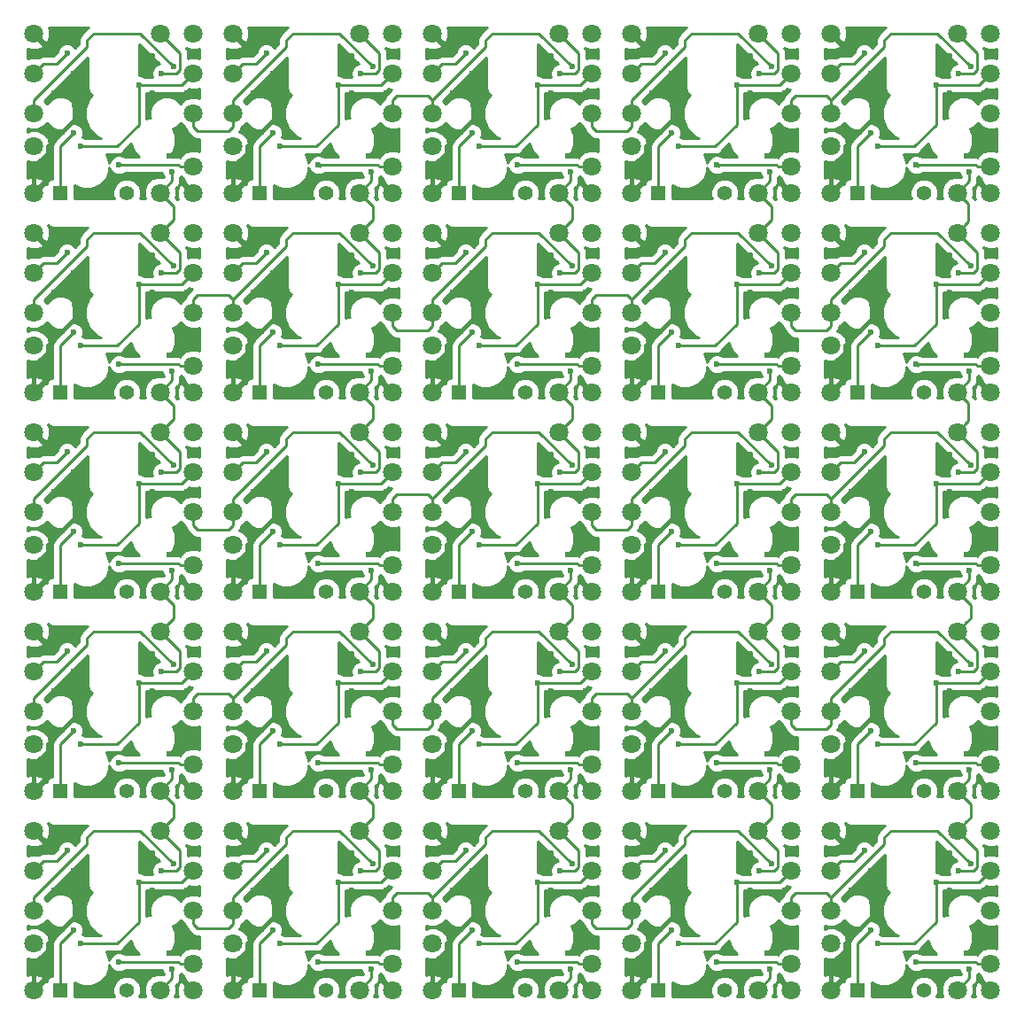
<source format=gtl>
G04 #@! TF.GenerationSoftware,KiCad,Pcbnew,5.0.2-bee76a0~70~ubuntu18.04.1*
G04 #@! TF.CreationDate,2019-03-26T01:29:58+09:00*
G04 #@! TF.ProjectId,altana,616c7461-6e61-42e6-9b69-6361645f7063,rev?*
G04 #@! TF.SameCoordinates,Original*
G04 #@! TF.FileFunction,Copper,L1,Top*
G04 #@! TF.FilePolarity,Positive*
%FSLAX46Y46*%
G04 Gerber Fmt 4.6, Leading zero omitted, Abs format (unit mm)*
G04 Created by KiCad (PCBNEW 5.0.2-bee76a0~70~ubuntu18.04.1) date 2019年03月26日 01時29分58秒*
%MOMM*%
%LPD*%
G01*
G04 APERTURE LIST*
G04 #@! TA.AperFunction,ComponentPad*
%ADD10C,1.800000*%
G04 #@! TD*
G04 #@! TA.AperFunction,ComponentPad*
%ADD11R,1.400000X1.400000*%
G04 #@! TD*
G04 #@! TA.AperFunction,ComponentPad*
%ADD12C,1.400000*%
G04 #@! TD*
G04 #@! TA.AperFunction,ViaPad*
%ADD13C,0.600000*%
G04 #@! TD*
G04 #@! TA.AperFunction,Conductor*
%ADD14C,0.250000*%
G04 #@! TD*
G04 #@! TA.AperFunction,Conductor*
%ADD15C,0.400000*%
G04 #@! TD*
G04 #@! TA.AperFunction,Conductor*
%ADD16C,0.254000*%
G04 #@! TD*
G04 APERTURE END LIST*
D10*
G04 #@! TO.P,REF\002A\002A,1*
G04 #@! TO.N,/ROW1*
X120142000Y-54737000D03*
G04 #@! TD*
G04 #@! TO.P,REF\002A\002A,1*
G04 #@! TO.N,/ROW2*
X139192000Y-73787000D03*
G04 #@! TD*
G04 #@! TO.P,REF\002A\002A,1*
G04 #@! TO.N,/ROW2*
X123952000Y-73787000D03*
G04 #@! TD*
G04 #@! TO.P,REF\002A\002A,1*
G04 #@! TO.N,/COL0*
X78867000Y-43307000D03*
G04 #@! TD*
G04 #@! TO.P,REF\002A\002A,1*
G04 #@! TO.N,/COL0*
X78867000Y-28067000D03*
G04 #@! TD*
D11*
G04 #@! TO.P,D,1*
G04 #@! TO.N,/ROW0*
X69342000Y-43307000D03*
D12*
G04 #@! TO.P,D,2*
G04 #@! TO.N,Net-(D1-Pad2)*
X75692000Y-43307000D03*
G04 #@! TD*
D11*
G04 #@! TO.P,D,1*
G04 #@! TO.N,/ROW0*
X107442000Y-43307000D03*
D12*
G04 #@! TO.P,D,2*
G04 #@! TO.N,Net-(D3-Pad2)*
X113792000Y-43307000D03*
G04 #@! TD*
D10*
G04 #@! TO.P,REF\002A\002A,1*
G04 #@! TO.N,/ROW4*
X158242000Y-111887000D03*
G04 #@! TD*
G04 #@! TO.P,REF\002A\002A,1*
G04 #@! TO.N,/ROW4*
X139192000Y-111887000D03*
G04 #@! TD*
G04 #@! TO.P,REF\002A\002A,1*
G04 #@! TO.N,/ROW4*
X120142000Y-111887000D03*
G04 #@! TD*
G04 #@! TO.P,REF\002A\002A,1*
G04 #@! TO.N,/ROW4*
X101092000Y-111887000D03*
G04 #@! TD*
G04 #@! TO.P,REF\002A\002A,1*
G04 #@! TO.N,/ROW4*
X143002000Y-111887000D03*
G04 #@! TD*
G04 #@! TO.P,REF\002A\002A,1*
G04 #@! TO.N,/ROW4*
X123952000Y-111887000D03*
G04 #@! TD*
G04 #@! TO.P,REF\002A\002A,1*
G04 #@! TO.N,/ROW4*
X104902000Y-111887000D03*
G04 #@! TD*
G04 #@! TO.P,REF\002A\002A,1*
G04 #@! TO.N,/ROW4*
X85852000Y-111887000D03*
G04 #@! TD*
G04 #@! TO.P,REF\002A\002A,1*
G04 #@! TO.N,/ROW3*
X158242000Y-92837000D03*
G04 #@! TD*
G04 #@! TO.P,REF\002A\002A,1*
G04 #@! TO.N,/ROW3*
X139192000Y-92837000D03*
G04 #@! TD*
G04 #@! TO.P,REF\002A\002A,1*
G04 #@! TO.N,/ROW3*
X120142000Y-92837000D03*
G04 #@! TD*
G04 #@! TO.P,REF\002A\002A,1*
G04 #@! TO.N,/ROW3*
X101092000Y-92837000D03*
G04 #@! TD*
G04 #@! TO.P,REF\002A\002A,1*
G04 #@! TO.N,/ROW3*
X143002000Y-92837000D03*
G04 #@! TD*
G04 #@! TO.P,REF\002A\002A,1*
G04 #@! TO.N,/ROW3*
X123952000Y-92837000D03*
G04 #@! TD*
G04 #@! TO.P,REF\002A\002A,1*
G04 #@! TO.N,/ROW3*
X104902000Y-92837000D03*
G04 #@! TD*
G04 #@! TO.P,REF\002A\002A,1*
G04 #@! TO.N,/ROW3*
X85852000Y-92837000D03*
G04 #@! TD*
G04 #@! TO.P,REF\002A\002A,1*
G04 #@! TO.N,/ROW2*
X143002000Y-73787000D03*
G04 #@! TD*
G04 #@! TO.P,REF\002A\002A,1*
G04 #@! TO.N,/ROW2*
X104902000Y-73787000D03*
G04 #@! TD*
G04 #@! TO.P,REF\002A\002A,1*
G04 #@! TO.N,/ROW2*
X85852000Y-73787000D03*
G04 #@! TD*
G04 #@! TO.P,REF\002A\002A,1*
G04 #@! TO.N,/ROW2*
X158242000Y-73787000D03*
G04 #@! TD*
G04 #@! TO.P,REF\002A\002A,1*
G04 #@! TO.N,/ROW2*
X120142000Y-73787000D03*
G04 #@! TD*
G04 #@! TO.P,REF\002A\002A,1*
G04 #@! TO.N,/ROW2*
X101092000Y-73787000D03*
G04 #@! TD*
G04 #@! TO.P,REF\002A\002A,1*
G04 #@! TO.N,Net-(L1-Pad3)*
X158242000Y-116967000D03*
G04 #@! TD*
G04 #@! TO.P,REF\002A\002A,1*
G04 #@! TO.N,Net-(L1-Pad3)*
X139192000Y-116967000D03*
G04 #@! TD*
G04 #@! TO.P,REF\002A\002A,1*
G04 #@! TO.N,Net-(L1-Pad3)*
X120142000Y-116967000D03*
G04 #@! TD*
G04 #@! TO.P,REF\002A\002A,1*
G04 #@! TO.N,Net-(L1-Pad3)*
X101092000Y-116967000D03*
G04 #@! TD*
G04 #@! TO.P,REF\002A\002A,1*
G04 #@! TO.N,Net-(L1-Pad3)*
X82042000Y-116967000D03*
G04 #@! TD*
G04 #@! TO.P,REF\002A\002A,1*
G04 #@! TO.N,Net-(L1-Pad3)*
X158242000Y-97917000D03*
G04 #@! TD*
G04 #@! TO.P,REF\002A\002A,1*
G04 #@! TO.N,Net-(L1-Pad3)*
X139192000Y-97917000D03*
G04 #@! TD*
G04 #@! TO.P,REF\002A\002A,1*
G04 #@! TO.N,Net-(L1-Pad3)*
X120142000Y-97917000D03*
G04 #@! TD*
G04 #@! TO.P,REF\002A\002A,1*
G04 #@! TO.N,Net-(L1-Pad3)*
X101092000Y-97917000D03*
G04 #@! TD*
G04 #@! TO.P,REF\002A\002A,1*
G04 #@! TO.N,Net-(L1-Pad3)*
X82042000Y-97917000D03*
G04 #@! TD*
G04 #@! TO.P,REF\002A\002A,1*
G04 #@! TO.N,Net-(L1-Pad3)*
X158242000Y-78867000D03*
G04 #@! TD*
G04 #@! TO.P,REF\002A\002A,1*
G04 #@! TO.N,Net-(L1-Pad3)*
X139192000Y-78867000D03*
G04 #@! TD*
G04 #@! TO.P,REF\002A\002A,1*
G04 #@! TO.N,Net-(L1-Pad3)*
X120142000Y-78867000D03*
G04 #@! TD*
G04 #@! TO.P,REF\002A\002A,1*
G04 #@! TO.N,Net-(L1-Pad3)*
X101092000Y-78867000D03*
G04 #@! TD*
G04 #@! TO.P,REF\002A\002A,1*
G04 #@! TO.N,Net-(L1-Pad3)*
X82042000Y-78867000D03*
G04 #@! TD*
G04 #@! TO.P,REF\002A\002A,1*
G04 #@! TO.N,Net-(L1-Pad3)*
X158242000Y-59817000D03*
G04 #@! TD*
G04 #@! TO.P,REF\002A\002A,1*
G04 #@! TO.N,Net-(L1-Pad3)*
X139192000Y-59817000D03*
G04 #@! TD*
G04 #@! TO.P,REF\002A\002A,1*
G04 #@! TO.N,Net-(L1-Pad3)*
X120142000Y-59817000D03*
G04 #@! TD*
G04 #@! TO.P,REF\002A\002A,1*
G04 #@! TO.N,Net-(L1-Pad3)*
X101092000Y-59817000D03*
G04 #@! TD*
G04 #@! TO.P,REF\002A\002A,1*
G04 #@! TO.N,Net-(L1-Pad3)*
X82042000Y-59817000D03*
G04 #@! TD*
G04 #@! TO.P,REF\002A\002A,1*
G04 #@! TO.N,Net-(L1-Pad3)*
X158242000Y-40767000D03*
G04 #@! TD*
G04 #@! TO.P,REF\002A\002A,1*
G04 #@! TO.N,Net-(L1-Pad3)*
X139192000Y-40767000D03*
G04 #@! TD*
G04 #@! TO.P,REF\002A\002A,1*
G04 #@! TO.N,Net-(L1-Pad3)*
X120142000Y-40767000D03*
G04 #@! TD*
G04 #@! TO.P,REF\002A\002A,1*
G04 #@! TO.N,Net-(L1-Pad3)*
X101092000Y-40767000D03*
G04 #@! TD*
G04 #@! TO.P,REF\002A\002A,1*
G04 #@! TO.N,Net-(L1-Pad3)*
X143002000Y-108077000D03*
G04 #@! TD*
G04 #@! TO.P,REF\002A\002A,1*
G04 #@! TO.N,Net-(L1-Pad3)*
X123952000Y-108077000D03*
G04 #@! TD*
G04 #@! TO.P,REF\002A\002A,1*
G04 #@! TO.N,Net-(L1-Pad3)*
X104902000Y-108077000D03*
G04 #@! TD*
G04 #@! TO.P,REF\002A\002A,1*
G04 #@! TO.N,Net-(L1-Pad3)*
X85852000Y-108077000D03*
G04 #@! TD*
G04 #@! TO.P,REF\002A\002A,1*
G04 #@! TO.N,Net-(L1-Pad3)*
X66802000Y-108077000D03*
G04 #@! TD*
G04 #@! TO.P,REF\002A\002A,1*
G04 #@! TO.N,Net-(L1-Pad3)*
X143002000Y-89027000D03*
G04 #@! TD*
G04 #@! TO.P,REF\002A\002A,1*
G04 #@! TO.N,Net-(L1-Pad3)*
X123952000Y-89027000D03*
G04 #@! TD*
G04 #@! TO.P,REF\002A\002A,1*
G04 #@! TO.N,Net-(L1-Pad3)*
X104902000Y-89027000D03*
G04 #@! TD*
G04 #@! TO.P,REF\002A\002A,1*
G04 #@! TO.N,Net-(L1-Pad3)*
X85852000Y-89027000D03*
G04 #@! TD*
G04 #@! TO.P,REF\002A\002A,1*
G04 #@! TO.N,Net-(L1-Pad3)*
X66802000Y-89027000D03*
G04 #@! TD*
G04 #@! TO.P,REF\002A\002A,1*
G04 #@! TO.N,Net-(L1-Pad3)*
X143002000Y-69977000D03*
G04 #@! TD*
G04 #@! TO.P,REF\002A\002A,1*
G04 #@! TO.N,Net-(L1-Pad3)*
X123952000Y-69977000D03*
G04 #@! TD*
G04 #@! TO.P,REF\002A\002A,1*
G04 #@! TO.N,Net-(L1-Pad3)*
X104902000Y-69977000D03*
G04 #@! TD*
G04 #@! TO.P,REF\002A\002A,1*
G04 #@! TO.N,Net-(L1-Pad3)*
X85852000Y-69977000D03*
G04 #@! TD*
G04 #@! TO.P,REF\002A\002A,1*
G04 #@! TO.N,Net-(L1-Pad3)*
X66802000Y-69977000D03*
G04 #@! TD*
G04 #@! TO.P,REF\002A\002A,1*
G04 #@! TO.N,Net-(L1-Pad3)*
X143002000Y-50927000D03*
G04 #@! TD*
G04 #@! TO.P,REF\002A\002A,1*
G04 #@! TO.N,Net-(L1-Pad3)*
X123952000Y-50927000D03*
G04 #@! TD*
G04 #@! TO.P,REF\002A\002A,1*
G04 #@! TO.N,Net-(L1-Pad3)*
X104902000Y-50927000D03*
G04 #@! TD*
G04 #@! TO.P,REF\002A\002A,1*
G04 #@! TO.N,Net-(L1-Pad3)*
X85852000Y-50927000D03*
G04 #@! TD*
G04 #@! TO.P,REF\002A\002A,1*
G04 #@! TO.N,Net-(L1-Pad3)*
X66802000Y-50927000D03*
G04 #@! TD*
G04 #@! TO.P,REF\002A\002A,1*
G04 #@! TO.N,Net-(L1-Pad3)*
X143002000Y-31877000D03*
G04 #@! TD*
G04 #@! TO.P,REF\002A\002A,1*
G04 #@! TO.N,Net-(L1-Pad3)*
X123952000Y-31877000D03*
G04 #@! TD*
G04 #@! TO.P,REF\002A\002A,1*
G04 #@! TO.N,Net-(L1-Pad3)*
X104902000Y-31877000D03*
G04 #@! TD*
G04 #@! TO.P,REF\002A\002A,1*
G04 #@! TO.N,Net-(L1-Pad3)*
X85852000Y-31877000D03*
G04 #@! TD*
G04 #@! TO.P,REF\002A\002A,1*
G04 #@! TO.N,Net-(L1-Pad1)*
X143002000Y-115062000D03*
G04 #@! TD*
G04 #@! TO.P,REF\002A\002A,1*
G04 #@! TO.N,Net-(L1-Pad1)*
X123952000Y-115062000D03*
G04 #@! TD*
G04 #@! TO.P,REF\002A\002A,1*
G04 #@! TO.N,Net-(L1-Pad1)*
X104902000Y-115062000D03*
G04 #@! TD*
G04 #@! TO.P,REF\002A\002A,1*
G04 #@! TO.N,Net-(L1-Pad1)*
X85852000Y-115062000D03*
G04 #@! TD*
G04 #@! TO.P,REF\002A\002A,1*
G04 #@! TO.N,Net-(L1-Pad1)*
X66802000Y-115062000D03*
G04 #@! TD*
G04 #@! TO.P,REF\002A\002A,1*
G04 #@! TO.N,Net-(L1-Pad1)*
X143002000Y-96012000D03*
G04 #@! TD*
G04 #@! TO.P,REF\002A\002A,1*
G04 #@! TO.N,Net-(L1-Pad1)*
X123952000Y-96012000D03*
G04 #@! TD*
G04 #@! TO.P,REF\002A\002A,1*
G04 #@! TO.N,Net-(L1-Pad1)*
X104902000Y-96012000D03*
G04 #@! TD*
G04 #@! TO.P,REF\002A\002A,1*
G04 #@! TO.N,Net-(L1-Pad1)*
X85852000Y-96012000D03*
G04 #@! TD*
G04 #@! TO.P,REF\002A\002A,1*
G04 #@! TO.N,Net-(L1-Pad1)*
X66802000Y-96012000D03*
G04 #@! TD*
G04 #@! TO.P,REF\002A\002A,1*
G04 #@! TO.N,Net-(L1-Pad1)*
X143002000Y-76962000D03*
G04 #@! TD*
G04 #@! TO.P,REF\002A\002A,1*
G04 #@! TO.N,Net-(L1-Pad1)*
X123952000Y-76962000D03*
G04 #@! TD*
G04 #@! TO.P,REF\002A\002A,1*
G04 #@! TO.N,Net-(L1-Pad1)*
X104902000Y-76962000D03*
G04 #@! TD*
G04 #@! TO.P,REF\002A\002A,1*
G04 #@! TO.N,Net-(L1-Pad1)*
X85852000Y-76962000D03*
G04 #@! TD*
G04 #@! TO.P,REF\002A\002A,1*
G04 #@! TO.N,Net-(L1-Pad1)*
X66802000Y-76962000D03*
G04 #@! TD*
G04 #@! TO.P,REF\002A\002A,1*
G04 #@! TO.N,Net-(L1-Pad1)*
X143002000Y-57912000D03*
G04 #@! TD*
G04 #@! TO.P,REF\002A\002A,1*
G04 #@! TO.N,Net-(L1-Pad1)*
X123952000Y-57912000D03*
G04 #@! TD*
G04 #@! TO.P,REF\002A\002A,1*
G04 #@! TO.N,Net-(L1-Pad1)*
X104902000Y-57912000D03*
G04 #@! TD*
G04 #@! TO.P,REF\002A\002A,1*
G04 #@! TO.N,Net-(L1-Pad1)*
X85852000Y-57912000D03*
G04 #@! TD*
G04 #@! TO.P,REF\002A\002A,1*
G04 #@! TO.N,Net-(L1-Pad1)*
X66802000Y-57912000D03*
G04 #@! TD*
G04 #@! TO.P,REF\002A\002A,1*
G04 #@! TO.N,Net-(L1-Pad1)*
X143002000Y-38862000D03*
G04 #@! TD*
G04 #@! TO.P,REF\002A\002A,1*
G04 #@! TO.N,Net-(L1-Pad1)*
X123952000Y-38862000D03*
G04 #@! TD*
G04 #@! TO.P,REF\002A\002A,1*
G04 #@! TO.N,Net-(L1-Pad1)*
X104902000Y-38862000D03*
G04 #@! TD*
G04 #@! TO.P,REF\002A\002A,1*
G04 #@! TO.N,Net-(L1-Pad1)*
X85852000Y-38862000D03*
G04 #@! TD*
G04 #@! TO.P,REF\002A\002A,1*
G04 #@! TO.N,Net-(L1-Pad1)*
X158242000Y-108077000D03*
G04 #@! TD*
G04 #@! TO.P,REF\002A\002A,1*
G04 #@! TO.N,Net-(L1-Pad1)*
X139192000Y-108077000D03*
G04 #@! TD*
G04 #@! TO.P,REF\002A\002A,1*
G04 #@! TO.N,Net-(L1-Pad1)*
X120142000Y-108077000D03*
G04 #@! TD*
G04 #@! TO.P,REF\002A\002A,1*
G04 #@! TO.N,Net-(L1-Pad1)*
X101092000Y-108077000D03*
G04 #@! TD*
G04 #@! TO.P,REF\002A\002A,1*
G04 #@! TO.N,Net-(L1-Pad1)*
X82042000Y-108077000D03*
G04 #@! TD*
G04 #@! TO.P,REF\002A\002A,1*
G04 #@! TO.N,Net-(L1-Pad1)*
X158242000Y-89027000D03*
G04 #@! TD*
G04 #@! TO.P,REF\002A\002A,1*
G04 #@! TO.N,Net-(L1-Pad1)*
X139192000Y-89027000D03*
G04 #@! TD*
G04 #@! TO.P,REF\002A\002A,1*
G04 #@! TO.N,Net-(L1-Pad1)*
X120142000Y-89027000D03*
G04 #@! TD*
G04 #@! TO.P,REF\002A\002A,1*
G04 #@! TO.N,Net-(L1-Pad1)*
X101092000Y-89027000D03*
G04 #@! TD*
G04 #@! TO.P,REF\002A\002A,1*
G04 #@! TO.N,Net-(L1-Pad1)*
X82042000Y-89027000D03*
G04 #@! TD*
G04 #@! TO.P,REF\002A\002A,1*
G04 #@! TO.N,Net-(L1-Pad1)*
X158242000Y-69977000D03*
G04 #@! TD*
G04 #@! TO.P,REF\002A\002A,1*
G04 #@! TO.N,Net-(L1-Pad1)*
X139192000Y-69977000D03*
G04 #@! TD*
G04 #@! TO.P,REF\002A\002A,1*
G04 #@! TO.N,Net-(L1-Pad1)*
X120142000Y-69977000D03*
G04 #@! TD*
G04 #@! TO.P,REF\002A\002A,1*
G04 #@! TO.N,Net-(L1-Pad1)*
X101092000Y-69977000D03*
G04 #@! TD*
G04 #@! TO.P,REF\002A\002A,1*
G04 #@! TO.N,Net-(L1-Pad1)*
X82042000Y-69977000D03*
G04 #@! TD*
G04 #@! TO.P,REF\002A\002A,1*
G04 #@! TO.N,Net-(L1-Pad1)*
X158242000Y-50927000D03*
G04 #@! TD*
G04 #@! TO.P,REF\002A\002A,1*
G04 #@! TO.N,Net-(L1-Pad1)*
X139192000Y-50927000D03*
G04 #@! TD*
G04 #@! TO.P,REF\002A\002A,1*
G04 #@! TO.N,Net-(L1-Pad1)*
X120142000Y-50927000D03*
G04 #@! TD*
G04 #@! TO.P,REF\002A\002A,1*
G04 #@! TO.N,Net-(L1-Pad1)*
X101092000Y-50927000D03*
G04 #@! TD*
G04 #@! TO.P,REF\002A\002A,1*
G04 #@! TO.N,Net-(L1-Pad1)*
X82042000Y-50927000D03*
G04 #@! TD*
G04 #@! TO.P,REF\002A\002A,1*
G04 #@! TO.N,Net-(L1-Pad1)*
X158242000Y-31877000D03*
G04 #@! TD*
G04 #@! TO.P,REF\002A\002A,1*
G04 #@! TO.N,Net-(L1-Pad1)*
X139192000Y-31877000D03*
G04 #@! TD*
G04 #@! TO.P,REF\002A\002A,1*
G04 #@! TO.N,Net-(L1-Pad1)*
X120142000Y-31877000D03*
G04 #@! TD*
G04 #@! TO.P,REF\002A\002A,1*
G04 #@! TO.N,Net-(L1-Pad1)*
X101092000Y-31877000D03*
G04 #@! TD*
G04 #@! TO.P,REF\002A\002A,1*
G04 #@! TO.N,/COL4*
X155067000Y-100457000D03*
G04 #@! TD*
G04 #@! TO.P,REF\002A\002A,1*
G04 #@! TO.N,VCC*
X143002000Y-119507000D03*
G04 #@! TD*
G04 #@! TO.P,REF\002A\002A,1*
G04 #@! TO.N,VCC*
X143002000Y-104267000D03*
G04 #@! TD*
G04 #@! TO.P,REF\002A\002A,1*
G04 #@! TO.N,GND*
X158242000Y-104267000D03*
G04 #@! TD*
G04 #@! TO.P,REF\002A\002A,1*
G04 #@! TO.N,/COL4*
X155067000Y-104267000D03*
G04 #@! TD*
G04 #@! TO.P,REF\002A\002A,1*
G04 #@! TO.N,GND*
X158242000Y-119507000D03*
G04 #@! TD*
G04 #@! TO.P,REF\002A\002A,1*
G04 #@! TO.N,/COL4*
X155067000Y-119507000D03*
G04 #@! TD*
G04 #@! TO.P,REF\002A\002A,1*
G04 #@! TO.N,VCC*
X123952000Y-119507000D03*
G04 #@! TD*
G04 #@! TO.P,REF\002A\002A,1*
G04 #@! TO.N,GND*
X139192000Y-119507000D03*
G04 #@! TD*
G04 #@! TO.P,REF\002A\002A,1*
G04 #@! TO.N,/COL3*
X136017000Y-104267000D03*
G04 #@! TD*
G04 #@! TO.P,REF\002A\002A,1*
G04 #@! TO.N,GND*
X139192000Y-104267000D03*
G04 #@! TD*
G04 #@! TO.P,REF\002A\002A,1*
G04 #@! TO.N,/COL3*
X136017000Y-119507000D03*
G04 #@! TD*
G04 #@! TO.P,REF\002A\002A,1*
G04 #@! TO.N,VCC*
X123952000Y-104267000D03*
G04 #@! TD*
G04 #@! TO.P,REF\002A\002A,1*
G04 #@! TO.N,VCC*
X104902000Y-104267000D03*
G04 #@! TD*
G04 #@! TO.P,REF\002A\002A,1*
G04 #@! TO.N,VCC*
X104902000Y-119507000D03*
G04 #@! TD*
G04 #@! TO.P,REF\002A\002A,1*
G04 #@! TO.N,GND*
X120142000Y-104267000D03*
G04 #@! TD*
G04 #@! TO.P,REF\002A\002A,1*
G04 #@! TO.N,GND*
X120142000Y-119507000D03*
G04 #@! TD*
G04 #@! TO.P,REF\002A\002A,1*
G04 #@! TO.N,/COL2*
X116967000Y-119507000D03*
G04 #@! TD*
G04 #@! TO.P,REF\002A\002A,1*
G04 #@! TO.N,/COL2*
X116967000Y-104267000D03*
G04 #@! TD*
G04 #@! TO.P,REF\002A\002A,1*
G04 #@! TO.N,/COL1*
X97917000Y-119507000D03*
G04 #@! TD*
G04 #@! TO.P,REF\002A\002A,1*
G04 #@! TO.N,GND*
X101092000Y-119507000D03*
G04 #@! TD*
G04 #@! TO.P,REF\002A\002A,1*
G04 #@! TO.N,VCC*
X85852000Y-104267000D03*
G04 #@! TD*
G04 #@! TO.P,REF\002A\002A,1*
G04 #@! TO.N,VCC*
X85852000Y-119507000D03*
G04 #@! TD*
G04 #@! TO.P,REF\002A\002A,1*
G04 #@! TO.N,GND*
X101092000Y-104267000D03*
G04 #@! TD*
G04 #@! TO.P,REF\002A\002A,1*
G04 #@! TO.N,/COL1*
X97917000Y-104267000D03*
G04 #@! TD*
G04 #@! TO.P,REF\002A\002A,1*
G04 #@! TO.N,GND*
X82042000Y-119507000D03*
G04 #@! TD*
G04 #@! TO.P,REF\002A\002A,1*
G04 #@! TO.N,/COL0*
X78867000Y-119507000D03*
G04 #@! TD*
G04 #@! TO.P,REF\002A\002A,1*
G04 #@! TO.N,/COL0*
X78867000Y-104267000D03*
G04 #@! TD*
G04 #@! TO.P,REF\002A\002A,1*
G04 #@! TO.N,VCC*
X66802000Y-119507000D03*
G04 #@! TD*
G04 #@! TO.P,REF\002A\002A,1*
G04 #@! TO.N,VCC*
X66802000Y-104267000D03*
G04 #@! TD*
G04 #@! TO.P,REF\002A\002A,1*
G04 #@! TO.N,/ROW4*
X82042000Y-111887000D03*
G04 #@! TD*
G04 #@! TO.P,REF\002A\002A,1*
G04 #@! TO.N,/ROW4*
X66802000Y-111887000D03*
G04 #@! TD*
G04 #@! TO.P,REF\002A\002A,1*
G04 #@! TO.N,GND*
X82042000Y-104267000D03*
G04 #@! TD*
G04 #@! TO.P,REF\002A\002A,1*
G04 #@! TO.N,GND*
X82042000Y-100457000D03*
G04 #@! TD*
G04 #@! TO.P,REF\002A\002A,1*
G04 #@! TO.N,/ROW3*
X66802000Y-92837000D03*
G04 #@! TD*
G04 #@! TO.P,REF\002A\002A,1*
G04 #@! TO.N,/COL0*
X78867000Y-85217000D03*
G04 #@! TD*
G04 #@! TO.P,REF\002A\002A,1*
G04 #@! TO.N,GND*
X82042000Y-85217000D03*
G04 #@! TD*
G04 #@! TO.P,REF\002A\002A,1*
G04 #@! TO.N,/ROW3*
X82042000Y-92837000D03*
G04 #@! TD*
G04 #@! TO.P,REF\002A\002A,1*
G04 #@! TO.N,/COL0*
X78867000Y-100457000D03*
G04 #@! TD*
G04 #@! TO.P,REF\002A\002A,1*
G04 #@! TO.N,VCC*
X66802000Y-85217000D03*
G04 #@! TD*
G04 #@! TO.P,REF\002A\002A,1*
G04 #@! TO.N,VCC*
X66802000Y-100457000D03*
G04 #@! TD*
G04 #@! TO.P,REF\002A\002A,1*
G04 #@! TO.N,GND*
X101092000Y-85217000D03*
G04 #@! TD*
G04 #@! TO.P,REF\002A\002A,1*
G04 #@! TO.N,VCC*
X85852000Y-85217000D03*
G04 #@! TD*
G04 #@! TO.P,REF\002A\002A,1*
G04 #@! TO.N,/COL1*
X97917000Y-85217000D03*
G04 #@! TD*
G04 #@! TO.P,REF\002A\002A,1*
G04 #@! TO.N,VCC*
X85852000Y-100457000D03*
G04 #@! TD*
G04 #@! TO.P,REF\002A\002A,1*
G04 #@! TO.N,/COL1*
X97917000Y-100457000D03*
G04 #@! TD*
G04 #@! TO.P,REF\002A\002A,1*
G04 #@! TO.N,GND*
X101092000Y-100457000D03*
G04 #@! TD*
G04 #@! TO.P,REF\002A\002A,1*
G04 #@! TO.N,/COL2*
X116967000Y-100457000D03*
G04 #@! TD*
G04 #@! TO.P,REF\002A\002A,1*
G04 #@! TO.N,VCC*
X104902000Y-85217000D03*
G04 #@! TD*
G04 #@! TO.P,REF\002A\002A,1*
G04 #@! TO.N,VCC*
X104902000Y-100457000D03*
G04 #@! TD*
G04 #@! TO.P,REF\002A\002A,1*
G04 #@! TO.N,/COL2*
X116967000Y-85217000D03*
G04 #@! TD*
G04 #@! TO.P,REF\002A\002A,1*
G04 #@! TO.N,GND*
X120142000Y-85217000D03*
G04 #@! TD*
G04 #@! TO.P,REF\002A\002A,1*
G04 #@! TO.N,GND*
X120142000Y-100457000D03*
G04 #@! TD*
G04 #@! TO.P,REF\002A\002A,1*
G04 #@! TO.N,VCC*
X123952000Y-100457000D03*
G04 #@! TD*
G04 #@! TO.P,REF\002A\002A,1*
G04 #@! TO.N,VCC*
X123952000Y-85217000D03*
G04 #@! TD*
G04 #@! TO.P,REF\002A\002A,1*
G04 #@! TO.N,GND*
X139192000Y-100457000D03*
G04 #@! TD*
G04 #@! TO.P,REF\002A\002A,1*
G04 #@! TO.N,/COL3*
X136017000Y-85217000D03*
G04 #@! TD*
G04 #@! TO.P,REF\002A\002A,1*
G04 #@! TO.N,/COL3*
X136017000Y-100457000D03*
G04 #@! TD*
G04 #@! TO.P,REF\002A\002A,1*
G04 #@! TO.N,GND*
X139192000Y-85217000D03*
G04 #@! TD*
G04 #@! TO.P,REF\002A\002A,1*
G04 #@! TO.N,VCC*
X143002000Y-100457000D03*
G04 #@! TD*
G04 #@! TO.P,REF\002A\002A,1*
G04 #@! TO.N,VCC*
X143002000Y-85217000D03*
G04 #@! TD*
G04 #@! TO.P,REF\002A\002A,1*
G04 #@! TO.N,GND*
X158242000Y-85217000D03*
G04 #@! TD*
G04 #@! TO.P,REF\002A\002A,1*
G04 #@! TO.N,GND*
X158242000Y-100457000D03*
G04 #@! TD*
G04 #@! TO.P,REF\002A\002A,1*
G04 #@! TO.N,/COL4*
X155067000Y-85217000D03*
G04 #@! TD*
G04 #@! TO.P,REF\002A\002A,1*
G04 #@! TO.N,/COL4*
X155067000Y-66167000D03*
G04 #@! TD*
G04 #@! TO.P,REF\002A\002A,1*
G04 #@! TO.N,VCC*
X143002000Y-66167000D03*
G04 #@! TD*
G04 #@! TO.P,REF\002A\002A,1*
G04 #@! TO.N,GND*
X158242000Y-66167000D03*
G04 #@! TD*
G04 #@! TO.P,REF\002A\002A,1*
G04 #@! TO.N,GND*
X158242000Y-81407000D03*
G04 #@! TD*
G04 #@! TO.P,REF\002A\002A,1*
G04 #@! TO.N,/COL4*
X155067000Y-81407000D03*
G04 #@! TD*
G04 #@! TO.P,REF\002A\002A,1*
G04 #@! TO.N,VCC*
X143002000Y-81407000D03*
G04 #@! TD*
G04 #@! TO.P,REF\002A\002A,1*
G04 #@! TO.N,/COL3*
X136017000Y-81407000D03*
G04 #@! TD*
G04 #@! TO.P,REF\002A\002A,1*
G04 #@! TO.N,GND*
X139192000Y-81407000D03*
G04 #@! TD*
G04 #@! TO.P,REF\002A\002A,1*
G04 #@! TO.N,VCC*
X123952000Y-81407000D03*
G04 #@! TD*
G04 #@! TO.P,REF\002A\002A,1*
G04 #@! TO.N,VCC*
X123952000Y-66167000D03*
G04 #@! TD*
G04 #@! TO.P,REF\002A\002A,1*
G04 #@! TO.N,/COL3*
X136017000Y-66167000D03*
G04 #@! TD*
G04 #@! TO.P,REF\002A\002A,1*
G04 #@! TO.N,GND*
X139192000Y-66167000D03*
G04 #@! TD*
G04 #@! TO.P,REF\002A\002A,1*
G04 #@! TO.N,GND*
X120142000Y-81407000D03*
G04 #@! TD*
G04 #@! TO.P,REF\002A\002A,1*
G04 #@! TO.N,VCC*
X104902000Y-81407000D03*
G04 #@! TD*
G04 #@! TO.P,REF\002A\002A,1*
G04 #@! TO.N,/COL2*
X116967000Y-66167000D03*
G04 #@! TD*
G04 #@! TO.P,REF\002A\002A,1*
G04 #@! TO.N,VCC*
X104902000Y-66167000D03*
G04 #@! TD*
G04 #@! TO.P,REF\002A\002A,1*
G04 #@! TO.N,GND*
X120142000Y-66167000D03*
G04 #@! TD*
G04 #@! TO.P,REF\002A\002A,1*
G04 #@! TO.N,/COL2*
X116967000Y-81407000D03*
G04 #@! TD*
G04 #@! TO.P,REF\002A\002A,1*
G04 #@! TO.N,VCC*
X85852000Y-66167000D03*
G04 #@! TD*
G04 #@! TO.P,REF\002A\002A,1*
G04 #@! TO.N,GND*
X101092000Y-81407000D03*
G04 #@! TD*
G04 #@! TO.P,REF\002A\002A,1*
G04 #@! TO.N,/COL1*
X97917000Y-66167000D03*
G04 #@! TD*
G04 #@! TO.P,REF\002A\002A,1*
G04 #@! TO.N,/COL1*
X97917000Y-81407000D03*
G04 #@! TD*
G04 #@! TO.P,REF\002A\002A,1*
G04 #@! TO.N,GND*
X101092000Y-66167000D03*
G04 #@! TD*
G04 #@! TO.P,REF\002A\002A,1*
G04 #@! TO.N,VCC*
X85852000Y-81407000D03*
G04 #@! TD*
G04 #@! TO.P,REF\002A\002A,1*
G04 #@! TO.N,VCC*
X66802000Y-81407000D03*
G04 #@! TD*
G04 #@! TO.P,REF\002A\002A,1*
G04 #@! TO.N,/COL0*
X78867000Y-66167000D03*
G04 #@! TD*
G04 #@! TO.P,REF\002A\002A,1*
G04 #@! TO.N,GND*
X82042000Y-81407000D03*
G04 #@! TD*
G04 #@! TO.P,REF\002A\002A,1*
G04 #@! TO.N,/COL0*
X78867000Y-81407000D03*
G04 #@! TD*
G04 #@! TO.P,REF\002A\002A,1*
G04 #@! TO.N,/ROW2*
X82042000Y-73787000D03*
G04 #@! TD*
G04 #@! TO.P,REF\002A\002A,1*
G04 #@! TO.N,GND*
X82042000Y-66167000D03*
G04 #@! TD*
G04 #@! TO.P,REF\002A\002A,1*
G04 #@! TO.N,VCC*
X66802000Y-66167000D03*
G04 #@! TD*
G04 #@! TO.P,REF\002A\002A,1*
G04 #@! TO.N,/ROW2*
X66802000Y-73787000D03*
G04 #@! TD*
G04 #@! TO.P,REF\002A\002A,1*
G04 #@! TO.N,VCC*
X104902000Y-62357000D03*
G04 #@! TD*
G04 #@! TO.P,REF\002A\002A,1*
G04 #@! TO.N,VCC*
X104902000Y-47117000D03*
G04 #@! TD*
G04 #@! TO.P,REF\002A\002A,1*
G04 #@! TO.N,/ROW1*
X104902000Y-54737000D03*
G04 #@! TD*
G04 #@! TO.P,REF\002A\002A,1*
G04 #@! TO.N,/COL2*
X116967000Y-62357000D03*
G04 #@! TD*
G04 #@! TO.P,REF\002A\002A,1*
G04 #@! TO.N,GND*
X120142000Y-47117000D03*
G04 #@! TD*
G04 #@! TO.P,REF\002A\002A,1*
G04 #@! TO.N,GND*
X120142000Y-62357000D03*
G04 #@! TD*
G04 #@! TO.P,REF\002A\002A,1*
G04 #@! TO.N,/COL2*
X116967000Y-47117000D03*
G04 #@! TD*
G04 #@! TO.P,REF\002A\002A,1*
G04 #@! TO.N,/COL3*
X136017000Y-47117000D03*
G04 #@! TD*
G04 #@! TO.P,REF\002A\002A,1*
G04 #@! TO.N,VCC*
X123952000Y-62357000D03*
G04 #@! TD*
G04 #@! TO.P,REF\002A\002A,1*
G04 #@! TO.N,/ROW1*
X139192000Y-54737000D03*
G04 #@! TD*
G04 #@! TO.P,REF\002A\002A,1*
G04 #@! TO.N,GND*
X139192000Y-47117000D03*
G04 #@! TD*
G04 #@! TO.P,REF\002A\002A,1*
G04 #@! TO.N,GND*
X139192000Y-62357000D03*
G04 #@! TD*
G04 #@! TO.P,REF\002A\002A,1*
G04 #@! TO.N,/ROW1*
X123952000Y-54737000D03*
G04 #@! TD*
G04 #@! TO.P,REF\002A\002A,1*
G04 #@! TO.N,/COL3*
X136017000Y-62357000D03*
G04 #@! TD*
G04 #@! TO.P,REF\002A\002A,1*
G04 #@! TO.N,VCC*
X123952000Y-47117000D03*
G04 #@! TD*
G04 #@! TO.P,REF\002A\002A,1*
G04 #@! TO.N,GND*
X158242000Y-47117000D03*
G04 #@! TD*
G04 #@! TO.P,REF\002A\002A,1*
G04 #@! TO.N,GND*
X158242000Y-62357000D03*
G04 #@! TD*
G04 #@! TO.P,REF\002A\002A,1*
G04 #@! TO.N,/ROW1*
X143002000Y-54737000D03*
G04 #@! TD*
G04 #@! TO.P,REF\002A\002A,1*
G04 #@! TO.N,/COL4*
X155067000Y-62357000D03*
G04 #@! TD*
G04 #@! TO.P,REF\002A\002A,1*
G04 #@! TO.N,/COL4*
X155067000Y-47117000D03*
G04 #@! TD*
G04 #@! TO.P,REF\002A\002A,1*
G04 #@! TO.N,VCC*
X143002000Y-47117000D03*
G04 #@! TD*
G04 #@! TO.P,REF\002A\002A,1*
G04 #@! TO.N,VCC*
X143002000Y-62357000D03*
G04 #@! TD*
G04 #@! TO.P,REF\002A\002A,1*
G04 #@! TO.N,/ROW1*
X158242000Y-54737000D03*
G04 #@! TD*
G04 #@! TO.P,REF\002A\002A,1*
G04 #@! TO.N,/COL4*
X155067000Y-43307000D03*
G04 #@! TD*
G04 #@! TO.P,REF\002A\002A,1*
G04 #@! TO.N,/COL4*
X155067000Y-28067000D03*
G04 #@! TD*
G04 #@! TO.P,REF\002A\002A,1*
G04 #@! TO.N,GND*
X158242000Y-28067000D03*
G04 #@! TD*
G04 #@! TO.P,REF\002A\002A,1*
G04 #@! TO.N,/ROW0*
X143002000Y-35687000D03*
G04 #@! TD*
G04 #@! TO.P,REF\002A\002A,1*
G04 #@! TO.N,VCC*
X143002000Y-43307000D03*
G04 #@! TD*
G04 #@! TO.P,REF\002A\002A,1*
G04 #@! TO.N,VCC*
X143002000Y-28067000D03*
G04 #@! TD*
G04 #@! TO.P,REF\002A\002A,1*
G04 #@! TO.N,/ROW0*
X158242000Y-35687000D03*
G04 #@! TD*
G04 #@! TO.P,REF\002A\002A,1*
G04 #@! TO.N,GND*
X158242000Y-43307000D03*
G04 #@! TD*
G04 #@! TO.P,REF\002A\002A,1*
G04 #@! TO.N,/COL3*
X136017000Y-28067000D03*
G04 #@! TD*
G04 #@! TO.P,REF\002A\002A,1*
G04 #@! TO.N,GND*
X139192000Y-28067000D03*
G04 #@! TD*
G04 #@! TO.P,REF\002A\002A,1*
G04 #@! TO.N,/ROW0*
X123952000Y-35687000D03*
G04 #@! TD*
G04 #@! TO.P,REF\002A\002A,1*
G04 #@! TO.N,VCC*
X123952000Y-43307000D03*
G04 #@! TD*
G04 #@! TO.P,REF\002A\002A,1*
G04 #@! TO.N,VCC*
X123952000Y-28067000D03*
G04 #@! TD*
G04 #@! TO.P,REF\002A\002A,1*
G04 #@! TO.N,/ROW0*
X139192000Y-35687000D03*
G04 #@! TD*
G04 #@! TO.P,REF\002A\002A,1*
G04 #@! TO.N,/COL3*
X136017000Y-43307000D03*
G04 #@! TD*
G04 #@! TO.P,REF\002A\002A,1*
G04 #@! TO.N,GND*
X139192000Y-43307000D03*
G04 #@! TD*
G04 #@! TO.P,REF\002A\002A,1*
G04 #@! TO.N,/ROW0*
X104902000Y-35687000D03*
G04 #@! TD*
G04 #@! TO.P,REF\002A\002A,1*
G04 #@! TO.N,VCC*
X104902000Y-43307000D03*
G04 #@! TD*
G04 #@! TO.P,REF\002A\002A,1*
G04 #@! TO.N,VCC*
X104902000Y-28067000D03*
G04 #@! TD*
G04 #@! TO.P,REF\002A\002A,1*
G04 #@! TO.N,/ROW0*
X120142000Y-35687000D03*
G04 #@! TD*
G04 #@! TO.P,REF\002A\002A,1*
G04 #@! TO.N,/COL2*
X116967000Y-28067000D03*
G04 #@! TD*
G04 #@! TO.P,REF\002A\002A,1*
G04 #@! TO.N,GND*
X120142000Y-43307000D03*
G04 #@! TD*
G04 #@! TO.P,REF\002A\002A,1*
G04 #@! TO.N,/COL2*
X116967000Y-43307000D03*
G04 #@! TD*
G04 #@! TO.P,REF\002A\002A,1*
G04 #@! TO.N,GND*
X120142000Y-28067000D03*
G04 #@! TD*
G04 #@! TO.P,REF\002A\002A,1*
G04 #@! TO.N,GND*
X101092000Y-62357000D03*
G04 #@! TD*
G04 #@! TO.P,REF\002A\002A,1*
G04 #@! TO.N,/COL1*
X97917000Y-62357000D03*
G04 #@! TD*
G04 #@! TO.P,REF\002A\002A,1*
G04 #@! TO.N,/ROW1*
X85852000Y-54737000D03*
G04 #@! TD*
G04 #@! TO.P,REF\002A\002A,1*
G04 #@! TO.N,VCC*
X85852000Y-62357000D03*
G04 #@! TD*
G04 #@! TO.P,REF\002A\002A,1*
G04 #@! TO.N,VCC*
X85852000Y-47117000D03*
G04 #@! TD*
G04 #@! TO.P,REF\002A\002A,1*
G04 #@! TO.N,/ROW1*
X101092000Y-54737000D03*
G04 #@! TD*
G04 #@! TO.P,REF\002A\002A,1*
G04 #@! TO.N,/COL1*
X97917000Y-47117000D03*
G04 #@! TD*
G04 #@! TO.P,REF\002A\002A,1*
G04 #@! TO.N,GND*
X101092000Y-47117000D03*
G04 #@! TD*
G04 #@! TO.P,REF\002A\002A,1*
G04 #@! TO.N,GND*
X82042000Y-62357000D03*
G04 #@! TD*
G04 #@! TO.P,REF\002A\002A,1*
G04 #@! TO.N,/COL0*
X78867000Y-62357000D03*
G04 #@! TD*
G04 #@! TO.P,REF\002A\002A,1*
G04 #@! TO.N,/ROW1*
X66802000Y-54737000D03*
G04 #@! TD*
G04 #@! TO.P,REF\002A\002A,1*
G04 #@! TO.N,/COL0*
X78867000Y-47117000D03*
G04 #@! TD*
G04 #@! TO.P,REF\002A\002A,1*
G04 #@! TO.N,/ROW1*
X82042000Y-54737000D03*
G04 #@! TD*
G04 #@! TO.P,REF\002A\002A,1*
G04 #@! TO.N,GND*
X82042000Y-47117000D03*
G04 #@! TD*
G04 #@! TO.P,REF\002A\002A,1*
G04 #@! TO.N,VCC*
X66802000Y-47117000D03*
G04 #@! TD*
G04 #@! TO.P,REF\002A\002A,1*
G04 #@! TO.N,VCC*
X66802000Y-62357000D03*
G04 #@! TD*
G04 #@! TO.P,REF\002A\002A,1*
G04 #@! TO.N,/ROW0*
X85852000Y-35687000D03*
G04 #@! TD*
G04 #@! TO.P,REF\002A\002A,1*
G04 #@! TO.N,/COL1*
X97917000Y-28067000D03*
G04 #@! TD*
G04 #@! TO.P,REF\002A\002A,1*
G04 #@! TO.N,VCC*
X85852000Y-28067000D03*
G04 #@! TD*
G04 #@! TO.P,REF\002A\002A,1*
G04 #@! TO.N,VCC*
X85852000Y-43307000D03*
G04 #@! TD*
G04 #@! TO.P,REF\002A\002A,1*
G04 #@! TO.N,GND*
X101092000Y-43307000D03*
G04 #@! TD*
G04 #@! TO.P,REF\002A\002A,1*
G04 #@! TO.N,GND*
X101092000Y-28067000D03*
G04 #@! TD*
G04 #@! TO.P,REF\002A\002A,1*
G04 #@! TO.N,/ROW0*
X101092000Y-35687000D03*
G04 #@! TD*
G04 #@! TO.P,REF\002A\002A,1*
G04 #@! TO.N,/COL1*
X97917000Y-43307000D03*
G04 #@! TD*
G04 #@! TO.P,REF\002A\002A,1*
G04 #@! TO.N,Net-(L1-Pad1)*
X66802000Y-38862000D03*
G04 #@! TD*
G04 #@! TO.P,REF\002A\002A,1*
G04 #@! TO.N,Net-(L1-Pad3)*
X66802000Y-31877000D03*
G04 #@! TD*
G04 #@! TO.P,REF\002A\002A,1*
G04 #@! TO.N,Net-(L1-Pad3)*
X82042000Y-40767000D03*
G04 #@! TD*
G04 #@! TO.P,REF\002A\002A,1*
G04 #@! TO.N,Net-(L1-Pad1)*
X82042000Y-31877000D03*
G04 #@! TD*
G04 #@! TO.P,REF\002A\002A,1*
G04 #@! TO.N,/ROW0*
X82042000Y-35687000D03*
G04 #@! TD*
G04 #@! TO.P,REF\002A\002A,1*
G04 #@! TO.N,/ROW0*
X66802000Y-35687000D03*
G04 #@! TD*
G04 #@! TO.P,REF\002A\002A,1*
G04 #@! TO.N,GND*
X82042000Y-28067000D03*
G04 #@! TD*
G04 #@! TO.P,REF\002A\002A,1*
G04 #@! TO.N,GND*
X82042000Y-43307000D03*
G04 #@! TD*
G04 #@! TO.P,REF\002A\002A,1*
G04 #@! TO.N,VCC*
X66802000Y-43307000D03*
G04 #@! TD*
G04 #@! TO.P,REF\002A\002A,1*
G04 #@! TO.N,VCC*
X66802000Y-28067000D03*
G04 #@! TD*
D11*
G04 #@! TO.P,D,1*
G04 #@! TO.N,/ROW1*
X69342000Y-62357000D03*
D12*
G04 #@! TO.P,D,2*
G04 #@! TO.N,Net-(D6-Pad2)*
X75692000Y-62357000D03*
G04 #@! TD*
D11*
G04 #@! TO.P,D,1*
G04 #@! TO.N,/ROW0*
X88392000Y-43307000D03*
D12*
G04 #@! TO.P,D,2*
G04 #@! TO.N,Net-(D2-Pad2)*
X94742000Y-43307000D03*
G04 #@! TD*
D11*
G04 #@! TO.P,D,1*
G04 #@! TO.N,/ROW0*
X126492000Y-43307000D03*
D12*
G04 #@! TO.P,D,2*
G04 #@! TO.N,Net-(D4-Pad2)*
X132842000Y-43307000D03*
G04 #@! TD*
D11*
G04 #@! TO.P,D,1*
G04 #@! TO.N,/ROW0*
X145542000Y-43307000D03*
D12*
G04 #@! TO.P,D,2*
G04 #@! TO.N,Net-(D5-Pad2)*
X151892000Y-43307000D03*
G04 #@! TD*
D11*
G04 #@! TO.P,D,1*
G04 #@! TO.N,/ROW1*
X88392000Y-62357000D03*
D12*
G04 #@! TO.P,D,2*
G04 #@! TO.N,Net-(D7-Pad2)*
X94742000Y-62357000D03*
G04 #@! TD*
D11*
G04 #@! TO.P,D,1*
G04 #@! TO.N,/ROW1*
X107442000Y-62357000D03*
D12*
G04 #@! TO.P,D,2*
G04 #@! TO.N,Net-(D8-Pad2)*
X113792000Y-62357000D03*
G04 #@! TD*
D11*
G04 #@! TO.P,D,1*
G04 #@! TO.N,/ROW1*
X126492000Y-62357000D03*
D12*
G04 #@! TO.P,D,2*
G04 #@! TO.N,Net-(D9-Pad2)*
X132842000Y-62357000D03*
G04 #@! TD*
D11*
G04 #@! TO.P,D,1*
G04 #@! TO.N,/ROW1*
X145542000Y-62357000D03*
D12*
G04 #@! TO.P,D,2*
G04 #@! TO.N,Net-(D10-Pad2)*
X151892000Y-62357000D03*
G04 #@! TD*
D11*
G04 #@! TO.P,D,1*
G04 #@! TO.N,/ROW2*
X69342000Y-81407000D03*
D12*
G04 #@! TO.P,D,2*
G04 #@! TO.N,Net-(D11-Pad2)*
X75692000Y-81407000D03*
G04 #@! TD*
D11*
G04 #@! TO.P,D,1*
G04 #@! TO.N,/ROW2*
X88392000Y-81407000D03*
D12*
G04 #@! TO.P,D,2*
G04 #@! TO.N,Net-(D12-Pad2)*
X94742000Y-81407000D03*
G04 #@! TD*
D11*
G04 #@! TO.P,D,1*
G04 #@! TO.N,/ROW2*
X107442000Y-81407000D03*
D12*
G04 #@! TO.P,D,2*
G04 #@! TO.N,Net-(D13-Pad2)*
X113792000Y-81407000D03*
G04 #@! TD*
D11*
G04 #@! TO.P,D,1*
G04 #@! TO.N,/ROW2*
X126492000Y-81407000D03*
D12*
G04 #@! TO.P,D,2*
G04 #@! TO.N,Net-(D14-Pad2)*
X132842000Y-81407000D03*
G04 #@! TD*
D11*
G04 #@! TO.P,D,1*
G04 #@! TO.N,/ROW2*
X145542000Y-81407000D03*
D12*
G04 #@! TO.P,D,2*
G04 #@! TO.N,Net-(D15-Pad2)*
X151892000Y-81407000D03*
G04 #@! TD*
D11*
G04 #@! TO.P,D,1*
G04 #@! TO.N,/ROW3*
X69342000Y-100457000D03*
D12*
G04 #@! TO.P,D,2*
G04 #@! TO.N,Net-(D16-Pad2)*
X75692000Y-100457000D03*
G04 #@! TD*
D11*
G04 #@! TO.P,D,1*
G04 #@! TO.N,/ROW3*
X88392000Y-100457000D03*
D12*
G04 #@! TO.P,D,2*
G04 #@! TO.N,Net-(D17-Pad2)*
X94742000Y-100457000D03*
G04 #@! TD*
D11*
G04 #@! TO.P,D,1*
G04 #@! TO.N,/ROW3*
X107442000Y-100457000D03*
D12*
G04 #@! TO.P,D,2*
G04 #@! TO.N,Net-(D18-Pad2)*
X113792000Y-100457000D03*
G04 #@! TD*
D11*
G04 #@! TO.P,D,1*
G04 #@! TO.N,/ROW3*
X126492000Y-100457000D03*
D12*
G04 #@! TO.P,D,2*
G04 #@! TO.N,Net-(D19-Pad2)*
X132842000Y-100457000D03*
G04 #@! TD*
D11*
G04 #@! TO.P,D,1*
G04 #@! TO.N,/ROW3*
X145542000Y-100457000D03*
D12*
G04 #@! TO.P,D,2*
G04 #@! TO.N,Net-(D20-Pad2)*
X151892000Y-100457000D03*
G04 #@! TD*
D11*
G04 #@! TO.P,D,1*
G04 #@! TO.N,/ROW4*
X69342000Y-119507000D03*
D12*
G04 #@! TO.P,D,2*
G04 #@! TO.N,Net-(D21-Pad2)*
X75692000Y-119507000D03*
G04 #@! TD*
D11*
G04 #@! TO.P,D,1*
G04 #@! TO.N,/ROW4*
X88392000Y-119507000D03*
D12*
G04 #@! TO.P,D,2*
G04 #@! TO.N,Net-(D22-Pad2)*
X94742000Y-119507000D03*
G04 #@! TD*
D11*
G04 #@! TO.P,D,1*
G04 #@! TO.N,/ROW4*
X107442000Y-119507000D03*
D12*
G04 #@! TO.P,D,2*
G04 #@! TO.N,Net-(D23-Pad2)*
X113792000Y-119507000D03*
G04 #@! TD*
D11*
G04 #@! TO.P,D,1*
G04 #@! TO.N,/ROW4*
X126492000Y-119507000D03*
D12*
G04 #@! TO.P,D,2*
G04 #@! TO.N,Net-(D24-Pad2)*
X132842000Y-119507000D03*
G04 #@! TD*
D11*
G04 #@! TO.P,D,1*
G04 #@! TO.N,/ROW4*
X145542000Y-119507000D03*
D12*
G04 #@! TO.P,D,2*
G04 #@! TO.N,Net-(D25-Pad2)*
X151892000Y-119507000D03*
G04 #@! TD*
D13*
G04 #@! TO.N,/ROW0*
X70612000Y-37592000D03*
X89662000Y-37592000D03*
X108712000Y-37592000D03*
X127762000Y-37592000D03*
X146812000Y-37592000D03*
X80137000Y-31242000D03*
X99187000Y-31242000D03*
X118237000Y-31242000D03*
X137287000Y-31242000D03*
X156337000Y-31242000D03*
G04 #@! TO.N,/ROW1*
X80137000Y-50292000D03*
X99187000Y-50292000D03*
X118237000Y-50292000D03*
X137287000Y-50292000D03*
X156337000Y-50292000D03*
X70612000Y-56642000D03*
X89662000Y-56642000D03*
X108712000Y-56642000D03*
X127762000Y-56642000D03*
X146812000Y-56642000D03*
G04 #@! TO.N,/ROW2*
X80137000Y-69342000D03*
X99187000Y-69342000D03*
X118237000Y-69342000D03*
X137287000Y-69342000D03*
X156337000Y-69342000D03*
X70612000Y-75692000D03*
X89662000Y-75692000D03*
X108712000Y-75692000D03*
X127762000Y-75692000D03*
X146812000Y-75692000D03*
G04 #@! TO.N,/ROW3*
X80137000Y-88392000D03*
X99187000Y-88392000D03*
X118237000Y-88392000D03*
X137287000Y-88392000D03*
X156337000Y-88392000D03*
X70612000Y-94742000D03*
X89662000Y-94742000D03*
X108712000Y-94742000D03*
X127762000Y-94742000D03*
X146812000Y-94742000D03*
G04 #@! TO.N,/ROW4*
X80137000Y-107442000D03*
X99187000Y-107442000D03*
X118237000Y-107442000D03*
X137287000Y-107442000D03*
X156337000Y-107442000D03*
X70612000Y-113792000D03*
X89662000Y-113792000D03*
X108712000Y-113792000D03*
X127762000Y-113792000D03*
X146812000Y-113792000D03*
G04 #@! TO.N,Net-(L1-Pad3)*
X69977000Y-29972000D03*
X89027000Y-29972000D03*
X108077000Y-29972000D03*
X127127000Y-29972000D03*
X146177000Y-29972000D03*
X69977000Y-49022000D03*
X89027000Y-49022000D03*
X108077000Y-49022000D03*
X127127000Y-49022000D03*
X146177000Y-49022000D03*
X69977000Y-68072000D03*
X89027000Y-68072000D03*
X108077000Y-68072000D03*
X127127000Y-68072000D03*
X146177000Y-68072000D03*
X69977000Y-87122000D03*
X89027000Y-87122000D03*
X108077000Y-87122000D03*
X127127000Y-87122000D03*
X146177000Y-87122000D03*
X69977000Y-106172000D03*
X89027000Y-106172000D03*
X108077000Y-106172000D03*
X127127000Y-106172000D03*
X146177000Y-106172000D03*
X74939999Y-40649999D03*
X93989999Y-40649999D03*
X113039999Y-40649999D03*
X132089999Y-40649999D03*
X151139999Y-40649999D03*
X74939999Y-59699999D03*
X93989999Y-59699999D03*
X113039999Y-59699999D03*
X132089999Y-59699999D03*
X151139999Y-59699999D03*
X74939999Y-78749999D03*
X93989999Y-78749999D03*
X113039999Y-78749999D03*
X132089999Y-78749999D03*
X151139999Y-78749999D03*
X74939999Y-97799999D03*
X93989999Y-97799999D03*
X113039999Y-97799999D03*
X132089999Y-97799999D03*
X151139999Y-97799999D03*
X74939999Y-116849999D03*
X93989999Y-116849999D03*
X113039999Y-116849999D03*
X132089999Y-116849999D03*
X151139999Y-116849999D03*
G04 #@! TO.N,Net-(L1-Pad1)*
X76822000Y-33007000D03*
X71247000Y-38862000D03*
X90297000Y-38862000D03*
X109347000Y-38862000D03*
X128397000Y-38862000D03*
X147447000Y-38862000D03*
X71247000Y-57912000D03*
X90297000Y-57912000D03*
X109347000Y-57912000D03*
X128397000Y-57912000D03*
X147447000Y-57912000D03*
X71247000Y-76962000D03*
X90297000Y-76962000D03*
X109347000Y-76962000D03*
X128397000Y-76962000D03*
X147447000Y-76962000D03*
X71247000Y-96012000D03*
X90297000Y-96012000D03*
X109347000Y-96012000D03*
X128397000Y-96012000D03*
X147447000Y-96012000D03*
X71247000Y-115062000D03*
X90297000Y-115062000D03*
X109347000Y-115062000D03*
X128397000Y-115062000D03*
X147447000Y-115062000D03*
X95872000Y-33007000D03*
X114922000Y-33007000D03*
X133972000Y-33007000D03*
X153022000Y-33007000D03*
X76822000Y-52057000D03*
X95872000Y-52057000D03*
X114922000Y-52057000D03*
X133972000Y-52057000D03*
X153022000Y-52057000D03*
X76822000Y-71107000D03*
X95872000Y-71107000D03*
X114922000Y-71107000D03*
X133972000Y-71107000D03*
X153022000Y-71107000D03*
X76822000Y-90157000D03*
X95872000Y-90157000D03*
X114922000Y-90157000D03*
X133972000Y-90157000D03*
X153022000Y-90157000D03*
X76822000Y-109207000D03*
X95872000Y-109207000D03*
X114922000Y-109207000D03*
X133972000Y-109207000D03*
X153022000Y-109207000D03*
G04 #@! TO.N,GND*
X76962000Y-42037000D03*
X82042000Y-29972000D03*
X79756000Y-39751000D03*
X78151999Y-30207001D03*
X98806000Y-39751000D03*
X117856000Y-39751000D03*
X136906000Y-39751000D03*
X155956000Y-39751000D03*
X79756000Y-58801000D03*
X98806000Y-58801000D03*
X117856000Y-58801000D03*
X136906000Y-58801000D03*
X155956000Y-58801000D03*
X79756000Y-77851000D03*
X98806000Y-77851000D03*
X117856000Y-77851000D03*
X136906000Y-77851000D03*
X155956000Y-77851000D03*
X79756000Y-96901000D03*
X98806000Y-96901000D03*
X117856000Y-96901000D03*
X136906000Y-96901000D03*
X155956000Y-96901000D03*
X79756000Y-115951000D03*
X98806000Y-115951000D03*
X117856000Y-115951000D03*
X136906000Y-115951000D03*
X155956000Y-115951000D03*
X101092000Y-29972000D03*
X120142000Y-29972000D03*
X139192000Y-29972000D03*
X158242000Y-29972000D03*
X82042000Y-49022000D03*
X101092000Y-49022000D03*
X120142000Y-49022000D03*
X139192000Y-49022000D03*
X158242000Y-49022000D03*
X82042000Y-68072000D03*
X101092000Y-68072000D03*
X120142000Y-68072000D03*
X139192000Y-68072000D03*
X158242000Y-68072000D03*
X82042000Y-87122000D03*
X101092000Y-87122000D03*
X120142000Y-87122000D03*
X139192000Y-87122000D03*
X158242000Y-87122000D03*
X82042000Y-106172000D03*
X101092000Y-106172000D03*
X120142000Y-106172000D03*
X139192000Y-106172000D03*
X158242000Y-106172000D03*
X96012000Y-42037000D03*
X115062000Y-42037000D03*
X134112000Y-42037000D03*
X153162000Y-42037000D03*
X76962000Y-61087000D03*
X96012000Y-61087000D03*
X115062000Y-61087000D03*
X134112000Y-61087000D03*
X153162000Y-61087000D03*
X76962000Y-80137000D03*
X96012000Y-80137000D03*
X115062000Y-80137000D03*
X134112000Y-80137000D03*
X153162000Y-80137000D03*
X76962000Y-99187000D03*
X96012000Y-99187000D03*
X115062000Y-99187000D03*
X134112000Y-99187000D03*
X153162000Y-99187000D03*
X76962000Y-118237000D03*
X96012000Y-118237000D03*
X115062000Y-118237000D03*
X134112000Y-118237000D03*
X153162000Y-118237000D03*
X97201999Y-33782000D03*
X116251999Y-33782000D03*
X135301999Y-33782000D03*
X154351999Y-33782000D03*
X78151999Y-52832000D03*
X97201999Y-52832000D03*
X116251999Y-52832000D03*
X135301999Y-52832000D03*
X154351999Y-52832000D03*
X78151999Y-71882000D03*
X97201999Y-71882000D03*
X116251999Y-71882000D03*
X135301999Y-71882000D03*
X154351999Y-71882000D03*
X78151999Y-90932000D03*
X97201999Y-90932000D03*
X116251999Y-90932000D03*
X135301999Y-90932000D03*
X154351999Y-90932000D03*
X78151999Y-109982000D03*
X97201999Y-109982000D03*
X116251999Y-109982000D03*
X135301999Y-109982000D03*
X154351999Y-109982000D03*
X97201999Y-30207001D03*
X116251999Y-30207001D03*
X135301999Y-30207001D03*
X154351999Y-30207001D03*
X78151999Y-49257001D03*
X97201999Y-49257001D03*
X116251999Y-49257001D03*
X135301999Y-49257001D03*
X154351999Y-49257001D03*
X78151999Y-68307001D03*
X97201999Y-68307001D03*
X116251999Y-68307001D03*
X135301999Y-68307001D03*
X154351999Y-68307001D03*
X78151999Y-87357001D03*
X97201999Y-87357001D03*
X116251999Y-87357001D03*
X135301999Y-87357001D03*
X154351999Y-87357001D03*
X78151999Y-106407001D03*
X97201999Y-106407001D03*
X116251999Y-106407001D03*
X135301999Y-106407001D03*
X154351999Y-106407001D03*
X81407000Y-33782000D03*
X100457000Y-33782000D03*
X119507000Y-33782000D03*
X138557000Y-33782000D03*
X157607000Y-33782000D03*
X81407000Y-52832000D03*
X100457000Y-52832000D03*
X119507000Y-52832000D03*
X138557000Y-52832000D03*
X157607000Y-52832000D03*
X81407000Y-71882000D03*
X100457000Y-71882000D03*
X119507000Y-71882000D03*
X138557000Y-71882000D03*
X157607000Y-71882000D03*
X81407000Y-90932000D03*
X100457000Y-90932000D03*
X119507000Y-90932000D03*
X138557000Y-90932000D03*
X157607000Y-90932000D03*
X81407000Y-109982000D03*
X100457000Y-109982000D03*
X119507000Y-109982000D03*
X138557000Y-109982000D03*
X157607000Y-109982000D03*
X78151999Y-33782000D03*
X75692000Y-39497000D03*
X94742000Y-39497000D03*
X113792000Y-39497000D03*
X132842000Y-39497000D03*
X151892000Y-39497000D03*
X75692000Y-58547000D03*
X94742000Y-58547000D03*
X113792000Y-58547000D03*
X132842000Y-58547000D03*
X151892000Y-58547000D03*
X75692000Y-77597000D03*
X94742000Y-77597000D03*
X113792000Y-77597000D03*
X132842000Y-77597000D03*
X151892000Y-77597000D03*
X75692000Y-96647000D03*
X94742000Y-96647000D03*
X113792000Y-96647000D03*
X132842000Y-96647000D03*
X151892000Y-96647000D03*
X75692000Y-115697000D03*
X94742000Y-115697000D03*
X113792000Y-115697000D03*
X132842000Y-115697000D03*
X151892000Y-115697000D03*
G04 #@! TO.N,/COL0*
X78994000Y-31877000D03*
X80010000Y-41275000D03*
X80010000Y-60325000D03*
X80010000Y-79375000D03*
X80010000Y-98425000D03*
X80010000Y-117475000D03*
X78994000Y-50927000D03*
X78994000Y-69977000D03*
X78994000Y-89027000D03*
X78994000Y-108077000D03*
G04 #@! TO.N,/COL1*
X98044000Y-31877000D03*
X98044000Y-50927000D03*
X98044000Y-69977000D03*
X98044000Y-89027000D03*
X98044000Y-108077000D03*
X99060000Y-41275000D03*
X99060000Y-60325000D03*
X99060000Y-79375000D03*
X99060000Y-98425000D03*
X99060000Y-117475000D03*
G04 #@! TO.N,/COL2*
X117094000Y-31877000D03*
X117094000Y-50927000D03*
X117094000Y-69977000D03*
X117094000Y-89027000D03*
X117094000Y-108077000D03*
X118110000Y-41275000D03*
X118110000Y-60325000D03*
X118110000Y-79375000D03*
X118110000Y-98425000D03*
X118110000Y-117475000D03*
G04 #@! TO.N,/COL3*
X136144000Y-31877000D03*
X136144000Y-50927000D03*
X136144000Y-69977000D03*
X136144000Y-89027000D03*
X136144000Y-108077000D03*
X137160000Y-41275000D03*
X137160000Y-60325000D03*
X137160000Y-79375000D03*
X137160000Y-98425000D03*
X137160000Y-117475000D03*
G04 #@! TO.N,/COL4*
X155194000Y-31877000D03*
X155194000Y-50927000D03*
X155194000Y-69977000D03*
X155194000Y-89027000D03*
X155194000Y-108077000D03*
X156210000Y-41275000D03*
X156210000Y-60325000D03*
X156210000Y-79375000D03*
X156210000Y-98425000D03*
X156210000Y-117475000D03*
G04 #@! TO.N,VCC*
X70612000Y-31877000D03*
X89662000Y-31877000D03*
X108712000Y-31877000D03*
X127762000Y-31877000D03*
X146812000Y-31877000D03*
X70612000Y-50927000D03*
X89662000Y-50927000D03*
X108712000Y-50927000D03*
X127762000Y-50927000D03*
X146812000Y-50927000D03*
X70612000Y-69977000D03*
X89662000Y-69977000D03*
X108712000Y-69977000D03*
X127762000Y-69977000D03*
X146812000Y-69977000D03*
X70612000Y-89027000D03*
X89662000Y-89027000D03*
X108712000Y-89027000D03*
X127762000Y-89027000D03*
X146812000Y-89027000D03*
X70612000Y-108077000D03*
X89662000Y-108077000D03*
X108712000Y-108077000D03*
X127762000Y-108077000D03*
X146812000Y-108077000D03*
X68707000Y-33782000D03*
X87757000Y-33782000D03*
X106807000Y-33782000D03*
X125857000Y-33782000D03*
X144907000Y-33782000D03*
X68707000Y-52832000D03*
X87757000Y-52832000D03*
X106807000Y-52832000D03*
X125857000Y-52832000D03*
X144907000Y-52832000D03*
X68707000Y-71882000D03*
X87757000Y-71882000D03*
X106807000Y-71882000D03*
X125857000Y-71882000D03*
X144907000Y-71882000D03*
X68707000Y-90932000D03*
X87757000Y-90932000D03*
X106807000Y-90932000D03*
X125857000Y-90932000D03*
X144907000Y-90932000D03*
X68707000Y-109982000D03*
X87757000Y-109982000D03*
X106807000Y-109982000D03*
X125857000Y-109982000D03*
X144907000Y-109982000D03*
X66802000Y-41402000D03*
X85852000Y-41402000D03*
X104902000Y-41402000D03*
X123952000Y-41402000D03*
X143002000Y-41402000D03*
X66802000Y-60452000D03*
X85852000Y-60452000D03*
X104902000Y-60452000D03*
X123952000Y-60452000D03*
X143002000Y-60452000D03*
X66802000Y-79502000D03*
X85852000Y-79502000D03*
X104902000Y-79502000D03*
X123952000Y-79502000D03*
X143002000Y-79502000D03*
X66802000Y-98552000D03*
X85852000Y-98552000D03*
X104902000Y-98552000D03*
X123952000Y-98552000D03*
X143002000Y-98552000D03*
X66802000Y-117602000D03*
X85852000Y-117602000D03*
X104902000Y-117602000D03*
X123952000Y-117602000D03*
X143002000Y-117602000D03*
G04 #@! TD*
D14*
G04 #@! TO.N,/ROW0*
X69342000Y-38862000D02*
X69342000Y-43307000D01*
X70612000Y-37592000D02*
X69342000Y-38862000D01*
X88392000Y-38862000D02*
X88392000Y-43307000D01*
X107442000Y-38862000D02*
X107442000Y-43307000D01*
X126492000Y-38862000D02*
X126492000Y-43307000D01*
X145542000Y-38862000D02*
X145542000Y-43307000D01*
X89662000Y-37592000D02*
X88392000Y-38862000D01*
X108712000Y-37592000D02*
X107442000Y-38862000D01*
X127762000Y-37592000D02*
X126492000Y-38862000D01*
X146812000Y-37592000D02*
X145542000Y-38862000D01*
X85852000Y-36959792D02*
X85852000Y-35687000D01*
X85454782Y-37357010D02*
X85852000Y-36959792D01*
X82439218Y-37357010D02*
X85454782Y-37357010D01*
X82042000Y-36959792D02*
X82439218Y-37357010D01*
X82042000Y-35687000D02*
X82042000Y-36959792D01*
X104504782Y-34016990D02*
X104902000Y-34414208D01*
X101489218Y-34016990D02*
X104504782Y-34016990D01*
X101092000Y-34414208D02*
X101489218Y-34016990D01*
X104902000Y-34414208D02*
X104902000Y-35687000D01*
X101092000Y-35687000D02*
X101092000Y-34414208D01*
X123952000Y-36959792D02*
X123952000Y-35687000D01*
X123554782Y-37357010D02*
X123952000Y-36959792D01*
X120539218Y-37357010D02*
X123554782Y-37357010D01*
X120142000Y-36959792D02*
X120539218Y-37357010D01*
X120142000Y-35687000D02*
X120142000Y-36959792D01*
X143002000Y-34414208D02*
X143002000Y-35687000D01*
X139589218Y-34016990D02*
X142604782Y-34016990D01*
X142604782Y-34016990D02*
X143002000Y-34414208D01*
X139192000Y-34414208D02*
X139589218Y-34016990D01*
X139192000Y-35687000D02*
X139192000Y-34414208D01*
X71882000Y-29334208D02*
X66802000Y-34414208D01*
X71882000Y-28702000D02*
X71882000Y-29334208D01*
X80137000Y-31242000D02*
X76962000Y-28067000D01*
X66802000Y-34414208D02*
X66802000Y-35687000D01*
X72517000Y-28067000D02*
X71882000Y-28702000D01*
X76962000Y-28067000D02*
X72517000Y-28067000D01*
X90932000Y-29334208D02*
X85852000Y-34414208D01*
X109982000Y-29334208D02*
X104902000Y-34414208D01*
X129032000Y-29334208D02*
X123952000Y-34414208D01*
X148082000Y-29334208D02*
X143002000Y-34414208D01*
X90932000Y-28702000D02*
X90932000Y-29334208D01*
X109982000Y-28702000D02*
X109982000Y-29334208D01*
X129032000Y-28702000D02*
X129032000Y-29334208D01*
X148082000Y-28702000D02*
X148082000Y-29334208D01*
X99187000Y-31242000D02*
X96012000Y-28067000D01*
X118237000Y-31242000D02*
X115062000Y-28067000D01*
X137287000Y-31242000D02*
X134112000Y-28067000D01*
X156337000Y-31242000D02*
X153162000Y-28067000D01*
X85852000Y-34414208D02*
X85852000Y-35687000D01*
X104902000Y-34414208D02*
X104902000Y-35687000D01*
X123952000Y-34414208D02*
X123952000Y-35687000D01*
X143002000Y-34414208D02*
X143002000Y-35687000D01*
X91567000Y-28067000D02*
X90932000Y-28702000D01*
X110617000Y-28067000D02*
X109982000Y-28702000D01*
X129667000Y-28067000D02*
X129032000Y-28702000D01*
X148717000Y-28067000D02*
X148082000Y-28702000D01*
X96012000Y-28067000D02*
X91567000Y-28067000D01*
X115062000Y-28067000D02*
X110617000Y-28067000D01*
X134112000Y-28067000D02*
X129667000Y-28067000D01*
X153162000Y-28067000D02*
X148717000Y-28067000D01*
G04 #@! TO.N,/ROW1*
X71882000Y-48384208D02*
X66802000Y-53464208D01*
X90932000Y-48384208D02*
X85852000Y-53464208D01*
X109982000Y-48384208D02*
X104902000Y-53464208D01*
X129032000Y-48384208D02*
X123952000Y-53464208D01*
X148082000Y-48384208D02*
X143002000Y-53464208D01*
X71882000Y-47752000D02*
X71882000Y-48384208D01*
X90932000Y-47752000D02*
X90932000Y-48384208D01*
X109982000Y-47752000D02*
X109982000Y-48384208D01*
X129032000Y-47752000D02*
X129032000Y-48384208D01*
X148082000Y-47752000D02*
X148082000Y-48384208D01*
X80137000Y-50292000D02*
X76962000Y-47117000D01*
X99187000Y-50292000D02*
X96012000Y-47117000D01*
X118237000Y-50292000D02*
X115062000Y-47117000D01*
X137287000Y-50292000D02*
X134112000Y-47117000D01*
X156337000Y-50292000D02*
X153162000Y-47117000D01*
X66802000Y-53464208D02*
X66802000Y-54737000D01*
X85852000Y-53464208D02*
X85852000Y-54737000D01*
X104902000Y-53464208D02*
X104902000Y-54737000D01*
X123952000Y-53464208D02*
X123952000Y-54737000D01*
X143002000Y-53464208D02*
X143002000Y-54737000D01*
X72517000Y-47117000D02*
X71882000Y-47752000D01*
X91567000Y-47117000D02*
X90932000Y-47752000D01*
X110617000Y-47117000D02*
X109982000Y-47752000D01*
X129667000Y-47117000D02*
X129032000Y-47752000D01*
X148717000Y-47117000D02*
X148082000Y-47752000D01*
X76962000Y-47117000D02*
X72517000Y-47117000D01*
X96012000Y-47117000D02*
X91567000Y-47117000D01*
X115062000Y-47117000D02*
X110617000Y-47117000D01*
X134112000Y-47117000D02*
X129667000Y-47117000D01*
X153162000Y-47117000D02*
X148717000Y-47117000D01*
X69342000Y-57912000D02*
X69342000Y-62357000D01*
X88392000Y-57912000D02*
X88392000Y-62357000D01*
X107442000Y-57912000D02*
X107442000Y-62357000D01*
X126492000Y-57912000D02*
X126492000Y-62357000D01*
X145542000Y-57912000D02*
X145542000Y-62357000D01*
X70612000Y-56642000D02*
X69342000Y-57912000D01*
X89662000Y-56642000D02*
X88392000Y-57912000D01*
X108712000Y-56642000D02*
X107442000Y-57912000D01*
X127762000Y-56642000D02*
X126492000Y-57912000D01*
X146812000Y-56642000D02*
X145542000Y-57912000D01*
X139192000Y-56009792D02*
X139192000Y-54737000D01*
X139589218Y-56407010D02*
X139192000Y-56009792D01*
X142604782Y-56407010D02*
X139589218Y-56407010D01*
X143002000Y-56009792D02*
X142604782Y-56407010D01*
X143002000Y-54737000D02*
X143002000Y-56009792D01*
X120142000Y-53464208D02*
X120142000Y-54737000D01*
X120539218Y-53066990D02*
X120142000Y-53464208D01*
X123554782Y-53066990D02*
X120539218Y-53066990D01*
X123952000Y-53464208D02*
X123554782Y-53066990D01*
X123952000Y-54737000D02*
X123952000Y-53464208D01*
X101092000Y-56009792D02*
X101092000Y-54737000D01*
X101489218Y-56407010D02*
X101092000Y-56009792D01*
X104504782Y-56407010D02*
X101489218Y-56407010D01*
X104902000Y-56009792D02*
X104504782Y-56407010D01*
X104902000Y-54737000D02*
X104902000Y-56009792D01*
X82439218Y-53066990D02*
X82042000Y-53464208D01*
X82042000Y-53464208D02*
X82042000Y-54737000D01*
X85454782Y-53066990D02*
X82439218Y-53066990D01*
X85852000Y-53464208D02*
X85454782Y-53066990D01*
X85852000Y-54737000D02*
X85852000Y-53464208D01*
G04 #@! TO.N,/ROW2*
X71882000Y-67434208D02*
X66802000Y-72514208D01*
X90932000Y-67434208D02*
X85852000Y-72514208D01*
X109982000Y-67434208D02*
X104902000Y-72514208D01*
X129032000Y-67434208D02*
X123952000Y-72514208D01*
X148082000Y-67434208D02*
X143002000Y-72514208D01*
X71882000Y-66802000D02*
X71882000Y-67434208D01*
X90932000Y-66802000D02*
X90932000Y-67434208D01*
X109982000Y-66802000D02*
X109982000Y-67434208D01*
X129032000Y-66802000D02*
X129032000Y-67434208D01*
X148082000Y-66802000D02*
X148082000Y-67434208D01*
X80137000Y-69342000D02*
X76962000Y-66167000D01*
X99187000Y-69342000D02*
X96012000Y-66167000D01*
X118237000Y-69342000D02*
X115062000Y-66167000D01*
X137287000Y-69342000D02*
X134112000Y-66167000D01*
X156337000Y-69342000D02*
X153162000Y-66167000D01*
X66802000Y-72514208D02*
X66802000Y-73787000D01*
X85852000Y-72514208D02*
X85852000Y-73787000D01*
X104902000Y-72514208D02*
X104902000Y-73787000D01*
X123952000Y-72514208D02*
X123952000Y-73787000D01*
X143002000Y-72514208D02*
X143002000Y-73787000D01*
X72517000Y-66167000D02*
X71882000Y-66802000D01*
X91567000Y-66167000D02*
X90932000Y-66802000D01*
X110617000Y-66167000D02*
X109982000Y-66802000D01*
X129667000Y-66167000D02*
X129032000Y-66802000D01*
X148717000Y-66167000D02*
X148082000Y-66802000D01*
X76962000Y-66167000D02*
X72517000Y-66167000D01*
X96012000Y-66167000D02*
X91567000Y-66167000D01*
X115062000Y-66167000D02*
X110617000Y-66167000D01*
X134112000Y-66167000D02*
X129667000Y-66167000D01*
X153162000Y-66167000D02*
X148717000Y-66167000D01*
X69342000Y-76962000D02*
X69342000Y-81407000D01*
X88392000Y-76962000D02*
X88392000Y-81407000D01*
X107442000Y-76962000D02*
X107442000Y-81407000D01*
X126492000Y-76962000D02*
X126492000Y-81407000D01*
X145542000Y-76962000D02*
X145542000Y-81407000D01*
X70612000Y-75692000D02*
X69342000Y-76962000D01*
X89662000Y-75692000D02*
X88392000Y-76962000D01*
X108712000Y-75692000D02*
X107442000Y-76962000D01*
X127762000Y-75692000D02*
X126492000Y-76962000D01*
X146812000Y-75692000D02*
X145542000Y-76962000D01*
X85852000Y-75059792D02*
X85852000Y-73787000D01*
X85454782Y-75457010D02*
X85852000Y-75059792D01*
X82439218Y-75457010D02*
X85454782Y-75457010D01*
X82042000Y-75059792D02*
X82439218Y-75457010D01*
X82042000Y-73787000D02*
X82042000Y-75059792D01*
X104902000Y-72514208D02*
X104902000Y-73787000D01*
X104504782Y-72116990D02*
X104902000Y-72514208D01*
X101489218Y-72116990D02*
X104504782Y-72116990D01*
X101092000Y-72514208D02*
X101489218Y-72116990D01*
X101092000Y-73787000D02*
X101092000Y-72514208D01*
X123952000Y-75059792D02*
X123952000Y-73787000D01*
X123554782Y-75457010D02*
X123952000Y-75059792D01*
X120539218Y-75457010D02*
X123554782Y-75457010D01*
X120142000Y-75059792D02*
X120539218Y-75457010D01*
X120142000Y-73787000D02*
X120142000Y-75059792D01*
X139192000Y-72514208D02*
X139192000Y-73787000D01*
X139589218Y-72116990D02*
X139192000Y-72514208D01*
X142604782Y-72116990D02*
X139589218Y-72116990D01*
X143002000Y-72514208D02*
X142604782Y-72116990D01*
X143002000Y-73787000D02*
X143002000Y-72514208D01*
G04 #@! TO.N,/ROW3*
X71882000Y-86484208D02*
X66802000Y-91564208D01*
X90932000Y-86484208D02*
X85852000Y-91564208D01*
X109982000Y-86484208D02*
X104902000Y-91564208D01*
X129032000Y-86484208D02*
X123952000Y-91564208D01*
X148082000Y-86484208D02*
X143002000Y-91564208D01*
X71882000Y-85852000D02*
X71882000Y-86484208D01*
X90932000Y-85852000D02*
X90932000Y-86484208D01*
X109982000Y-85852000D02*
X109982000Y-86484208D01*
X129032000Y-85852000D02*
X129032000Y-86484208D01*
X148082000Y-85852000D02*
X148082000Y-86484208D01*
X80137000Y-88392000D02*
X76962000Y-85217000D01*
X99187000Y-88392000D02*
X96012000Y-85217000D01*
X118237000Y-88392000D02*
X115062000Y-85217000D01*
X137287000Y-88392000D02*
X134112000Y-85217000D01*
X156337000Y-88392000D02*
X153162000Y-85217000D01*
X66802000Y-91564208D02*
X66802000Y-92837000D01*
X85852000Y-91564208D02*
X85852000Y-92837000D01*
X104902000Y-91564208D02*
X104902000Y-92837000D01*
X123952000Y-91564208D02*
X123952000Y-92837000D01*
X143002000Y-91564208D02*
X143002000Y-92837000D01*
X72517000Y-85217000D02*
X71882000Y-85852000D01*
X91567000Y-85217000D02*
X90932000Y-85852000D01*
X110617000Y-85217000D02*
X109982000Y-85852000D01*
X129667000Y-85217000D02*
X129032000Y-85852000D01*
X148717000Y-85217000D02*
X148082000Y-85852000D01*
X76962000Y-85217000D02*
X72517000Y-85217000D01*
X96012000Y-85217000D02*
X91567000Y-85217000D01*
X115062000Y-85217000D02*
X110617000Y-85217000D01*
X134112000Y-85217000D02*
X129667000Y-85217000D01*
X153162000Y-85217000D02*
X148717000Y-85217000D01*
X69342000Y-96012000D02*
X69342000Y-100457000D01*
X88392000Y-96012000D02*
X88392000Y-100457000D01*
X107442000Y-96012000D02*
X107442000Y-100457000D01*
X126492000Y-96012000D02*
X126492000Y-100457000D01*
X145542000Y-96012000D02*
X145542000Y-100457000D01*
X70612000Y-94742000D02*
X69342000Y-96012000D01*
X89662000Y-94742000D02*
X88392000Y-96012000D01*
X108712000Y-94742000D02*
X107442000Y-96012000D01*
X127762000Y-94742000D02*
X126492000Y-96012000D01*
X146812000Y-94742000D02*
X145542000Y-96012000D01*
X139192000Y-94109792D02*
X139192000Y-92837000D01*
X139589218Y-94507010D02*
X139192000Y-94109792D01*
X142604782Y-94507010D02*
X139589218Y-94507010D01*
X143002000Y-94109792D02*
X142604782Y-94507010D01*
X143002000Y-92837000D02*
X143002000Y-94109792D01*
X120539218Y-91166990D02*
X120142000Y-91564208D01*
X123554782Y-91166990D02*
X120539218Y-91166990D01*
X120142000Y-91564208D02*
X120142000Y-92837000D01*
X123952000Y-91564208D02*
X123554782Y-91166990D01*
X123952000Y-92837000D02*
X123952000Y-91564208D01*
X85852000Y-91564208D02*
X85852000Y-92837000D01*
X85454782Y-91166990D02*
X85852000Y-91564208D01*
X82439218Y-91166990D02*
X85454782Y-91166990D01*
X82042000Y-91564208D02*
X82439218Y-91166990D01*
X82042000Y-92837000D02*
X82042000Y-91564208D01*
X104902000Y-94109792D02*
X104902000Y-92837000D01*
X104504782Y-94507010D02*
X104902000Y-94109792D01*
X101489218Y-94507010D02*
X104504782Y-94507010D01*
X101092000Y-94109792D02*
X101489218Y-94507010D01*
X101092000Y-92837000D02*
X101092000Y-94109792D01*
G04 #@! TO.N,/ROW4*
X71882000Y-105534208D02*
X66802000Y-110614208D01*
X90932000Y-105534208D02*
X85852000Y-110614208D01*
X109982000Y-105534208D02*
X104902000Y-110614208D01*
X129032000Y-105534208D02*
X123952000Y-110614208D01*
X148082000Y-105534208D02*
X143002000Y-110614208D01*
X71882000Y-104902000D02*
X71882000Y-105534208D01*
X90932000Y-104902000D02*
X90932000Y-105534208D01*
X109982000Y-104902000D02*
X109982000Y-105534208D01*
X129032000Y-104902000D02*
X129032000Y-105534208D01*
X148082000Y-104902000D02*
X148082000Y-105534208D01*
X80137000Y-107442000D02*
X76962000Y-104267000D01*
X99187000Y-107442000D02*
X96012000Y-104267000D01*
X118237000Y-107442000D02*
X115062000Y-104267000D01*
X137287000Y-107442000D02*
X134112000Y-104267000D01*
X156337000Y-107442000D02*
X153162000Y-104267000D01*
X66802000Y-110614208D02*
X66802000Y-111887000D01*
X85852000Y-110614208D02*
X85852000Y-111887000D01*
X104902000Y-110614208D02*
X104902000Y-111887000D01*
X123952000Y-110614208D02*
X123952000Y-111887000D01*
X143002000Y-110614208D02*
X143002000Y-111887000D01*
X72517000Y-104267000D02*
X71882000Y-104902000D01*
X91567000Y-104267000D02*
X90932000Y-104902000D01*
X110617000Y-104267000D02*
X109982000Y-104902000D01*
X129667000Y-104267000D02*
X129032000Y-104902000D01*
X148717000Y-104267000D02*
X148082000Y-104902000D01*
X76962000Y-104267000D02*
X72517000Y-104267000D01*
X96012000Y-104267000D02*
X91567000Y-104267000D01*
X115062000Y-104267000D02*
X110617000Y-104267000D01*
X134112000Y-104267000D02*
X129667000Y-104267000D01*
X153162000Y-104267000D02*
X148717000Y-104267000D01*
X69342000Y-115062000D02*
X69342000Y-119507000D01*
X88392000Y-115062000D02*
X88392000Y-119507000D01*
X107442000Y-115062000D02*
X107442000Y-119507000D01*
X126492000Y-115062000D02*
X126492000Y-119507000D01*
X145542000Y-115062000D02*
X145542000Y-119507000D01*
X70612000Y-113792000D02*
X69342000Y-115062000D01*
X89662000Y-113792000D02*
X88392000Y-115062000D01*
X108712000Y-113792000D02*
X107442000Y-115062000D01*
X127762000Y-113792000D02*
X126492000Y-115062000D01*
X146812000Y-113792000D02*
X145542000Y-115062000D01*
X139589218Y-110216990D02*
X139192000Y-110614208D01*
X139192000Y-110614208D02*
X139192000Y-111887000D01*
X142604782Y-110216990D02*
X139589218Y-110216990D01*
X143002000Y-110614208D02*
X142604782Y-110216990D01*
X143002000Y-111887000D02*
X143002000Y-110614208D01*
X123554782Y-113557010D02*
X120539218Y-113557010D01*
X120142000Y-113159792D02*
X120142000Y-111887000D01*
X120539218Y-113557010D02*
X120142000Y-113159792D01*
X123952000Y-113159792D02*
X123554782Y-113557010D01*
X123952000Y-111887000D02*
X123952000Y-113159792D01*
X101092000Y-110614208D02*
X101092000Y-111887000D01*
X101489218Y-110216990D02*
X101092000Y-110614208D01*
X104504782Y-110216990D02*
X101489218Y-110216990D01*
X104902000Y-110614208D02*
X104504782Y-110216990D01*
X104902000Y-111887000D02*
X104902000Y-110614208D01*
X82042000Y-113159792D02*
X82042000Y-111887000D01*
X82439218Y-113557010D02*
X82042000Y-113159792D01*
X85454782Y-113557010D02*
X82439218Y-113557010D01*
X85852000Y-113159792D02*
X85454782Y-113557010D01*
X85852000Y-111887000D02*
X85852000Y-113159792D01*
G04 #@! TO.N,Net-(L1-Pad3)*
X67701999Y-30977001D02*
X68971999Y-30977001D01*
X66802000Y-31877000D02*
X67701999Y-30977001D01*
X68971999Y-30977001D02*
X69977000Y-29972000D01*
X69977000Y-29972000D02*
X69977000Y-29972000D01*
X85852000Y-31877000D02*
X86751999Y-30977001D01*
X104902000Y-31877000D02*
X105801999Y-30977001D01*
X123952000Y-31877000D02*
X124851999Y-30977001D01*
X143002000Y-31877000D02*
X143901999Y-30977001D01*
X66802000Y-50927000D02*
X67701999Y-50027001D01*
X85852000Y-50927000D02*
X86751999Y-50027001D01*
X104902000Y-50927000D02*
X105801999Y-50027001D01*
X123952000Y-50927000D02*
X124851999Y-50027001D01*
X143002000Y-50927000D02*
X143901999Y-50027001D01*
X66802000Y-69977000D02*
X67701999Y-69077001D01*
X85852000Y-69977000D02*
X86751999Y-69077001D01*
X104902000Y-69977000D02*
X105801999Y-69077001D01*
X123952000Y-69977000D02*
X124851999Y-69077001D01*
X143002000Y-69977000D02*
X143901999Y-69077001D01*
X66802000Y-89027000D02*
X67701999Y-88127001D01*
X85852000Y-89027000D02*
X86751999Y-88127001D01*
X104902000Y-89027000D02*
X105801999Y-88127001D01*
X123952000Y-89027000D02*
X124851999Y-88127001D01*
X143002000Y-89027000D02*
X143901999Y-88127001D01*
X66802000Y-108077000D02*
X67701999Y-107177001D01*
X85852000Y-108077000D02*
X86751999Y-107177001D01*
X104902000Y-108077000D02*
X105801999Y-107177001D01*
X123952000Y-108077000D02*
X124851999Y-107177001D01*
X143002000Y-108077000D02*
X143901999Y-107177001D01*
X88021999Y-30977001D02*
X89027000Y-29972000D01*
X107071999Y-30977001D02*
X108077000Y-29972000D01*
X126121999Y-30977001D02*
X127127000Y-29972000D01*
X145171999Y-30977001D02*
X146177000Y-29972000D01*
X68971999Y-50027001D02*
X69977000Y-49022000D01*
X88021999Y-50027001D02*
X89027000Y-49022000D01*
X107071999Y-50027001D02*
X108077000Y-49022000D01*
X126121999Y-50027001D02*
X127127000Y-49022000D01*
X145171999Y-50027001D02*
X146177000Y-49022000D01*
X68971999Y-69077001D02*
X69977000Y-68072000D01*
X88021999Y-69077001D02*
X89027000Y-68072000D01*
X107071999Y-69077001D02*
X108077000Y-68072000D01*
X126121999Y-69077001D02*
X127127000Y-68072000D01*
X145171999Y-69077001D02*
X146177000Y-68072000D01*
X68971999Y-88127001D02*
X69977000Y-87122000D01*
X88021999Y-88127001D02*
X89027000Y-87122000D01*
X107071999Y-88127001D02*
X108077000Y-87122000D01*
X126121999Y-88127001D02*
X127127000Y-87122000D01*
X145171999Y-88127001D02*
X146177000Y-87122000D01*
X68971999Y-107177001D02*
X69977000Y-106172000D01*
X88021999Y-107177001D02*
X89027000Y-106172000D01*
X107071999Y-107177001D02*
X108077000Y-106172000D01*
X126121999Y-107177001D02*
X127127000Y-106172000D01*
X145171999Y-107177001D02*
X146177000Y-106172000D01*
X89027000Y-29972000D02*
X89027000Y-29972000D01*
X108077000Y-29972000D02*
X108077000Y-29972000D01*
X127127000Y-29972000D02*
X127127000Y-29972000D01*
X146177000Y-29972000D02*
X146177000Y-29972000D01*
X69977000Y-49022000D02*
X69977000Y-49022000D01*
X89027000Y-49022000D02*
X89027000Y-49022000D01*
X108077000Y-49022000D02*
X108077000Y-49022000D01*
X127127000Y-49022000D02*
X127127000Y-49022000D01*
X146177000Y-49022000D02*
X146177000Y-49022000D01*
X69977000Y-68072000D02*
X69977000Y-68072000D01*
X89027000Y-68072000D02*
X89027000Y-68072000D01*
X108077000Y-68072000D02*
X108077000Y-68072000D01*
X127127000Y-68072000D02*
X127127000Y-68072000D01*
X146177000Y-68072000D02*
X146177000Y-68072000D01*
X69977000Y-87122000D02*
X69977000Y-87122000D01*
X89027000Y-87122000D02*
X89027000Y-87122000D01*
X108077000Y-87122000D02*
X108077000Y-87122000D01*
X127127000Y-87122000D02*
X127127000Y-87122000D01*
X146177000Y-87122000D02*
X146177000Y-87122000D01*
X69977000Y-106172000D02*
X69977000Y-106172000D01*
X89027000Y-106172000D02*
X89027000Y-106172000D01*
X108077000Y-106172000D02*
X108077000Y-106172000D01*
X127127000Y-106172000D02*
X127127000Y-106172000D01*
X146177000Y-106172000D02*
X146177000Y-106172000D01*
X94107000Y-40767000D02*
X94107000Y-40767000D01*
X132207000Y-40767000D02*
X132207000Y-40767000D01*
X151257000Y-40767000D02*
X151257000Y-40767000D01*
X151257000Y-59817000D02*
X151257000Y-59817000D01*
X151257000Y-78867000D02*
X151257000Y-78867000D01*
X86751999Y-30977001D02*
X88021999Y-30977001D01*
X105801999Y-30977001D02*
X107071999Y-30977001D01*
X124851999Y-30977001D02*
X126121999Y-30977001D01*
X143901999Y-30977001D02*
X145171999Y-30977001D01*
X67701999Y-50027001D02*
X68971999Y-50027001D01*
X86751999Y-50027001D02*
X88021999Y-50027001D01*
X105801999Y-50027001D02*
X107071999Y-50027001D01*
X124851999Y-50027001D02*
X126121999Y-50027001D01*
X143901999Y-50027001D02*
X145171999Y-50027001D01*
X67701999Y-69077001D02*
X68971999Y-69077001D01*
X86751999Y-69077001D02*
X88021999Y-69077001D01*
X105801999Y-69077001D02*
X107071999Y-69077001D01*
X124851999Y-69077001D02*
X126121999Y-69077001D01*
X143901999Y-69077001D02*
X145171999Y-69077001D01*
X67701999Y-88127001D02*
X68971999Y-88127001D01*
X86751999Y-88127001D02*
X88021999Y-88127001D01*
X105801999Y-88127001D02*
X107071999Y-88127001D01*
X124851999Y-88127001D02*
X126121999Y-88127001D01*
X143901999Y-88127001D02*
X145171999Y-88127001D01*
X67701999Y-107177001D02*
X68971999Y-107177001D01*
X86751999Y-107177001D02*
X88021999Y-107177001D01*
X105801999Y-107177001D02*
X107071999Y-107177001D01*
X124851999Y-107177001D02*
X126121999Y-107177001D01*
X143901999Y-107177001D02*
X145171999Y-107177001D01*
X82042000Y-40767000D02*
X80769208Y-40767000D01*
X80769208Y-40767000D02*
X80652207Y-40649999D01*
X74939999Y-40649999D02*
X80654999Y-40649999D01*
X93989999Y-40649999D02*
X99704999Y-40649999D01*
X113039999Y-40649999D02*
X118754999Y-40649999D01*
X132089999Y-40649999D02*
X137804999Y-40649999D01*
X151139999Y-40649999D02*
X156854999Y-40649999D01*
X74939999Y-59699999D02*
X80654999Y-59699999D01*
X93989999Y-59699999D02*
X99704999Y-59699999D01*
X113039999Y-59699999D02*
X118754999Y-59699999D01*
X132089999Y-59699999D02*
X137804999Y-59699999D01*
X151139999Y-59699999D02*
X156854999Y-59699999D01*
X74939999Y-78749999D02*
X80654999Y-78749999D01*
X93989999Y-78749999D02*
X99704999Y-78749999D01*
X113039999Y-78749999D02*
X118754999Y-78749999D01*
X132089999Y-78749999D02*
X137804999Y-78749999D01*
X151139999Y-78749999D02*
X156854999Y-78749999D01*
X74939999Y-97799999D02*
X80654999Y-97799999D01*
X93989999Y-97799999D02*
X99704999Y-97799999D01*
X113039999Y-97799999D02*
X118754999Y-97799999D01*
X132089999Y-97799999D02*
X137804999Y-97799999D01*
X151139999Y-97799999D02*
X156854999Y-97799999D01*
X74939999Y-116849999D02*
X80654999Y-116849999D01*
X93989999Y-116849999D02*
X99704999Y-116849999D01*
X113039999Y-116849999D02*
X118754999Y-116849999D01*
X132089999Y-116849999D02*
X137804999Y-116849999D01*
X151139999Y-116849999D02*
X156854999Y-116849999D01*
X101092000Y-40767000D02*
X99819208Y-40767000D01*
X120142000Y-40767000D02*
X118869208Y-40767000D01*
X139192000Y-40767000D02*
X137919208Y-40767000D01*
X158242000Y-40767000D02*
X156969208Y-40767000D01*
X82042000Y-59817000D02*
X80769208Y-59817000D01*
X101092000Y-59817000D02*
X99819208Y-59817000D01*
X120142000Y-59817000D02*
X118869208Y-59817000D01*
X139192000Y-59817000D02*
X137919208Y-59817000D01*
X158242000Y-59817000D02*
X156969208Y-59817000D01*
X82042000Y-78867000D02*
X80769208Y-78867000D01*
X101092000Y-78867000D02*
X99819208Y-78867000D01*
X120142000Y-78867000D02*
X118869208Y-78867000D01*
X139192000Y-78867000D02*
X137919208Y-78867000D01*
X158242000Y-78867000D02*
X156969208Y-78867000D01*
X82042000Y-97917000D02*
X80769208Y-97917000D01*
X101092000Y-97917000D02*
X99819208Y-97917000D01*
X120142000Y-97917000D02*
X118869208Y-97917000D01*
X139192000Y-97917000D02*
X137919208Y-97917000D01*
X158242000Y-97917000D02*
X156969208Y-97917000D01*
X82042000Y-116967000D02*
X80769208Y-116967000D01*
X101092000Y-116967000D02*
X99819208Y-116967000D01*
X120142000Y-116967000D02*
X118869208Y-116967000D01*
X139192000Y-116967000D02*
X137919208Y-116967000D01*
X158242000Y-116967000D02*
X156969208Y-116967000D01*
X99819208Y-40767000D02*
X99702207Y-40649999D01*
X118869208Y-40767000D02*
X118752207Y-40649999D01*
X137919208Y-40767000D02*
X137802207Y-40649999D01*
X156969208Y-40767000D02*
X156852207Y-40649999D01*
X80769208Y-59817000D02*
X80652207Y-59699999D01*
X99819208Y-59817000D02*
X99702207Y-59699999D01*
X118869208Y-59817000D02*
X118752207Y-59699999D01*
X137919208Y-59817000D02*
X137802207Y-59699999D01*
X156969208Y-59817000D02*
X156852207Y-59699999D01*
X80769208Y-78867000D02*
X80652207Y-78749999D01*
X99819208Y-78867000D02*
X99702207Y-78749999D01*
X118869208Y-78867000D02*
X118752207Y-78749999D01*
X137919208Y-78867000D02*
X137802207Y-78749999D01*
X156969208Y-78867000D02*
X156852207Y-78749999D01*
X80769208Y-97917000D02*
X80652207Y-97799999D01*
X99819208Y-97917000D02*
X99702207Y-97799999D01*
X118869208Y-97917000D02*
X118752207Y-97799999D01*
X137919208Y-97917000D02*
X137802207Y-97799999D01*
X156969208Y-97917000D02*
X156852207Y-97799999D01*
X80769208Y-116967000D02*
X80652207Y-116849999D01*
X99819208Y-116967000D02*
X99702207Y-116849999D01*
X118869208Y-116967000D02*
X118752207Y-116849999D01*
X137919208Y-116967000D02*
X137802207Y-116849999D01*
X156969208Y-116967000D02*
X156852207Y-116849999D01*
G04 #@! TO.N,Net-(L1-Pad1)*
X80912000Y-33007000D02*
X76822000Y-33007000D01*
X82042000Y-31877000D02*
X80912000Y-33007000D01*
X76822000Y-36802002D02*
X74762002Y-38862000D01*
X76822000Y-33007000D02*
X76822000Y-36802002D01*
X74762002Y-38862000D02*
X71247000Y-38862000D01*
X71247000Y-38862000D02*
X71247000Y-38862000D01*
X101092000Y-31877000D02*
X99962000Y-33007000D01*
X120142000Y-31877000D02*
X119012000Y-33007000D01*
X139192000Y-31877000D02*
X138062000Y-33007000D01*
X158242000Y-31877000D02*
X157112000Y-33007000D01*
X82042000Y-50927000D02*
X80912000Y-52057000D01*
X101092000Y-50927000D02*
X99962000Y-52057000D01*
X120142000Y-50927000D02*
X119012000Y-52057000D01*
X139192000Y-50927000D02*
X138062000Y-52057000D01*
X158242000Y-50927000D02*
X157112000Y-52057000D01*
X82042000Y-69977000D02*
X80912000Y-71107000D01*
X101092000Y-69977000D02*
X99962000Y-71107000D01*
X120142000Y-69977000D02*
X119012000Y-71107000D01*
X139192000Y-69977000D02*
X138062000Y-71107000D01*
X158242000Y-69977000D02*
X157112000Y-71107000D01*
X82042000Y-89027000D02*
X80912000Y-90157000D01*
X101092000Y-89027000D02*
X99962000Y-90157000D01*
X120142000Y-89027000D02*
X119012000Y-90157000D01*
X139192000Y-89027000D02*
X138062000Y-90157000D01*
X158242000Y-89027000D02*
X157112000Y-90157000D01*
X82042000Y-108077000D02*
X80912000Y-109207000D01*
X101092000Y-108077000D02*
X99962000Y-109207000D01*
X120142000Y-108077000D02*
X119012000Y-109207000D01*
X139192000Y-108077000D02*
X138062000Y-109207000D01*
X158242000Y-108077000D02*
X157112000Y-109207000D01*
X99962000Y-33007000D02*
X95872000Y-33007000D01*
X119012000Y-33007000D02*
X114922000Y-33007000D01*
X138062000Y-33007000D02*
X133972000Y-33007000D01*
X157112000Y-33007000D02*
X153022000Y-33007000D01*
X80912000Y-52057000D02*
X76822000Y-52057000D01*
X99962000Y-52057000D02*
X95872000Y-52057000D01*
X119012000Y-52057000D02*
X114922000Y-52057000D01*
X138062000Y-52057000D02*
X133972000Y-52057000D01*
X157112000Y-52057000D02*
X153022000Y-52057000D01*
X80912000Y-71107000D02*
X76822000Y-71107000D01*
X99962000Y-71107000D02*
X95872000Y-71107000D01*
X119012000Y-71107000D02*
X114922000Y-71107000D01*
X138062000Y-71107000D02*
X133972000Y-71107000D01*
X157112000Y-71107000D02*
X153022000Y-71107000D01*
X80912000Y-90157000D02*
X76822000Y-90157000D01*
X99962000Y-90157000D02*
X95872000Y-90157000D01*
X119012000Y-90157000D02*
X114922000Y-90157000D01*
X138062000Y-90157000D02*
X133972000Y-90157000D01*
X157112000Y-90157000D02*
X153022000Y-90157000D01*
X80912000Y-109207000D02*
X76822000Y-109207000D01*
X99962000Y-109207000D02*
X95872000Y-109207000D01*
X119012000Y-109207000D02*
X114922000Y-109207000D01*
X138062000Y-109207000D02*
X133972000Y-109207000D01*
X157112000Y-109207000D02*
X153022000Y-109207000D01*
X90297000Y-38862000D02*
X90297000Y-38862000D01*
X109347000Y-38862000D02*
X109347000Y-38862000D01*
X128397000Y-38862000D02*
X128397000Y-38862000D01*
X147447000Y-38862000D02*
X147447000Y-38862000D01*
X71247000Y-57912000D02*
X71247000Y-57912000D01*
X90297000Y-57912000D02*
X90297000Y-57912000D01*
X109347000Y-57912000D02*
X109347000Y-57912000D01*
X128397000Y-57912000D02*
X128397000Y-57912000D01*
X147447000Y-57912000D02*
X147447000Y-57912000D01*
X71247000Y-76962000D02*
X71247000Y-76962000D01*
X90297000Y-76962000D02*
X90297000Y-76962000D01*
X109347000Y-76962000D02*
X109347000Y-76962000D01*
X128397000Y-76962000D02*
X128397000Y-76962000D01*
X147447000Y-76962000D02*
X147447000Y-76962000D01*
X71247000Y-96012000D02*
X71247000Y-96012000D01*
X90297000Y-96012000D02*
X90297000Y-96012000D01*
X109347000Y-96012000D02*
X109347000Y-96012000D01*
X128397000Y-96012000D02*
X128397000Y-96012000D01*
X147447000Y-96012000D02*
X147447000Y-96012000D01*
X71247000Y-115062000D02*
X71247000Y-115062000D01*
X90297000Y-115062000D02*
X90297000Y-115062000D01*
X109347000Y-115062000D02*
X109347000Y-115062000D01*
X128397000Y-115062000D02*
X128397000Y-115062000D01*
X147447000Y-115062000D02*
X147447000Y-115062000D01*
X95872000Y-36802002D02*
X93812002Y-38862000D01*
X114922000Y-36802002D02*
X112862002Y-38862000D01*
X133972000Y-36802002D02*
X131912002Y-38862000D01*
X153022000Y-36802002D02*
X150962002Y-38862000D01*
X76822000Y-55852002D02*
X74762002Y-57912000D01*
X95872000Y-55852002D02*
X93812002Y-57912000D01*
X114922000Y-55852002D02*
X112862002Y-57912000D01*
X133972000Y-55852002D02*
X131912002Y-57912000D01*
X153022000Y-55852002D02*
X150962002Y-57912000D01*
X76822000Y-74902002D02*
X74762002Y-76962000D01*
X95872000Y-74902002D02*
X93812002Y-76962000D01*
X114922000Y-74902002D02*
X112862002Y-76962000D01*
X133972000Y-74902002D02*
X131912002Y-76962000D01*
X153022000Y-74902002D02*
X150962002Y-76962000D01*
X76822000Y-93952002D02*
X74762002Y-96012000D01*
X95872000Y-93952002D02*
X93812002Y-96012000D01*
X114922000Y-93952002D02*
X112862002Y-96012000D01*
X133972000Y-93952002D02*
X131912002Y-96012000D01*
X153022000Y-93952002D02*
X150962002Y-96012000D01*
X76822000Y-113002002D02*
X74762002Y-115062000D01*
X95872000Y-113002002D02*
X93812002Y-115062000D01*
X114922000Y-113002002D02*
X112862002Y-115062000D01*
X133972000Y-113002002D02*
X131912002Y-115062000D01*
X153022000Y-113002002D02*
X150962002Y-115062000D01*
X95872000Y-33007000D02*
X95872000Y-36802002D01*
X114922000Y-33007000D02*
X114922000Y-36802002D01*
X133972000Y-33007000D02*
X133972000Y-36802002D01*
X153022000Y-33007000D02*
X153022000Y-36802002D01*
X76822000Y-52057000D02*
X76822000Y-55852002D01*
X95872000Y-52057000D02*
X95872000Y-55852002D01*
X114922000Y-52057000D02*
X114922000Y-55852002D01*
X133972000Y-52057000D02*
X133972000Y-55852002D01*
X153022000Y-52057000D02*
X153022000Y-55852002D01*
X76822000Y-71107000D02*
X76822000Y-74902002D01*
X95872000Y-71107000D02*
X95872000Y-74902002D01*
X114922000Y-71107000D02*
X114922000Y-74902002D01*
X133972000Y-71107000D02*
X133972000Y-74902002D01*
X153022000Y-71107000D02*
X153022000Y-74902002D01*
X76822000Y-90157000D02*
X76822000Y-93952002D01*
X95872000Y-90157000D02*
X95872000Y-93952002D01*
X114922000Y-90157000D02*
X114922000Y-93952002D01*
X133972000Y-90157000D02*
X133972000Y-93952002D01*
X153022000Y-90157000D02*
X153022000Y-93952002D01*
X76822000Y-109207000D02*
X76822000Y-113002002D01*
X95872000Y-109207000D02*
X95872000Y-113002002D01*
X114922000Y-109207000D02*
X114922000Y-113002002D01*
X133972000Y-109207000D02*
X133972000Y-113002002D01*
X153022000Y-109207000D02*
X153022000Y-113002002D01*
X93812002Y-38862000D02*
X90297000Y-38862000D01*
X112862002Y-38862000D02*
X109347000Y-38862000D01*
X131912002Y-38862000D02*
X128397000Y-38862000D01*
X150962002Y-38862000D02*
X147447000Y-38862000D01*
X74762002Y-57912000D02*
X71247000Y-57912000D01*
X93812002Y-57912000D02*
X90297000Y-57912000D01*
X112862002Y-57912000D02*
X109347000Y-57912000D01*
X131912002Y-57912000D02*
X128397000Y-57912000D01*
X150962002Y-57912000D02*
X147447000Y-57912000D01*
X74762002Y-76962000D02*
X71247000Y-76962000D01*
X93812002Y-76962000D02*
X90297000Y-76962000D01*
X112862002Y-76962000D02*
X109347000Y-76962000D01*
X131912002Y-76962000D02*
X128397000Y-76962000D01*
X150962002Y-76962000D02*
X147447000Y-76962000D01*
X74762002Y-96012000D02*
X71247000Y-96012000D01*
X93812002Y-96012000D02*
X90297000Y-96012000D01*
X112862002Y-96012000D02*
X109347000Y-96012000D01*
X131912002Y-96012000D02*
X128397000Y-96012000D01*
X150962002Y-96012000D02*
X147447000Y-96012000D01*
X74762002Y-115062000D02*
X71247000Y-115062000D01*
X93812002Y-115062000D02*
X90297000Y-115062000D01*
X112862002Y-115062000D02*
X109347000Y-115062000D01*
X131912002Y-115062000D02*
X128397000Y-115062000D01*
X150962002Y-115062000D02*
X147447000Y-115062000D01*
G04 #@! TO.N,/COL0*
X79766999Y-44206999D02*
X78867000Y-43307000D01*
X80137000Y-44577000D02*
X79766999Y-44206999D01*
X80137000Y-45847000D02*
X80137000Y-44577000D01*
X78867000Y-47117000D02*
X80137000Y-45847000D01*
X79766999Y-63256999D02*
X78867000Y-62357000D01*
X79766999Y-82306999D02*
X78867000Y-81407000D01*
X79766999Y-101356999D02*
X78867000Y-100457000D01*
X78867000Y-66167000D02*
X80137000Y-64897000D01*
X78867000Y-85217000D02*
X80137000Y-83947000D01*
X78867000Y-104267000D02*
X80137000Y-102997000D01*
X80137000Y-64897000D02*
X80137000Y-63627000D01*
X80137000Y-83947000D02*
X80137000Y-82677000D01*
X80137000Y-102997000D02*
X80137000Y-101727000D01*
X80137000Y-63627000D02*
X79766999Y-63256999D01*
X80137000Y-82677000D02*
X79766999Y-82306999D01*
X80137000Y-101727000D02*
X79766999Y-101356999D01*
X80010000Y-42164000D02*
X78867000Y-43307000D01*
X80010000Y-41275000D02*
X80010000Y-42164000D01*
X80010000Y-60325000D02*
X80010000Y-61214000D01*
X80010000Y-79375000D02*
X80010000Y-80264000D01*
X80010000Y-98425000D02*
X80010000Y-99314000D01*
X80010000Y-117475000D02*
X80010000Y-118364000D01*
X80010000Y-61214000D02*
X78867000Y-62357000D01*
X80010000Y-80264000D02*
X78867000Y-81407000D01*
X80010000Y-99314000D02*
X78867000Y-100457000D01*
X80010000Y-118364000D02*
X78867000Y-119507000D01*
X80762001Y-31542001D02*
X80427002Y-31877000D01*
X79418264Y-31877000D02*
X78994000Y-31877000D01*
X80427002Y-31877000D02*
X79418264Y-31877000D01*
X80762001Y-29962001D02*
X80762001Y-31542001D01*
X78867000Y-28067000D02*
X80762001Y-29962001D01*
X80762001Y-50592001D02*
X80427002Y-50927000D01*
X80762001Y-69642001D02*
X80427002Y-69977000D01*
X80762001Y-88692001D02*
X80427002Y-89027000D01*
X80762001Y-107742001D02*
X80427002Y-108077000D01*
X80427002Y-50927000D02*
X79418264Y-50927000D01*
X80427002Y-69977000D02*
X79418264Y-69977000D01*
X80427002Y-89027000D02*
X79418264Y-89027000D01*
X80427002Y-108077000D02*
X79418264Y-108077000D01*
X80762001Y-49012001D02*
X80762001Y-50592001D01*
X80762001Y-68062001D02*
X80762001Y-69642001D01*
X80762001Y-87112001D02*
X80762001Y-88692001D01*
X80762001Y-106162001D02*
X80762001Y-107742001D01*
X78867000Y-47117000D02*
X80762001Y-49012001D01*
X78867000Y-66167000D02*
X80762001Y-68062001D01*
X78867000Y-85217000D02*
X80762001Y-87112001D01*
X78867000Y-104267000D02*
X80762001Y-106162001D01*
X79418264Y-50927000D02*
X78994000Y-50927000D01*
X79418264Y-69977000D02*
X78994000Y-69977000D01*
X79418264Y-89027000D02*
X78994000Y-89027000D01*
X79418264Y-108077000D02*
X78994000Y-108077000D01*
G04 #@! TO.N,/COL1*
X99812001Y-31542001D02*
X99477002Y-31877000D01*
X99812001Y-50592001D02*
X99477002Y-50927000D01*
X99812001Y-69642001D02*
X99477002Y-69977000D01*
X99812001Y-88692001D02*
X99477002Y-89027000D01*
X99812001Y-107742001D02*
X99477002Y-108077000D01*
X99477002Y-31877000D02*
X98468264Y-31877000D01*
X99477002Y-50927000D02*
X98468264Y-50927000D01*
X99477002Y-69977000D02*
X98468264Y-69977000D01*
X99477002Y-89027000D02*
X98468264Y-89027000D01*
X99477002Y-108077000D02*
X98468264Y-108077000D01*
X99812001Y-29962001D02*
X99812001Y-31542001D01*
X99812001Y-49012001D02*
X99812001Y-50592001D01*
X99812001Y-68062001D02*
X99812001Y-69642001D01*
X99812001Y-87112001D02*
X99812001Y-88692001D01*
X99812001Y-106162001D02*
X99812001Y-107742001D01*
X97917000Y-28067000D02*
X99812001Y-29962001D01*
X97917000Y-47117000D02*
X99812001Y-49012001D01*
X97917000Y-66167000D02*
X99812001Y-68062001D01*
X97917000Y-85217000D02*
X99812001Y-87112001D01*
X98468264Y-31877000D02*
X98044000Y-31877000D01*
X98468264Y-50927000D02*
X98044000Y-50927000D01*
X98468264Y-69977000D02*
X98044000Y-69977000D01*
X98468264Y-89027000D02*
X98044000Y-89027000D01*
X98468264Y-108077000D02*
X98044000Y-108077000D01*
X97917000Y-104267000D02*
X99812001Y-106162001D01*
X98816999Y-44206999D02*
X97917000Y-43307000D01*
X98816999Y-63256999D02*
X97917000Y-62357000D01*
X98816999Y-82306999D02*
X97917000Y-81407000D01*
X98816999Y-101356999D02*
X97917000Y-100457000D01*
X97917000Y-47117000D02*
X99187000Y-45847000D01*
X97917000Y-66167000D02*
X99187000Y-64897000D01*
X97917000Y-85217000D02*
X99187000Y-83947000D01*
X97917000Y-104267000D02*
X99187000Y-102997000D01*
X99187000Y-45847000D02*
X99187000Y-44577000D01*
X99187000Y-64897000D02*
X99187000Y-63627000D01*
X99187000Y-83947000D02*
X99187000Y-82677000D01*
X99187000Y-102997000D02*
X99187000Y-101727000D01*
X99187000Y-44577000D02*
X98816999Y-44206999D01*
X99187000Y-63627000D02*
X98816999Y-63256999D01*
X99187000Y-82677000D02*
X98816999Y-82306999D01*
X99060000Y-41275000D02*
X99060000Y-42164000D01*
X99060000Y-60325000D02*
X99060000Y-61214000D01*
X99060000Y-79375000D02*
X99060000Y-80264000D01*
X99060000Y-98425000D02*
X99060000Y-99314000D01*
X99060000Y-117475000D02*
X99060000Y-118364000D01*
X99060000Y-42164000D02*
X97917000Y-43307000D01*
X99060000Y-61214000D02*
X97917000Y-62357000D01*
X99060000Y-80264000D02*
X97917000Y-81407000D01*
X99060000Y-99314000D02*
X97917000Y-100457000D01*
X99060000Y-118364000D02*
X97917000Y-119507000D01*
X99187000Y-101727000D02*
X98816999Y-101356999D01*
G04 #@! TO.N,/COL2*
X118862001Y-31542001D02*
X118527002Y-31877000D01*
X118862001Y-50592001D02*
X118527002Y-50927000D01*
X118862001Y-69642001D02*
X118527002Y-69977000D01*
X118862001Y-88692001D02*
X118527002Y-89027000D01*
X118862001Y-107742001D02*
X118527002Y-108077000D01*
X118527002Y-31877000D02*
X117518264Y-31877000D01*
X118527002Y-50927000D02*
X117518264Y-50927000D01*
X118527002Y-69977000D02*
X117518264Y-69977000D01*
X118527002Y-89027000D02*
X117518264Y-89027000D01*
X118527002Y-108077000D02*
X117518264Y-108077000D01*
X118862001Y-29962001D02*
X118862001Y-31542001D01*
X118862001Y-49012001D02*
X118862001Y-50592001D01*
X118862001Y-68062001D02*
X118862001Y-69642001D01*
X118862001Y-87112001D02*
X118862001Y-88692001D01*
X118862001Y-106162001D02*
X118862001Y-107742001D01*
X116967000Y-28067000D02*
X118862001Y-29962001D01*
X116967000Y-47117000D02*
X118862001Y-49012001D01*
X116967000Y-66167000D02*
X118862001Y-68062001D01*
X116967000Y-85217000D02*
X118862001Y-87112001D01*
X117518264Y-31877000D02*
X117094000Y-31877000D01*
X117518264Y-50927000D02*
X117094000Y-50927000D01*
X117518264Y-69977000D02*
X117094000Y-69977000D01*
X117518264Y-89027000D02*
X117094000Y-89027000D01*
X117518264Y-108077000D02*
X117094000Y-108077000D01*
X116967000Y-104267000D02*
X118862001Y-106162001D01*
X117866999Y-44206999D02*
X116967000Y-43307000D01*
X117866999Y-63256999D02*
X116967000Y-62357000D01*
X117866999Y-82306999D02*
X116967000Y-81407000D01*
X117866999Y-101356999D02*
X116967000Y-100457000D01*
X116967000Y-47117000D02*
X118237000Y-45847000D01*
X116967000Y-66167000D02*
X118237000Y-64897000D01*
X116967000Y-85217000D02*
X118237000Y-83947000D01*
X116967000Y-104267000D02*
X118237000Y-102997000D01*
X118237000Y-45847000D02*
X118237000Y-44577000D01*
X118237000Y-64897000D02*
X118237000Y-63627000D01*
X118237000Y-83947000D02*
X118237000Y-82677000D01*
X118237000Y-102997000D02*
X118237000Y-101727000D01*
X118237000Y-44577000D02*
X117866999Y-44206999D01*
X118237000Y-63627000D02*
X117866999Y-63256999D01*
X118237000Y-82677000D02*
X117866999Y-82306999D01*
X118110000Y-41275000D02*
X118110000Y-42164000D01*
X118110000Y-60325000D02*
X118110000Y-61214000D01*
X118110000Y-79375000D02*
X118110000Y-80264000D01*
X118110000Y-98425000D02*
X118110000Y-99314000D01*
X118110000Y-117475000D02*
X118110000Y-118364000D01*
X118110000Y-42164000D02*
X116967000Y-43307000D01*
X118110000Y-61214000D02*
X116967000Y-62357000D01*
X118110000Y-80264000D02*
X116967000Y-81407000D01*
X118110000Y-99314000D02*
X116967000Y-100457000D01*
X118110000Y-118364000D02*
X116967000Y-119507000D01*
X118237000Y-101727000D02*
X117866999Y-101356999D01*
G04 #@! TO.N,/COL3*
X137912001Y-31542001D02*
X137577002Y-31877000D01*
X137912001Y-50592001D02*
X137577002Y-50927000D01*
X137912001Y-69642001D02*
X137577002Y-69977000D01*
X137912001Y-88692001D02*
X137577002Y-89027000D01*
X137912001Y-107742001D02*
X137577002Y-108077000D01*
X137577002Y-31877000D02*
X136568264Y-31877000D01*
X137577002Y-50927000D02*
X136568264Y-50927000D01*
X137577002Y-69977000D02*
X136568264Y-69977000D01*
X137577002Y-89027000D02*
X136568264Y-89027000D01*
X137577002Y-108077000D02*
X136568264Y-108077000D01*
X137912001Y-29962001D02*
X137912001Y-31542001D01*
X137912001Y-49012001D02*
X137912001Y-50592001D01*
X137912001Y-68062001D02*
X137912001Y-69642001D01*
X137912001Y-87112001D02*
X137912001Y-88692001D01*
X137912001Y-106162001D02*
X137912001Y-107742001D01*
X136017000Y-28067000D02*
X137912001Y-29962001D01*
X136017000Y-47117000D02*
X137912001Y-49012001D01*
X136017000Y-66167000D02*
X137912001Y-68062001D01*
X136017000Y-85217000D02*
X137912001Y-87112001D01*
X136568264Y-31877000D02*
X136144000Y-31877000D01*
X136568264Y-50927000D02*
X136144000Y-50927000D01*
X136568264Y-69977000D02*
X136144000Y-69977000D01*
X136568264Y-89027000D02*
X136144000Y-89027000D01*
X136568264Y-108077000D02*
X136144000Y-108077000D01*
X136017000Y-104267000D02*
X137912001Y-106162001D01*
X136916999Y-44206999D02*
X136017000Y-43307000D01*
X136916999Y-63256999D02*
X136017000Y-62357000D01*
X136916999Y-82306999D02*
X136017000Y-81407000D01*
X136916999Y-101356999D02*
X136017000Y-100457000D01*
X136017000Y-47117000D02*
X137287000Y-45847000D01*
X136017000Y-66167000D02*
X137287000Y-64897000D01*
X136017000Y-85217000D02*
X137287000Y-83947000D01*
X136017000Y-104267000D02*
X137287000Y-102997000D01*
X137287000Y-45847000D02*
X137287000Y-44577000D01*
X137287000Y-64897000D02*
X137287000Y-63627000D01*
X137287000Y-83947000D02*
X137287000Y-82677000D01*
X137287000Y-102997000D02*
X137287000Y-101727000D01*
X137287000Y-44577000D02*
X136916999Y-44206999D01*
X137287000Y-63627000D02*
X136916999Y-63256999D01*
X137287000Y-82677000D02*
X136916999Y-82306999D01*
X137160000Y-41275000D02*
X137160000Y-42164000D01*
X137160000Y-60325000D02*
X137160000Y-61214000D01*
X137160000Y-79375000D02*
X137160000Y-80264000D01*
X137160000Y-98425000D02*
X137160000Y-99314000D01*
X137160000Y-117475000D02*
X137160000Y-118364000D01*
X137160000Y-42164000D02*
X136017000Y-43307000D01*
X137160000Y-61214000D02*
X136017000Y-62357000D01*
X137160000Y-80264000D02*
X136017000Y-81407000D01*
X137160000Y-99314000D02*
X136017000Y-100457000D01*
X137160000Y-118364000D02*
X136017000Y-119507000D01*
X137287000Y-101727000D02*
X136916999Y-101356999D01*
G04 #@! TO.N,/COL4*
X156962001Y-31542001D02*
X156627002Y-31877000D01*
X156962001Y-50592001D02*
X156627002Y-50927000D01*
X156962001Y-69642001D02*
X156627002Y-69977000D01*
X156962001Y-88692001D02*
X156627002Y-89027000D01*
X156962001Y-107742001D02*
X156627002Y-108077000D01*
X156627002Y-31877000D02*
X155618264Y-31877000D01*
X156627002Y-50927000D02*
X155618264Y-50927000D01*
X156627002Y-69977000D02*
X155618264Y-69977000D01*
X156627002Y-89027000D02*
X155618264Y-89027000D01*
X156627002Y-108077000D02*
X155618264Y-108077000D01*
X156962001Y-29962001D02*
X156962001Y-31542001D01*
X156962001Y-49012001D02*
X156962001Y-50592001D01*
X156962001Y-68062001D02*
X156962001Y-69642001D01*
X156962001Y-87112001D02*
X156962001Y-88692001D01*
X156962001Y-106162001D02*
X156962001Y-107742001D01*
X155067000Y-28067000D02*
X156962001Y-29962001D01*
X155067000Y-47117000D02*
X156962001Y-49012001D01*
X155067000Y-66167000D02*
X156962001Y-68062001D01*
X155067000Y-85217000D02*
X156962001Y-87112001D01*
X155618264Y-31877000D02*
X155194000Y-31877000D01*
X155618264Y-50927000D02*
X155194000Y-50927000D01*
X155618264Y-69977000D02*
X155194000Y-69977000D01*
X155618264Y-89027000D02*
X155194000Y-89027000D01*
X155618264Y-108077000D02*
X155194000Y-108077000D01*
X155067000Y-104267000D02*
X156962001Y-106162001D01*
X156210000Y-41275000D02*
X156210000Y-42164000D01*
X156210000Y-60325000D02*
X156210000Y-61214000D01*
X156210000Y-79375000D02*
X156210000Y-80264000D01*
X156210000Y-98425000D02*
X156210000Y-99314000D01*
X156210000Y-117475000D02*
X156210000Y-118364000D01*
X156210000Y-42164000D02*
X155067000Y-43307000D01*
X156210000Y-61214000D02*
X155067000Y-62357000D01*
X156210000Y-80264000D02*
X155067000Y-81407000D01*
X156210000Y-99314000D02*
X155067000Y-100457000D01*
X156210000Y-118364000D02*
X155067000Y-119507000D01*
X155966999Y-65267001D02*
X155067000Y-66167000D01*
X156127010Y-65106990D02*
X155966999Y-65267001D01*
X156127010Y-63417010D02*
X156127010Y-65106990D01*
X155067000Y-62357000D02*
X156127010Y-63417010D01*
X156337000Y-83947000D02*
X155966999Y-84317001D01*
X156337000Y-82677000D02*
X156337000Y-83947000D01*
X155966999Y-84317001D02*
X155067000Y-85217000D01*
X155067000Y-81407000D02*
X156337000Y-82677000D01*
X155966999Y-103367001D02*
X155067000Y-104267000D01*
X156337000Y-102997000D02*
X155966999Y-103367001D01*
X156337000Y-101727000D02*
X156337000Y-102997000D01*
X155067000Y-100457000D02*
X156337000Y-101727000D01*
X155966999Y-46217001D02*
X155067000Y-47117000D01*
X156127010Y-44367010D02*
X156127010Y-46056990D01*
X156127010Y-46056990D02*
X155966999Y-46217001D01*
X155067000Y-43307000D02*
X156127010Y-44367010D01*
D15*
G04 #@! TO.N,VCC*
X66802000Y-43307000D02*
X66802000Y-41402000D01*
X66802000Y-40786002D02*
X68102001Y-39486001D01*
X70692001Y-36272000D02*
X68102001Y-38862000D01*
X70692001Y-35038999D02*
X70692001Y-36272000D01*
X70612000Y-31877000D02*
X70612000Y-34958998D01*
X70612000Y-34958998D02*
X70692001Y-35038999D01*
X68102001Y-39486001D02*
X68102001Y-38862000D01*
X89742001Y-35038999D02*
X89742001Y-36272000D01*
X108792001Y-35038999D02*
X108792001Y-36272000D01*
X127842001Y-35038999D02*
X127842001Y-36272000D01*
X146892001Y-35038999D02*
X146892001Y-36272000D01*
X70692001Y-54088999D02*
X70692001Y-55322000D01*
X89742001Y-54088999D02*
X89742001Y-55322000D01*
X108792001Y-54088999D02*
X108792001Y-55322000D01*
X127842001Y-54088999D02*
X127842001Y-55322000D01*
X146892001Y-54088999D02*
X146892001Y-55322000D01*
X70692001Y-73138999D02*
X70692001Y-74372000D01*
X89742001Y-73138999D02*
X89742001Y-74372000D01*
X108792001Y-73138999D02*
X108792001Y-74372000D01*
X127842001Y-73138999D02*
X127842001Y-74372000D01*
X146892001Y-73138999D02*
X146892001Y-74372000D01*
X70692001Y-92188999D02*
X70692001Y-93422000D01*
X89742001Y-92188999D02*
X89742001Y-93422000D01*
X108792001Y-92188999D02*
X108792001Y-93422000D01*
X127842001Y-92188999D02*
X127842001Y-93422000D01*
X146892001Y-92188999D02*
X146892001Y-93422000D01*
X70692001Y-111238999D02*
X70692001Y-112472000D01*
X89742001Y-111238999D02*
X89742001Y-112472000D01*
X108792001Y-111238999D02*
X108792001Y-112472000D01*
X127842001Y-111238999D02*
X127842001Y-112472000D01*
X146892001Y-111238999D02*
X146892001Y-112472000D01*
X85852000Y-40786002D02*
X87152001Y-39486001D01*
X104902000Y-40786002D02*
X106202001Y-39486001D01*
X123952000Y-40786002D02*
X125252001Y-39486001D01*
X143002000Y-40786002D02*
X144302001Y-39486001D01*
X66802000Y-59836002D02*
X68102001Y-58536001D01*
X85852000Y-59836002D02*
X87152001Y-58536001D01*
X104902000Y-59836002D02*
X106202001Y-58536001D01*
X123952000Y-59836002D02*
X125252001Y-58536001D01*
X143002000Y-59836002D02*
X144302001Y-58536001D01*
X66802000Y-78886002D02*
X68102001Y-77586001D01*
X85852000Y-78886002D02*
X87152001Y-77586001D01*
X104902000Y-78886002D02*
X106202001Y-77586001D01*
X123952000Y-78886002D02*
X125252001Y-77586001D01*
X143002000Y-78886002D02*
X144302001Y-77586001D01*
X66802000Y-97936002D02*
X68102001Y-96636001D01*
X85852000Y-97936002D02*
X87152001Y-96636001D01*
X104902000Y-97936002D02*
X106202001Y-96636001D01*
X123952000Y-97936002D02*
X125252001Y-96636001D01*
X143002000Y-97936002D02*
X144302001Y-96636001D01*
X66802000Y-116986002D02*
X68102001Y-115686001D01*
X85852000Y-116986002D02*
X87152001Y-115686001D01*
X104902000Y-116986002D02*
X106202001Y-115686001D01*
X123952000Y-116986002D02*
X125252001Y-115686001D01*
X143002000Y-116986002D02*
X144302001Y-115686001D01*
X89742001Y-36272000D02*
X87152001Y-38862000D01*
X108792001Y-36272000D02*
X106202001Y-38862000D01*
X127842001Y-36272000D02*
X125252001Y-38862000D01*
X146892001Y-36272000D02*
X144302001Y-38862000D01*
X70692001Y-55322000D02*
X68102001Y-57912000D01*
X89742001Y-55322000D02*
X87152001Y-57912000D01*
X108792001Y-55322000D02*
X106202001Y-57912000D01*
X127842001Y-55322000D02*
X125252001Y-57912000D01*
X146892001Y-55322000D02*
X144302001Y-57912000D01*
X70692001Y-74372000D02*
X68102001Y-76962000D01*
X89742001Y-74372000D02*
X87152001Y-76962000D01*
X108792001Y-74372000D02*
X106202001Y-76962000D01*
X127842001Y-74372000D02*
X125252001Y-76962000D01*
X146892001Y-74372000D02*
X144302001Y-76962000D01*
X70692001Y-93422000D02*
X68102001Y-96012000D01*
X89742001Y-93422000D02*
X87152001Y-96012000D01*
X108792001Y-93422000D02*
X106202001Y-96012000D01*
X127842001Y-93422000D02*
X125252001Y-96012000D01*
X146892001Y-93422000D02*
X144302001Y-96012000D01*
X70692001Y-112472000D02*
X68102001Y-115062000D01*
X89742001Y-112472000D02*
X87152001Y-115062000D01*
X108792001Y-112472000D02*
X106202001Y-115062000D01*
X127842001Y-112472000D02*
X125252001Y-115062000D01*
X146892001Y-112472000D02*
X144302001Y-115062000D01*
X89662000Y-31877000D02*
X89662000Y-34958998D01*
X108712000Y-31877000D02*
X108712000Y-34958998D01*
X127762000Y-31877000D02*
X127762000Y-34958998D01*
X146812000Y-31877000D02*
X146812000Y-34958998D01*
X70612000Y-50927000D02*
X70612000Y-54008998D01*
X89662000Y-50927000D02*
X89662000Y-54008998D01*
X108712000Y-50927000D02*
X108712000Y-54008998D01*
X127762000Y-50927000D02*
X127762000Y-54008998D01*
X146812000Y-50927000D02*
X146812000Y-54008998D01*
X70612000Y-69977000D02*
X70612000Y-73058998D01*
X89662000Y-69977000D02*
X89662000Y-73058998D01*
X108712000Y-69977000D02*
X108712000Y-73058998D01*
X127762000Y-69977000D02*
X127762000Y-73058998D01*
X146812000Y-69977000D02*
X146812000Y-73058998D01*
X70612000Y-89027000D02*
X70612000Y-92108998D01*
X89662000Y-89027000D02*
X89662000Y-92108998D01*
X108712000Y-89027000D02*
X108712000Y-92108998D01*
X127762000Y-89027000D02*
X127762000Y-92108998D01*
X146812000Y-89027000D02*
X146812000Y-92108998D01*
X70612000Y-108077000D02*
X70612000Y-111158998D01*
X89662000Y-108077000D02*
X89662000Y-111158998D01*
X108712000Y-108077000D02*
X108712000Y-111158998D01*
X127762000Y-108077000D02*
X127762000Y-111158998D01*
X146812000Y-108077000D02*
X146812000Y-111158998D01*
X85852000Y-43307000D02*
X85852000Y-40786002D01*
X104902000Y-43307000D02*
X104902000Y-40786002D01*
X123952000Y-43307000D02*
X123952000Y-40786002D01*
X143002000Y-43307000D02*
X143002000Y-40786002D01*
X66802000Y-62357000D02*
X66802000Y-59836002D01*
X85852000Y-62357000D02*
X85852000Y-59836002D01*
X104902000Y-62357000D02*
X104902000Y-59836002D01*
X123952000Y-62357000D02*
X123952000Y-59836002D01*
X143002000Y-62357000D02*
X143002000Y-59836002D01*
X66802000Y-81407000D02*
X66802000Y-78886002D01*
X85852000Y-81407000D02*
X85852000Y-78886002D01*
X104902000Y-81407000D02*
X104902000Y-78886002D01*
X123952000Y-81407000D02*
X123952000Y-78886002D01*
X143002000Y-81407000D02*
X143002000Y-78886002D01*
X66802000Y-100457000D02*
X66802000Y-97936002D01*
X85852000Y-100457000D02*
X85852000Y-97936002D01*
X104902000Y-100457000D02*
X104902000Y-97936002D01*
X123952000Y-100457000D02*
X123952000Y-97936002D01*
X143002000Y-100457000D02*
X143002000Y-97936002D01*
X66802000Y-119507000D02*
X66802000Y-116986002D01*
X85852000Y-119507000D02*
X85852000Y-116986002D01*
X104902000Y-119507000D02*
X104902000Y-116986002D01*
X123952000Y-119507000D02*
X123952000Y-116986002D01*
X143002000Y-119507000D02*
X143002000Y-116986002D01*
X89662000Y-34958998D02*
X89742001Y-35038999D01*
X108712000Y-34958998D02*
X108792001Y-35038999D01*
X127762000Y-34958998D02*
X127842001Y-35038999D01*
X146812000Y-34958998D02*
X146892001Y-35038999D01*
X70612000Y-54008998D02*
X70692001Y-54088999D01*
X89662000Y-54008998D02*
X89742001Y-54088999D01*
X108712000Y-54008998D02*
X108792001Y-54088999D01*
X127762000Y-54008998D02*
X127842001Y-54088999D01*
X146812000Y-54008998D02*
X146892001Y-54088999D01*
X70612000Y-73058998D02*
X70692001Y-73138999D01*
X89662000Y-73058998D02*
X89742001Y-73138999D01*
X108712000Y-73058998D02*
X108792001Y-73138999D01*
X127762000Y-73058998D02*
X127842001Y-73138999D01*
X146812000Y-73058998D02*
X146892001Y-73138999D01*
X70612000Y-92108998D02*
X70692001Y-92188999D01*
X89662000Y-92108998D02*
X89742001Y-92188999D01*
X108712000Y-92108998D02*
X108792001Y-92188999D01*
X127762000Y-92108998D02*
X127842001Y-92188999D01*
X146812000Y-92108998D02*
X146892001Y-92188999D01*
X70612000Y-111158998D02*
X70692001Y-111238999D01*
X89662000Y-111158998D02*
X89742001Y-111238999D01*
X108712000Y-111158998D02*
X108792001Y-111238999D01*
X127762000Y-111158998D02*
X127842001Y-111238999D01*
X146812000Y-111158998D02*
X146892001Y-111238999D01*
X87152001Y-39486001D02*
X87152001Y-38862000D01*
X106202001Y-39486001D02*
X106202001Y-38862000D01*
X125252001Y-39486001D02*
X125252001Y-38862000D01*
X144302001Y-39486001D02*
X144302001Y-38862000D01*
X68102001Y-58536001D02*
X68102001Y-57912000D01*
X87152001Y-58536001D02*
X87152001Y-57912000D01*
X106202001Y-58536001D02*
X106202001Y-57912000D01*
X125252001Y-58536001D02*
X125252001Y-57912000D01*
X144302001Y-58536001D02*
X144302001Y-57912000D01*
X68102001Y-77586001D02*
X68102001Y-76962000D01*
X87152001Y-77586001D02*
X87152001Y-76962000D01*
X106202001Y-77586001D02*
X106202001Y-76962000D01*
X125252001Y-77586001D02*
X125252001Y-76962000D01*
X144302001Y-77586001D02*
X144302001Y-76962000D01*
X68102001Y-96636001D02*
X68102001Y-96012000D01*
X87152001Y-96636001D02*
X87152001Y-96012000D01*
X106202001Y-96636001D02*
X106202001Y-96012000D01*
X125252001Y-96636001D02*
X125252001Y-96012000D01*
X144302001Y-96636001D02*
X144302001Y-96012000D01*
X68102001Y-115686001D02*
X68102001Y-115062000D01*
X87152001Y-115686001D02*
X87152001Y-115062000D01*
X106202001Y-115686001D02*
X106202001Y-115062000D01*
X125252001Y-115686001D02*
X125252001Y-115062000D01*
X144302001Y-115686001D02*
X144302001Y-115062000D01*
X66802000Y-41402000D02*
X66802000Y-40786002D01*
G04 #@! TD*
D16*
G04 #@! TO.N,GND*
G36*
X81172493Y-42068310D02*
X81192115Y-42076438D01*
X81141446Y-42226841D01*
X82042000Y-43127395D01*
X82056143Y-43113253D01*
X82235748Y-43292858D01*
X82221605Y-43307000D01*
X82235748Y-43321143D01*
X82056143Y-43500748D01*
X82042000Y-43486605D01*
X82027858Y-43500748D01*
X81848253Y-43321143D01*
X81862395Y-43307000D01*
X80961841Y-42406446D01*
X80705357Y-42492852D01*
X80495542Y-43066336D01*
X80521161Y-43676460D01*
X80607849Y-43885743D01*
X80535029Y-43900227D01*
X80356640Y-43721838D01*
X80402000Y-43612330D01*
X80402000Y-43001670D01*
X80356640Y-42892162D01*
X80494473Y-42754329D01*
X80557929Y-42711929D01*
X80725904Y-42460537D01*
X80770000Y-42238852D01*
X80770000Y-42238848D01*
X80784888Y-42164001D01*
X80770000Y-42089154D01*
X80770000Y-41837290D01*
X80802655Y-41804635D01*
X80833749Y-41729566D01*
X81172493Y-42068310D01*
X81172493Y-42068310D01*
G37*
X81172493Y-42068310D02*
X81192115Y-42076438D01*
X81141446Y-42226841D01*
X82042000Y-43127395D01*
X82056143Y-43113253D01*
X82235748Y-43292858D01*
X82221605Y-43307000D01*
X82235748Y-43321143D01*
X82056143Y-43500748D01*
X82042000Y-43486605D01*
X82027858Y-43500748D01*
X81848253Y-43321143D01*
X81862395Y-43307000D01*
X80961841Y-42406446D01*
X80705357Y-42492852D01*
X80495542Y-43066336D01*
X80521161Y-43676460D01*
X80607849Y-43885743D01*
X80535029Y-43900227D01*
X80356640Y-43721838D01*
X80402000Y-43612330D01*
X80402000Y-43001670D01*
X80356640Y-42892162D01*
X80494473Y-42754329D01*
X80557929Y-42711929D01*
X80725904Y-42460537D01*
X80770000Y-42238852D01*
X80770000Y-42238848D01*
X80784888Y-42164001D01*
X80770000Y-42089154D01*
X80770000Y-41837290D01*
X80802655Y-41804635D01*
X80833749Y-41729566D01*
X81172493Y-42068310D01*
G36*
X74147344Y-41179634D02*
X74410364Y-41442654D01*
X74754016Y-41584999D01*
X75125982Y-41584999D01*
X75469634Y-41442654D01*
X75502289Y-41409999D01*
X79075000Y-41409999D01*
X79075000Y-41460983D01*
X79210350Y-41787749D01*
X79172330Y-41772000D01*
X78561670Y-41772000D01*
X77997493Y-42005690D01*
X77565690Y-42437493D01*
X77332000Y-43001670D01*
X77332000Y-43612330D01*
X77427133Y-43842000D01*
X76915389Y-43842000D01*
X77027000Y-43572548D01*
X77027000Y-43041452D01*
X76823758Y-42550783D01*
X76448217Y-42175242D01*
X75957548Y-41972000D01*
X75426452Y-41972000D01*
X74935783Y-42175242D01*
X74560242Y-42550783D01*
X74357000Y-43041452D01*
X74357000Y-43572548D01*
X74468611Y-43842000D01*
X70689440Y-43842000D01*
X70689440Y-42607000D01*
X70684440Y-42581862D01*
X71457322Y-42902000D01*
X72306678Y-42902000D01*
X73091380Y-42576966D01*
X73691966Y-41976380D01*
X74017000Y-41191678D01*
X74017000Y-40864955D01*
X74147344Y-41179634D01*
X74147344Y-41179634D01*
G37*
X74147344Y-41179634D02*
X74410364Y-41442654D01*
X74754016Y-41584999D01*
X75125982Y-41584999D01*
X75469634Y-41442654D01*
X75502289Y-41409999D01*
X79075000Y-41409999D01*
X79075000Y-41460983D01*
X79210350Y-41787749D01*
X79172330Y-41772000D01*
X78561670Y-41772000D01*
X77997493Y-42005690D01*
X77565690Y-42437493D01*
X77332000Y-43001670D01*
X77332000Y-43612330D01*
X77427133Y-43842000D01*
X76915389Y-43842000D01*
X77027000Y-43572548D01*
X77027000Y-43041452D01*
X76823758Y-42550783D01*
X76448217Y-42175242D01*
X75957548Y-41972000D01*
X75426452Y-41972000D01*
X74935783Y-42175242D01*
X74560242Y-42550783D01*
X74357000Y-43041452D01*
X74357000Y-43572548D01*
X74468611Y-43842000D01*
X70689440Y-43842000D01*
X70689440Y-42607000D01*
X70684440Y-42581862D01*
X71457322Y-42902000D01*
X72306678Y-42902000D01*
X73091380Y-42576966D01*
X73691966Y-41976380D01*
X74017000Y-41191678D01*
X74017000Y-40864955D01*
X74147344Y-41179634D01*
G36*
X76097000Y-38651678D02*
X76422034Y-39436380D01*
X76875653Y-39889999D01*
X75502289Y-39889999D01*
X75469634Y-39857344D01*
X75125982Y-39714999D01*
X74754016Y-39714999D01*
X74410364Y-39857344D01*
X74147344Y-40120364D01*
X74017000Y-40435043D01*
X74017000Y-40342322D01*
X73719461Y-39624000D01*
X74422000Y-39624000D01*
X74432055Y-39622000D01*
X74687155Y-39622000D01*
X74762002Y-39636888D01*
X74836849Y-39622000D01*
X74836854Y-39622000D01*
X75058539Y-39577904D01*
X75309931Y-39409929D01*
X75352333Y-39346470D01*
X76097000Y-38601803D01*
X76097000Y-38651678D01*
X76097000Y-38651678D01*
G37*
X76097000Y-38651678D02*
X76422034Y-39436380D01*
X76875653Y-39889999D01*
X75502289Y-39889999D01*
X75469634Y-39857344D01*
X75125982Y-39714999D01*
X74754016Y-39714999D01*
X74410364Y-39857344D01*
X74147344Y-40120364D01*
X74017000Y-40435043D01*
X74017000Y-40342322D01*
X73719461Y-39624000D01*
X74422000Y-39624000D01*
X74432055Y-39622000D01*
X74687155Y-39622000D01*
X74762002Y-39636888D01*
X74836849Y-39622000D01*
X74836854Y-39622000D01*
X75058539Y-39577904D01*
X75309931Y-39409929D01*
X75352333Y-39346470D01*
X76097000Y-38601803D01*
X76097000Y-38651678D01*
G36*
X81172493Y-36988310D02*
X81281790Y-37033582D01*
X81326097Y-37256329D01*
X81352246Y-37295463D01*
X81494072Y-37507721D01*
X81557528Y-37550121D01*
X81848887Y-37841480D01*
X81891289Y-37904939D01*
X82142681Y-38072914D01*
X82364366Y-38117010D01*
X82364370Y-38117010D01*
X82439217Y-38131898D01*
X82514064Y-38117010D01*
X82609969Y-38117010D01*
X82588091Y-38227000D01*
X82627000Y-38422610D01*
X82627000Y-39347843D01*
X82347330Y-39232000D01*
X81736670Y-39232000D01*
X81172493Y-39465690D01*
X80745142Y-39893041D01*
X80729851Y-39889999D01*
X80727054Y-39889999D01*
X80652207Y-39875111D01*
X80577360Y-39889999D01*
X79588347Y-39889999D01*
X80041966Y-39436380D01*
X80367000Y-38651678D01*
X80367000Y-37802322D01*
X80098998Y-37155307D01*
X80399830Y-37030698D01*
X80807356Y-36623173D01*
X81172493Y-36988310D01*
X81172493Y-36988310D01*
G37*
X81172493Y-36988310D02*
X81281790Y-37033582D01*
X81326097Y-37256329D01*
X81352246Y-37295463D01*
X81494072Y-37507721D01*
X81557528Y-37550121D01*
X81848887Y-37841480D01*
X81891289Y-37904939D01*
X82142681Y-38072914D01*
X82364366Y-38117010D01*
X82364370Y-38117010D01*
X82439217Y-38131898D01*
X82514064Y-38117010D01*
X82609969Y-38117010D01*
X82588091Y-38227000D01*
X82627000Y-38422610D01*
X82627000Y-39347843D01*
X82347330Y-39232000D01*
X81736670Y-39232000D01*
X81172493Y-39465690D01*
X80745142Y-39893041D01*
X80729851Y-39889999D01*
X80727054Y-39889999D01*
X80652207Y-39875111D01*
X80577360Y-39889999D01*
X79588347Y-39889999D01*
X80041966Y-39436380D01*
X80367000Y-38651678D01*
X80367000Y-37802322D01*
X80098998Y-37155307D01*
X80399830Y-37030698D01*
X80807356Y-36623173D01*
X81172493Y-36988310D01*
G36*
X82627001Y-34267844D02*
X82347330Y-34152000D01*
X81736670Y-34152000D01*
X81172493Y-34385690D01*
X80807356Y-34750828D01*
X80399830Y-34343302D01*
X79817276Y-34102000D01*
X79186724Y-34102000D01*
X78604170Y-34343302D01*
X78158302Y-34789170D01*
X77917000Y-35371724D01*
X77917000Y-36002276D01*
X77954165Y-36092000D01*
X77807322Y-36092000D01*
X77582000Y-36185331D01*
X77582000Y-33767000D01*
X80837153Y-33767000D01*
X80912000Y-33781888D01*
X80986847Y-33767000D01*
X80986852Y-33767000D01*
X81208537Y-33722904D01*
X81459929Y-33554929D01*
X81502331Y-33491470D01*
X81627161Y-33366640D01*
X81736670Y-33412000D01*
X82347330Y-33412000D01*
X82627001Y-33296157D01*
X82627001Y-34267844D01*
X82627001Y-34267844D01*
G37*
X82627001Y-34267844D02*
X82347330Y-34152000D01*
X81736670Y-34152000D01*
X81172493Y-34385690D01*
X80807356Y-34750828D01*
X80399830Y-34343302D01*
X79817276Y-34102000D01*
X79186724Y-34102000D01*
X78604170Y-34343302D01*
X78158302Y-34789170D01*
X77917000Y-35371724D01*
X77917000Y-36002276D01*
X77954165Y-36092000D01*
X77807322Y-36092000D01*
X77582000Y-36185331D01*
X77582000Y-33767000D01*
X80837153Y-33767000D01*
X80912000Y-33781888D01*
X80986847Y-33767000D01*
X80986852Y-33767000D01*
X81208537Y-33722904D01*
X81459929Y-33554929D01*
X81502331Y-33491470D01*
X81627161Y-33366640D01*
X81736670Y-33412000D01*
X82347330Y-33412000D01*
X82627001Y-33296157D01*
X82627001Y-34267844D01*
G36*
X78775618Y-30955420D02*
X78464365Y-31084345D01*
X78201345Y-31347365D01*
X78059000Y-31691017D01*
X78059000Y-32062983D01*
X78135222Y-32247000D01*
X77384290Y-32247000D01*
X77351635Y-32214345D01*
X77007983Y-32072000D01*
X76882000Y-32072000D01*
X76882000Y-29061801D01*
X78775618Y-30955420D01*
X78775618Y-30955420D01*
G37*
X78775618Y-30955420D02*
X78464365Y-31084345D01*
X78201345Y-31347365D01*
X78059000Y-31691017D01*
X78059000Y-32062983D01*
X78135222Y-32247000D01*
X77384290Y-32247000D01*
X77351635Y-32214345D01*
X77007983Y-32072000D01*
X76882000Y-32072000D01*
X76882000Y-29061801D01*
X78775618Y-30955420D01*
G36*
X81801336Y-29613458D02*
X82411460Y-29587839D01*
X82627000Y-29498559D01*
X82627000Y-30457843D01*
X82347330Y-30342000D01*
X81736670Y-30342000D01*
X81522001Y-30430919D01*
X81522001Y-30036847D01*
X81536889Y-29962000D01*
X81522001Y-29887153D01*
X81522001Y-29887149D01*
X81477905Y-29665464D01*
X81327264Y-29440014D01*
X81801336Y-29613458D01*
X81801336Y-29613458D01*
G37*
X81801336Y-29613458D02*
X82411460Y-29587839D01*
X82627000Y-29498559D01*
X82627000Y-30457843D01*
X82347330Y-30342000D01*
X81736670Y-30342000D01*
X81522001Y-30430919D01*
X81522001Y-30036847D01*
X81536889Y-29962000D01*
X81522001Y-29887153D01*
X81522001Y-29887149D01*
X81477905Y-29665464D01*
X81327264Y-29440014D01*
X81801336Y-29613458D01*
G36*
X82235748Y-28052858D02*
X82221605Y-28067000D01*
X82235748Y-28081143D01*
X82056143Y-28260748D01*
X82042000Y-28246605D01*
X82027858Y-28260748D01*
X81848253Y-28081143D01*
X81862395Y-28067000D01*
X81848253Y-28052858D01*
X82027858Y-27873253D01*
X82042000Y-27887395D01*
X82056143Y-27873253D01*
X82235748Y-28052858D01*
X82235748Y-28052858D01*
G37*
X82235748Y-28052858D02*
X82221605Y-28067000D01*
X82235748Y-28081143D01*
X82056143Y-28260748D01*
X82042000Y-28246605D01*
X82027858Y-28260748D01*
X81848253Y-28081143D01*
X81862395Y-28067000D01*
X81848253Y-28052858D01*
X82027858Y-27873253D01*
X82042000Y-27887395D01*
X82056143Y-27873253D01*
X82235748Y-28052858D01*
G04 #@! TO.N,VCC*
G36*
X68444170Y-37030698D02*
X69026724Y-37272000D01*
X69657276Y-37272000D01*
X69748093Y-37234382D01*
X69677000Y-37406017D01*
X69677000Y-37452198D01*
X68857530Y-38271669D01*
X68794071Y-38314071D01*
X68626096Y-38565464D01*
X68582000Y-38787149D01*
X68582000Y-38787153D01*
X68567112Y-38862000D01*
X68582000Y-38936847D01*
X68582001Y-41971494D01*
X68394235Y-42008843D01*
X68184191Y-42149191D01*
X68043843Y-42359235D01*
X68024888Y-42454529D01*
X67882159Y-42406446D01*
X66981605Y-43307000D01*
X66995748Y-43321143D01*
X66816143Y-43500748D01*
X66802000Y-43486605D01*
X66787858Y-43500748D01*
X66608253Y-43321143D01*
X66622395Y-43307000D01*
X66608253Y-43292858D01*
X66787858Y-43113253D01*
X66802000Y-43127395D01*
X67702554Y-42226841D01*
X67616148Y-41970357D01*
X67042664Y-41760542D01*
X66432540Y-41786161D01*
X66217000Y-41875441D01*
X66217000Y-40281157D01*
X66496670Y-40397000D01*
X67107330Y-40397000D01*
X67671507Y-40163310D01*
X68103310Y-39731507D01*
X68337000Y-39167330D01*
X68337000Y-38556670D01*
X68103310Y-37992493D01*
X67671507Y-37560690D01*
X67107330Y-37327000D01*
X66496670Y-37327000D01*
X66217000Y-37442843D01*
X66217000Y-37106157D01*
X66496670Y-37222000D01*
X67107330Y-37222000D01*
X67671507Y-36988310D01*
X68036645Y-36623173D01*
X68444170Y-37030698D01*
X68444170Y-37030698D01*
G37*
X68444170Y-37030698D02*
X69026724Y-37272000D01*
X69657276Y-37272000D01*
X69748093Y-37234382D01*
X69677000Y-37406017D01*
X69677000Y-37452198D01*
X68857530Y-38271669D01*
X68794071Y-38314071D01*
X68626096Y-38565464D01*
X68582000Y-38787149D01*
X68582000Y-38787153D01*
X68567112Y-38862000D01*
X68582000Y-38936847D01*
X68582001Y-41971494D01*
X68394235Y-42008843D01*
X68184191Y-42149191D01*
X68043843Y-42359235D01*
X68024888Y-42454529D01*
X67882159Y-42406446D01*
X66981605Y-43307000D01*
X66995748Y-43321143D01*
X66816143Y-43500748D01*
X66802000Y-43486605D01*
X66787858Y-43500748D01*
X66608253Y-43321143D01*
X66622395Y-43307000D01*
X66608253Y-43292858D01*
X66787858Y-43113253D01*
X66802000Y-43127395D01*
X67702554Y-42226841D01*
X67616148Y-41970357D01*
X67042664Y-41760542D01*
X66432540Y-41786161D01*
X66217000Y-41875441D01*
X66217000Y-40281157D01*
X66496670Y-40397000D01*
X67107330Y-40397000D01*
X67671507Y-40163310D01*
X68103310Y-39731507D01*
X68337000Y-39167330D01*
X68337000Y-38556670D01*
X68103310Y-37992493D01*
X67671507Y-37560690D01*
X67107330Y-37327000D01*
X66496670Y-37327000D01*
X66217000Y-37442843D01*
X66217000Y-37106157D01*
X66496670Y-37222000D01*
X67107330Y-37222000D01*
X67671507Y-36988310D01*
X68036645Y-36623173D01*
X68444170Y-37030698D01*
G36*
X71962000Y-33182074D02*
X71948091Y-33252000D01*
X72003195Y-33529028D01*
X72160119Y-33763881D01*
X72371496Y-33905119D01*
X72392610Y-33919227D01*
X72145767Y-34166070D01*
X71737000Y-35152920D01*
X71737000Y-36221080D01*
X72145767Y-37207930D01*
X72901070Y-37963233D01*
X73236083Y-38102000D01*
X71809290Y-38102000D01*
X71776635Y-38069345D01*
X71477617Y-37945488D01*
X71547000Y-37777983D01*
X71547000Y-37406017D01*
X71404655Y-37062365D01*
X71141635Y-36799345D01*
X70797983Y-36657000D01*
X70613528Y-36657000D01*
X70685698Y-36584830D01*
X70927000Y-36002276D01*
X70927000Y-35371724D01*
X70685698Y-34789170D01*
X70239830Y-34343302D01*
X69657276Y-34102000D01*
X69026724Y-34102000D01*
X68444170Y-34343302D01*
X68036645Y-34750828D01*
X67788413Y-34502596D01*
X71962001Y-30329009D01*
X71962000Y-33182074D01*
X71962000Y-33182074D01*
G37*
X71962000Y-33182074D02*
X71948091Y-33252000D01*
X72003195Y-33529028D01*
X72160119Y-33763881D01*
X72371496Y-33905119D01*
X72392610Y-33919227D01*
X72145767Y-34166070D01*
X71737000Y-35152920D01*
X71737000Y-36221080D01*
X72145767Y-37207930D01*
X72901070Y-37963233D01*
X73236083Y-38102000D01*
X71809290Y-38102000D01*
X71776635Y-38069345D01*
X71477617Y-37945488D01*
X71547000Y-37777983D01*
X71547000Y-37406017D01*
X71404655Y-37062365D01*
X71141635Y-36799345D01*
X70797983Y-36657000D01*
X70613528Y-36657000D01*
X70685698Y-36584830D01*
X70927000Y-36002276D01*
X70927000Y-35371724D01*
X70685698Y-34789170D01*
X70239830Y-34343302D01*
X69657276Y-34102000D01*
X69026724Y-34102000D01*
X68444170Y-34343302D01*
X68036645Y-34750828D01*
X67788413Y-34502596D01*
X71962001Y-30329009D01*
X71962000Y-33182074D01*
G36*
X71969071Y-27519071D02*
X71926671Y-27582527D01*
X71397530Y-28111669D01*
X71334071Y-28154071D01*
X71166096Y-28405464D01*
X71122000Y-28627149D01*
X71122000Y-28627153D01*
X71107112Y-28702000D01*
X71122000Y-28776847D01*
X71122000Y-29019406D01*
X70734348Y-29407058D01*
X70506635Y-29179345D01*
X70162983Y-29037000D01*
X69791017Y-29037000D01*
X69447365Y-29179345D01*
X69184345Y-29442365D01*
X69042000Y-29786017D01*
X69042000Y-29832198D01*
X68657198Y-30217001D01*
X67776847Y-30217001D01*
X67701999Y-30202113D01*
X67627151Y-30217001D01*
X67627147Y-30217001D01*
X67453604Y-30251521D01*
X67405461Y-30261097D01*
X67284382Y-30342000D01*
X67216627Y-30387272D01*
X67107330Y-30342000D01*
X66496670Y-30342000D01*
X66217000Y-30457843D01*
X66217000Y-29487479D01*
X66561336Y-29613458D01*
X67171460Y-29587839D01*
X67616148Y-29403643D01*
X67702554Y-29147159D01*
X66802000Y-28246605D01*
X66787858Y-28260748D01*
X66608253Y-28081143D01*
X66622395Y-28067000D01*
X66608253Y-28052858D01*
X66787858Y-27873253D01*
X66802000Y-27887395D01*
X66816143Y-27873253D01*
X66995748Y-28052858D01*
X66981605Y-28067000D01*
X67882159Y-28967554D01*
X68138643Y-28881148D01*
X68348458Y-28307664D01*
X68322839Y-27697540D01*
X68233559Y-27482000D01*
X72024552Y-27482000D01*
X71969071Y-27519071D01*
X71969071Y-27519071D01*
G37*
X71969071Y-27519071D02*
X71926671Y-27582527D01*
X71397530Y-28111669D01*
X71334071Y-28154071D01*
X71166096Y-28405464D01*
X71122000Y-28627149D01*
X71122000Y-28627153D01*
X71107112Y-28702000D01*
X71122000Y-28776847D01*
X71122000Y-29019406D01*
X70734348Y-29407058D01*
X70506635Y-29179345D01*
X70162983Y-29037000D01*
X69791017Y-29037000D01*
X69447365Y-29179345D01*
X69184345Y-29442365D01*
X69042000Y-29786017D01*
X69042000Y-29832198D01*
X68657198Y-30217001D01*
X67776847Y-30217001D01*
X67701999Y-30202113D01*
X67627151Y-30217001D01*
X67627147Y-30217001D01*
X67453604Y-30251521D01*
X67405461Y-30261097D01*
X67284382Y-30342000D01*
X67216627Y-30387272D01*
X67107330Y-30342000D01*
X66496670Y-30342000D01*
X66217000Y-30457843D01*
X66217000Y-29487479D01*
X66561336Y-29613458D01*
X67171460Y-29587839D01*
X67616148Y-29403643D01*
X67702554Y-29147159D01*
X66802000Y-28246605D01*
X66787858Y-28260748D01*
X66608253Y-28081143D01*
X66622395Y-28067000D01*
X66608253Y-28052858D01*
X66787858Y-27873253D01*
X66802000Y-27887395D01*
X66816143Y-27873253D01*
X66995748Y-28052858D01*
X66981605Y-28067000D01*
X67882159Y-28967554D01*
X68138643Y-28881148D01*
X68348458Y-28307664D01*
X68322839Y-27697540D01*
X68233559Y-27482000D01*
X72024552Y-27482000D01*
X71969071Y-27519071D01*
G36*
X87494170Y-37030698D02*
X88076724Y-37272000D01*
X88707276Y-37272000D01*
X88798093Y-37234382D01*
X88727000Y-37406017D01*
X88727000Y-37452198D01*
X87907530Y-38271669D01*
X87844071Y-38314071D01*
X87676096Y-38565464D01*
X87632000Y-38787149D01*
X87632000Y-38787153D01*
X87617112Y-38862000D01*
X87632000Y-38936847D01*
X87632001Y-41971494D01*
X87444235Y-42008843D01*
X87234191Y-42149191D01*
X87093843Y-42359235D01*
X87074888Y-42454529D01*
X86932159Y-42406446D01*
X86031605Y-43307000D01*
X86045748Y-43321143D01*
X85866143Y-43500748D01*
X85852000Y-43486605D01*
X85837858Y-43500748D01*
X85658253Y-43321143D01*
X85672395Y-43307000D01*
X85658253Y-43292858D01*
X85837858Y-43113253D01*
X85852000Y-43127395D01*
X86752554Y-42226841D01*
X86666148Y-41970357D01*
X86092664Y-41760542D01*
X85482540Y-41786161D01*
X85267000Y-41875441D01*
X85267000Y-40281157D01*
X85546670Y-40397000D01*
X86157330Y-40397000D01*
X86721507Y-40163310D01*
X87153310Y-39731507D01*
X87387000Y-39167330D01*
X87387000Y-38556670D01*
X87153310Y-37992493D01*
X86721507Y-37560690D01*
X86441918Y-37444880D01*
X86567904Y-37256329D01*
X86612000Y-37034644D01*
X86612000Y-37034640D01*
X86612210Y-37033582D01*
X86721507Y-36988310D01*
X87086645Y-36623173D01*
X87494170Y-37030698D01*
X87494170Y-37030698D01*
G37*
X87494170Y-37030698D02*
X88076724Y-37272000D01*
X88707276Y-37272000D01*
X88798093Y-37234382D01*
X88727000Y-37406017D01*
X88727000Y-37452198D01*
X87907530Y-38271669D01*
X87844071Y-38314071D01*
X87676096Y-38565464D01*
X87632000Y-38787149D01*
X87632000Y-38787153D01*
X87617112Y-38862000D01*
X87632000Y-38936847D01*
X87632001Y-41971494D01*
X87444235Y-42008843D01*
X87234191Y-42149191D01*
X87093843Y-42359235D01*
X87074888Y-42454529D01*
X86932159Y-42406446D01*
X86031605Y-43307000D01*
X86045748Y-43321143D01*
X85866143Y-43500748D01*
X85852000Y-43486605D01*
X85837858Y-43500748D01*
X85658253Y-43321143D01*
X85672395Y-43307000D01*
X85658253Y-43292858D01*
X85837858Y-43113253D01*
X85852000Y-43127395D01*
X86752554Y-42226841D01*
X86666148Y-41970357D01*
X86092664Y-41760542D01*
X85482540Y-41786161D01*
X85267000Y-41875441D01*
X85267000Y-40281157D01*
X85546670Y-40397000D01*
X86157330Y-40397000D01*
X86721507Y-40163310D01*
X87153310Y-39731507D01*
X87387000Y-39167330D01*
X87387000Y-38556670D01*
X87153310Y-37992493D01*
X86721507Y-37560690D01*
X86441918Y-37444880D01*
X86567904Y-37256329D01*
X86612000Y-37034644D01*
X86612000Y-37034640D01*
X86612210Y-37033582D01*
X86721507Y-36988310D01*
X87086645Y-36623173D01*
X87494170Y-37030698D01*
G36*
X91012000Y-33182074D02*
X90998091Y-33252000D01*
X91053195Y-33529028D01*
X91210119Y-33763881D01*
X91421496Y-33905119D01*
X91442610Y-33919227D01*
X91195767Y-34166070D01*
X90787000Y-35152920D01*
X90787000Y-36221080D01*
X91195767Y-37207930D01*
X91951070Y-37963233D01*
X92286083Y-38102000D01*
X90859290Y-38102000D01*
X90826635Y-38069345D01*
X90527617Y-37945488D01*
X90597000Y-37777983D01*
X90597000Y-37406017D01*
X90454655Y-37062365D01*
X90191635Y-36799345D01*
X89847983Y-36657000D01*
X89663528Y-36657000D01*
X89735698Y-36584830D01*
X89977000Y-36002276D01*
X89977000Y-35371724D01*
X89735698Y-34789170D01*
X89289830Y-34343302D01*
X88707276Y-34102000D01*
X88076724Y-34102000D01*
X87494170Y-34343302D01*
X87086645Y-34750828D01*
X86838413Y-34502596D01*
X91012001Y-30329009D01*
X91012000Y-33182074D01*
X91012000Y-33182074D01*
G37*
X91012000Y-33182074D02*
X90998091Y-33252000D01*
X91053195Y-33529028D01*
X91210119Y-33763881D01*
X91421496Y-33905119D01*
X91442610Y-33919227D01*
X91195767Y-34166070D01*
X90787000Y-35152920D01*
X90787000Y-36221080D01*
X91195767Y-37207930D01*
X91951070Y-37963233D01*
X92286083Y-38102000D01*
X90859290Y-38102000D01*
X90826635Y-38069345D01*
X90527617Y-37945488D01*
X90597000Y-37777983D01*
X90597000Y-37406017D01*
X90454655Y-37062365D01*
X90191635Y-36799345D01*
X89847983Y-36657000D01*
X89663528Y-36657000D01*
X89735698Y-36584830D01*
X89977000Y-36002276D01*
X89977000Y-35371724D01*
X89735698Y-34789170D01*
X89289830Y-34343302D01*
X88707276Y-34102000D01*
X88076724Y-34102000D01*
X87494170Y-34343302D01*
X87086645Y-34750828D01*
X86838413Y-34502596D01*
X91012001Y-30329009D01*
X91012000Y-33182074D01*
G36*
X91019071Y-27519071D02*
X90976671Y-27582527D01*
X90447530Y-28111669D01*
X90384071Y-28154071D01*
X90216096Y-28405464D01*
X90172000Y-28627149D01*
X90172000Y-28627153D01*
X90157112Y-28702000D01*
X90172000Y-28776847D01*
X90172000Y-29019406D01*
X89784348Y-29407058D01*
X89556635Y-29179345D01*
X89212983Y-29037000D01*
X88841017Y-29037000D01*
X88497365Y-29179345D01*
X88234345Y-29442365D01*
X88092000Y-29786017D01*
X88092000Y-29832198D01*
X87707198Y-30217001D01*
X86826847Y-30217001D01*
X86751999Y-30202113D01*
X86677151Y-30217001D01*
X86677147Y-30217001D01*
X86503604Y-30251521D01*
X86455461Y-30261097D01*
X86334382Y-30342000D01*
X86266627Y-30387272D01*
X86157330Y-30342000D01*
X85546670Y-30342000D01*
X85267000Y-30457843D01*
X85267000Y-29487479D01*
X85611336Y-29613458D01*
X86221460Y-29587839D01*
X86666148Y-29403643D01*
X86752554Y-29147159D01*
X85852000Y-28246605D01*
X85837858Y-28260748D01*
X85658253Y-28081143D01*
X85672395Y-28067000D01*
X85658253Y-28052858D01*
X85837858Y-27873253D01*
X85852000Y-27887395D01*
X85866143Y-27873253D01*
X86045748Y-28052858D01*
X86031605Y-28067000D01*
X86932159Y-28967554D01*
X87188643Y-28881148D01*
X87398458Y-28307664D01*
X87372839Y-27697540D01*
X87283559Y-27482000D01*
X91074552Y-27482000D01*
X91019071Y-27519071D01*
X91019071Y-27519071D01*
G37*
X91019071Y-27519071D02*
X90976671Y-27582527D01*
X90447530Y-28111669D01*
X90384071Y-28154071D01*
X90216096Y-28405464D01*
X90172000Y-28627149D01*
X90172000Y-28627153D01*
X90157112Y-28702000D01*
X90172000Y-28776847D01*
X90172000Y-29019406D01*
X89784348Y-29407058D01*
X89556635Y-29179345D01*
X89212983Y-29037000D01*
X88841017Y-29037000D01*
X88497365Y-29179345D01*
X88234345Y-29442365D01*
X88092000Y-29786017D01*
X88092000Y-29832198D01*
X87707198Y-30217001D01*
X86826847Y-30217001D01*
X86751999Y-30202113D01*
X86677151Y-30217001D01*
X86677147Y-30217001D01*
X86503604Y-30251521D01*
X86455461Y-30261097D01*
X86334382Y-30342000D01*
X86266627Y-30387272D01*
X86157330Y-30342000D01*
X85546670Y-30342000D01*
X85267000Y-30457843D01*
X85267000Y-29487479D01*
X85611336Y-29613458D01*
X86221460Y-29587839D01*
X86666148Y-29403643D01*
X86752554Y-29147159D01*
X85852000Y-28246605D01*
X85837858Y-28260748D01*
X85658253Y-28081143D01*
X85672395Y-28067000D01*
X85658253Y-28052858D01*
X85837858Y-27873253D01*
X85852000Y-27887395D01*
X85866143Y-27873253D01*
X86045748Y-28052858D01*
X86031605Y-28067000D01*
X86932159Y-28967554D01*
X87188643Y-28881148D01*
X87398458Y-28307664D01*
X87372839Y-27697540D01*
X87283559Y-27482000D01*
X91074552Y-27482000D01*
X91019071Y-27519071D01*
G36*
X106544170Y-37030698D02*
X107126724Y-37272000D01*
X107757276Y-37272000D01*
X107848093Y-37234382D01*
X107777000Y-37406017D01*
X107777000Y-37452198D01*
X106957530Y-38271669D01*
X106894071Y-38314071D01*
X106726096Y-38565464D01*
X106682000Y-38787149D01*
X106682000Y-38787153D01*
X106667112Y-38862000D01*
X106682000Y-38936847D01*
X106682001Y-41971494D01*
X106494235Y-42008843D01*
X106284191Y-42149191D01*
X106143843Y-42359235D01*
X106124888Y-42454529D01*
X105982159Y-42406446D01*
X105081605Y-43307000D01*
X105095748Y-43321143D01*
X104916143Y-43500748D01*
X104902000Y-43486605D01*
X104887858Y-43500748D01*
X104708253Y-43321143D01*
X104722395Y-43307000D01*
X104708253Y-43292858D01*
X104887858Y-43113253D01*
X104902000Y-43127395D01*
X105802554Y-42226841D01*
X105716148Y-41970357D01*
X105142664Y-41760542D01*
X104532540Y-41786161D01*
X104317000Y-41875441D01*
X104317000Y-40281157D01*
X104596670Y-40397000D01*
X105207330Y-40397000D01*
X105771507Y-40163310D01*
X106203310Y-39731507D01*
X106437000Y-39167330D01*
X106437000Y-38556670D01*
X106203310Y-37992493D01*
X105771507Y-37560690D01*
X105207330Y-37327000D01*
X104596670Y-37327000D01*
X104317000Y-37442843D01*
X104317000Y-37106157D01*
X104596670Y-37222000D01*
X105207330Y-37222000D01*
X105771507Y-36988310D01*
X106136645Y-36623173D01*
X106544170Y-37030698D01*
X106544170Y-37030698D01*
G37*
X106544170Y-37030698D02*
X107126724Y-37272000D01*
X107757276Y-37272000D01*
X107848093Y-37234382D01*
X107777000Y-37406017D01*
X107777000Y-37452198D01*
X106957530Y-38271669D01*
X106894071Y-38314071D01*
X106726096Y-38565464D01*
X106682000Y-38787149D01*
X106682000Y-38787153D01*
X106667112Y-38862000D01*
X106682000Y-38936847D01*
X106682001Y-41971494D01*
X106494235Y-42008843D01*
X106284191Y-42149191D01*
X106143843Y-42359235D01*
X106124888Y-42454529D01*
X105982159Y-42406446D01*
X105081605Y-43307000D01*
X105095748Y-43321143D01*
X104916143Y-43500748D01*
X104902000Y-43486605D01*
X104887858Y-43500748D01*
X104708253Y-43321143D01*
X104722395Y-43307000D01*
X104708253Y-43292858D01*
X104887858Y-43113253D01*
X104902000Y-43127395D01*
X105802554Y-42226841D01*
X105716148Y-41970357D01*
X105142664Y-41760542D01*
X104532540Y-41786161D01*
X104317000Y-41875441D01*
X104317000Y-40281157D01*
X104596670Y-40397000D01*
X105207330Y-40397000D01*
X105771507Y-40163310D01*
X106203310Y-39731507D01*
X106437000Y-39167330D01*
X106437000Y-38556670D01*
X106203310Y-37992493D01*
X105771507Y-37560690D01*
X105207330Y-37327000D01*
X104596670Y-37327000D01*
X104317000Y-37442843D01*
X104317000Y-37106157D01*
X104596670Y-37222000D01*
X105207330Y-37222000D01*
X105771507Y-36988310D01*
X106136645Y-36623173D01*
X106544170Y-37030698D01*
G36*
X110062000Y-33182074D02*
X110048091Y-33252000D01*
X110103195Y-33529028D01*
X110260119Y-33763881D01*
X110471496Y-33905119D01*
X110492610Y-33919227D01*
X110245767Y-34166070D01*
X109837000Y-35152920D01*
X109837000Y-36221080D01*
X110245767Y-37207930D01*
X111001070Y-37963233D01*
X111336083Y-38102000D01*
X109909290Y-38102000D01*
X109876635Y-38069345D01*
X109577617Y-37945488D01*
X109647000Y-37777983D01*
X109647000Y-37406017D01*
X109504655Y-37062365D01*
X109241635Y-36799345D01*
X108897983Y-36657000D01*
X108713528Y-36657000D01*
X108785698Y-36584830D01*
X109027000Y-36002276D01*
X109027000Y-35371724D01*
X108785698Y-34789170D01*
X108339830Y-34343302D01*
X107757276Y-34102000D01*
X107126724Y-34102000D01*
X106544170Y-34343302D01*
X106136645Y-34750828D01*
X105888413Y-34502596D01*
X110062001Y-30329009D01*
X110062000Y-33182074D01*
X110062000Y-33182074D01*
G37*
X110062000Y-33182074D02*
X110048091Y-33252000D01*
X110103195Y-33529028D01*
X110260119Y-33763881D01*
X110471496Y-33905119D01*
X110492610Y-33919227D01*
X110245767Y-34166070D01*
X109837000Y-35152920D01*
X109837000Y-36221080D01*
X110245767Y-37207930D01*
X111001070Y-37963233D01*
X111336083Y-38102000D01*
X109909290Y-38102000D01*
X109876635Y-38069345D01*
X109577617Y-37945488D01*
X109647000Y-37777983D01*
X109647000Y-37406017D01*
X109504655Y-37062365D01*
X109241635Y-36799345D01*
X108897983Y-36657000D01*
X108713528Y-36657000D01*
X108785698Y-36584830D01*
X109027000Y-36002276D01*
X109027000Y-35371724D01*
X108785698Y-34789170D01*
X108339830Y-34343302D01*
X107757276Y-34102000D01*
X107126724Y-34102000D01*
X106544170Y-34343302D01*
X106136645Y-34750828D01*
X105888413Y-34502596D01*
X110062001Y-30329009D01*
X110062000Y-33182074D01*
G36*
X110069071Y-27519071D02*
X110026671Y-27582527D01*
X109497530Y-28111669D01*
X109434071Y-28154071D01*
X109266096Y-28405464D01*
X109222000Y-28627149D01*
X109222000Y-28627153D01*
X109207112Y-28702000D01*
X109222000Y-28776847D01*
X109222000Y-29019406D01*
X108834348Y-29407058D01*
X108606635Y-29179345D01*
X108262983Y-29037000D01*
X107891017Y-29037000D01*
X107547365Y-29179345D01*
X107284345Y-29442365D01*
X107142000Y-29786017D01*
X107142000Y-29832198D01*
X106757198Y-30217001D01*
X105876847Y-30217001D01*
X105801999Y-30202113D01*
X105727151Y-30217001D01*
X105727147Y-30217001D01*
X105553604Y-30251521D01*
X105505461Y-30261097D01*
X105384382Y-30342000D01*
X105316627Y-30387272D01*
X105207330Y-30342000D01*
X104596670Y-30342000D01*
X104317000Y-30457843D01*
X104317000Y-29487479D01*
X104661336Y-29613458D01*
X105271460Y-29587839D01*
X105716148Y-29403643D01*
X105802554Y-29147159D01*
X104902000Y-28246605D01*
X104887858Y-28260748D01*
X104708253Y-28081143D01*
X104722395Y-28067000D01*
X104708253Y-28052858D01*
X104887858Y-27873253D01*
X104902000Y-27887395D01*
X104916143Y-27873253D01*
X105095748Y-28052858D01*
X105081605Y-28067000D01*
X105982159Y-28967554D01*
X106238643Y-28881148D01*
X106448458Y-28307664D01*
X106422839Y-27697540D01*
X106333559Y-27482000D01*
X110124552Y-27482000D01*
X110069071Y-27519071D01*
X110069071Y-27519071D01*
G37*
X110069071Y-27519071D02*
X110026671Y-27582527D01*
X109497530Y-28111669D01*
X109434071Y-28154071D01*
X109266096Y-28405464D01*
X109222000Y-28627149D01*
X109222000Y-28627153D01*
X109207112Y-28702000D01*
X109222000Y-28776847D01*
X109222000Y-29019406D01*
X108834348Y-29407058D01*
X108606635Y-29179345D01*
X108262983Y-29037000D01*
X107891017Y-29037000D01*
X107547365Y-29179345D01*
X107284345Y-29442365D01*
X107142000Y-29786017D01*
X107142000Y-29832198D01*
X106757198Y-30217001D01*
X105876847Y-30217001D01*
X105801999Y-30202113D01*
X105727151Y-30217001D01*
X105727147Y-30217001D01*
X105553604Y-30251521D01*
X105505461Y-30261097D01*
X105384382Y-30342000D01*
X105316627Y-30387272D01*
X105207330Y-30342000D01*
X104596670Y-30342000D01*
X104317000Y-30457843D01*
X104317000Y-29487479D01*
X104661336Y-29613458D01*
X105271460Y-29587839D01*
X105716148Y-29403643D01*
X105802554Y-29147159D01*
X104902000Y-28246605D01*
X104887858Y-28260748D01*
X104708253Y-28081143D01*
X104722395Y-28067000D01*
X104708253Y-28052858D01*
X104887858Y-27873253D01*
X104902000Y-27887395D01*
X104916143Y-27873253D01*
X105095748Y-28052858D01*
X105081605Y-28067000D01*
X105982159Y-28967554D01*
X106238643Y-28881148D01*
X106448458Y-28307664D01*
X106422839Y-27697540D01*
X106333559Y-27482000D01*
X110124552Y-27482000D01*
X110069071Y-27519071D01*
G36*
X125594170Y-37030698D02*
X126176724Y-37272000D01*
X126807276Y-37272000D01*
X126898093Y-37234382D01*
X126827000Y-37406017D01*
X126827000Y-37452198D01*
X126007530Y-38271669D01*
X125944071Y-38314071D01*
X125776096Y-38565464D01*
X125732000Y-38787149D01*
X125732000Y-38787153D01*
X125717112Y-38862000D01*
X125732000Y-38936847D01*
X125732001Y-41971494D01*
X125544235Y-42008843D01*
X125334191Y-42149191D01*
X125193843Y-42359235D01*
X125174888Y-42454529D01*
X125032159Y-42406446D01*
X124131605Y-43307000D01*
X124145748Y-43321143D01*
X123966143Y-43500748D01*
X123952000Y-43486605D01*
X123937858Y-43500748D01*
X123758253Y-43321143D01*
X123772395Y-43307000D01*
X123758253Y-43292858D01*
X123937858Y-43113253D01*
X123952000Y-43127395D01*
X124852554Y-42226841D01*
X124766148Y-41970357D01*
X124192664Y-41760542D01*
X123582540Y-41786161D01*
X123367000Y-41875441D01*
X123367000Y-40281157D01*
X123646670Y-40397000D01*
X124257330Y-40397000D01*
X124821507Y-40163310D01*
X125253310Y-39731507D01*
X125487000Y-39167330D01*
X125487000Y-38556670D01*
X125253310Y-37992493D01*
X124821507Y-37560690D01*
X124541918Y-37444880D01*
X124667904Y-37256329D01*
X124712000Y-37034644D01*
X124712000Y-37034640D01*
X124712210Y-37033582D01*
X124821507Y-36988310D01*
X125186645Y-36623173D01*
X125594170Y-37030698D01*
X125594170Y-37030698D01*
G37*
X125594170Y-37030698D02*
X126176724Y-37272000D01*
X126807276Y-37272000D01*
X126898093Y-37234382D01*
X126827000Y-37406017D01*
X126827000Y-37452198D01*
X126007530Y-38271669D01*
X125944071Y-38314071D01*
X125776096Y-38565464D01*
X125732000Y-38787149D01*
X125732000Y-38787153D01*
X125717112Y-38862000D01*
X125732000Y-38936847D01*
X125732001Y-41971494D01*
X125544235Y-42008843D01*
X125334191Y-42149191D01*
X125193843Y-42359235D01*
X125174888Y-42454529D01*
X125032159Y-42406446D01*
X124131605Y-43307000D01*
X124145748Y-43321143D01*
X123966143Y-43500748D01*
X123952000Y-43486605D01*
X123937858Y-43500748D01*
X123758253Y-43321143D01*
X123772395Y-43307000D01*
X123758253Y-43292858D01*
X123937858Y-43113253D01*
X123952000Y-43127395D01*
X124852554Y-42226841D01*
X124766148Y-41970357D01*
X124192664Y-41760542D01*
X123582540Y-41786161D01*
X123367000Y-41875441D01*
X123367000Y-40281157D01*
X123646670Y-40397000D01*
X124257330Y-40397000D01*
X124821507Y-40163310D01*
X125253310Y-39731507D01*
X125487000Y-39167330D01*
X125487000Y-38556670D01*
X125253310Y-37992493D01*
X124821507Y-37560690D01*
X124541918Y-37444880D01*
X124667904Y-37256329D01*
X124712000Y-37034644D01*
X124712000Y-37034640D01*
X124712210Y-37033582D01*
X124821507Y-36988310D01*
X125186645Y-36623173D01*
X125594170Y-37030698D01*
G36*
X129112000Y-33182074D02*
X129098091Y-33252000D01*
X129153195Y-33529028D01*
X129310119Y-33763881D01*
X129521496Y-33905119D01*
X129542610Y-33919227D01*
X129295767Y-34166070D01*
X128887000Y-35152920D01*
X128887000Y-36221080D01*
X129295767Y-37207930D01*
X130051070Y-37963233D01*
X130386083Y-38102000D01*
X128959290Y-38102000D01*
X128926635Y-38069345D01*
X128627617Y-37945488D01*
X128697000Y-37777983D01*
X128697000Y-37406017D01*
X128554655Y-37062365D01*
X128291635Y-36799345D01*
X127947983Y-36657000D01*
X127763528Y-36657000D01*
X127835698Y-36584830D01*
X128077000Y-36002276D01*
X128077000Y-35371724D01*
X127835698Y-34789170D01*
X127389830Y-34343302D01*
X126807276Y-34102000D01*
X126176724Y-34102000D01*
X125594170Y-34343302D01*
X125186645Y-34750828D01*
X124938413Y-34502596D01*
X129112001Y-30329009D01*
X129112000Y-33182074D01*
X129112000Y-33182074D01*
G37*
X129112000Y-33182074D02*
X129098091Y-33252000D01*
X129153195Y-33529028D01*
X129310119Y-33763881D01*
X129521496Y-33905119D01*
X129542610Y-33919227D01*
X129295767Y-34166070D01*
X128887000Y-35152920D01*
X128887000Y-36221080D01*
X129295767Y-37207930D01*
X130051070Y-37963233D01*
X130386083Y-38102000D01*
X128959290Y-38102000D01*
X128926635Y-38069345D01*
X128627617Y-37945488D01*
X128697000Y-37777983D01*
X128697000Y-37406017D01*
X128554655Y-37062365D01*
X128291635Y-36799345D01*
X127947983Y-36657000D01*
X127763528Y-36657000D01*
X127835698Y-36584830D01*
X128077000Y-36002276D01*
X128077000Y-35371724D01*
X127835698Y-34789170D01*
X127389830Y-34343302D01*
X126807276Y-34102000D01*
X126176724Y-34102000D01*
X125594170Y-34343302D01*
X125186645Y-34750828D01*
X124938413Y-34502596D01*
X129112001Y-30329009D01*
X129112000Y-33182074D01*
G36*
X129119071Y-27519071D02*
X129076671Y-27582527D01*
X128547530Y-28111669D01*
X128484071Y-28154071D01*
X128316096Y-28405464D01*
X128272000Y-28627149D01*
X128272000Y-28627153D01*
X128257112Y-28702000D01*
X128272000Y-28776847D01*
X128272000Y-29019406D01*
X127884348Y-29407058D01*
X127656635Y-29179345D01*
X127312983Y-29037000D01*
X126941017Y-29037000D01*
X126597365Y-29179345D01*
X126334345Y-29442365D01*
X126192000Y-29786017D01*
X126192000Y-29832198D01*
X125807198Y-30217001D01*
X124926847Y-30217001D01*
X124851999Y-30202113D01*
X124777151Y-30217001D01*
X124777147Y-30217001D01*
X124603604Y-30251521D01*
X124555461Y-30261097D01*
X124434382Y-30342000D01*
X124366627Y-30387272D01*
X124257330Y-30342000D01*
X123646670Y-30342000D01*
X123367000Y-30457843D01*
X123367000Y-29487479D01*
X123711336Y-29613458D01*
X124321460Y-29587839D01*
X124766148Y-29403643D01*
X124852554Y-29147159D01*
X123952000Y-28246605D01*
X123937858Y-28260748D01*
X123758253Y-28081143D01*
X123772395Y-28067000D01*
X123758253Y-28052858D01*
X123937858Y-27873253D01*
X123952000Y-27887395D01*
X123966143Y-27873253D01*
X124145748Y-28052858D01*
X124131605Y-28067000D01*
X125032159Y-28967554D01*
X125288643Y-28881148D01*
X125498458Y-28307664D01*
X125472839Y-27697540D01*
X125383559Y-27482000D01*
X129174552Y-27482000D01*
X129119071Y-27519071D01*
X129119071Y-27519071D01*
G37*
X129119071Y-27519071D02*
X129076671Y-27582527D01*
X128547530Y-28111669D01*
X128484071Y-28154071D01*
X128316096Y-28405464D01*
X128272000Y-28627149D01*
X128272000Y-28627153D01*
X128257112Y-28702000D01*
X128272000Y-28776847D01*
X128272000Y-29019406D01*
X127884348Y-29407058D01*
X127656635Y-29179345D01*
X127312983Y-29037000D01*
X126941017Y-29037000D01*
X126597365Y-29179345D01*
X126334345Y-29442365D01*
X126192000Y-29786017D01*
X126192000Y-29832198D01*
X125807198Y-30217001D01*
X124926847Y-30217001D01*
X124851999Y-30202113D01*
X124777151Y-30217001D01*
X124777147Y-30217001D01*
X124603604Y-30251521D01*
X124555461Y-30261097D01*
X124434382Y-30342000D01*
X124366627Y-30387272D01*
X124257330Y-30342000D01*
X123646670Y-30342000D01*
X123367000Y-30457843D01*
X123367000Y-29487479D01*
X123711336Y-29613458D01*
X124321460Y-29587839D01*
X124766148Y-29403643D01*
X124852554Y-29147159D01*
X123952000Y-28246605D01*
X123937858Y-28260748D01*
X123758253Y-28081143D01*
X123772395Y-28067000D01*
X123758253Y-28052858D01*
X123937858Y-27873253D01*
X123952000Y-27887395D01*
X123966143Y-27873253D01*
X124145748Y-28052858D01*
X124131605Y-28067000D01*
X125032159Y-28967554D01*
X125288643Y-28881148D01*
X125498458Y-28307664D01*
X125472839Y-27697540D01*
X125383559Y-27482000D01*
X129174552Y-27482000D01*
X129119071Y-27519071D01*
G36*
X144644170Y-37030698D02*
X145226724Y-37272000D01*
X145857276Y-37272000D01*
X145948093Y-37234382D01*
X145877000Y-37406017D01*
X145877000Y-37452198D01*
X145057530Y-38271669D01*
X144994071Y-38314071D01*
X144826096Y-38565464D01*
X144782000Y-38787149D01*
X144782000Y-38787153D01*
X144767112Y-38862000D01*
X144782000Y-38936847D01*
X144782001Y-41971494D01*
X144594235Y-42008843D01*
X144384191Y-42149191D01*
X144243843Y-42359235D01*
X144224888Y-42454529D01*
X144082159Y-42406446D01*
X143181605Y-43307000D01*
X143195748Y-43321143D01*
X143016143Y-43500748D01*
X143002000Y-43486605D01*
X142987858Y-43500748D01*
X142808253Y-43321143D01*
X142822395Y-43307000D01*
X142808253Y-43292858D01*
X142987858Y-43113253D01*
X143002000Y-43127395D01*
X143902554Y-42226841D01*
X143816148Y-41970357D01*
X143242664Y-41760542D01*
X142632540Y-41786161D01*
X142417000Y-41875441D01*
X142417000Y-40281157D01*
X142696670Y-40397000D01*
X143307330Y-40397000D01*
X143871507Y-40163310D01*
X144303310Y-39731507D01*
X144537000Y-39167330D01*
X144537000Y-38556670D01*
X144303310Y-37992493D01*
X143871507Y-37560690D01*
X143307330Y-37327000D01*
X142696670Y-37327000D01*
X142417000Y-37442843D01*
X142417000Y-37106157D01*
X142696670Y-37222000D01*
X143307330Y-37222000D01*
X143871507Y-36988310D01*
X144236645Y-36623173D01*
X144644170Y-37030698D01*
X144644170Y-37030698D01*
G37*
X144644170Y-37030698D02*
X145226724Y-37272000D01*
X145857276Y-37272000D01*
X145948093Y-37234382D01*
X145877000Y-37406017D01*
X145877000Y-37452198D01*
X145057530Y-38271669D01*
X144994071Y-38314071D01*
X144826096Y-38565464D01*
X144782000Y-38787149D01*
X144782000Y-38787153D01*
X144767112Y-38862000D01*
X144782000Y-38936847D01*
X144782001Y-41971494D01*
X144594235Y-42008843D01*
X144384191Y-42149191D01*
X144243843Y-42359235D01*
X144224888Y-42454529D01*
X144082159Y-42406446D01*
X143181605Y-43307000D01*
X143195748Y-43321143D01*
X143016143Y-43500748D01*
X143002000Y-43486605D01*
X142987858Y-43500748D01*
X142808253Y-43321143D01*
X142822395Y-43307000D01*
X142808253Y-43292858D01*
X142987858Y-43113253D01*
X143002000Y-43127395D01*
X143902554Y-42226841D01*
X143816148Y-41970357D01*
X143242664Y-41760542D01*
X142632540Y-41786161D01*
X142417000Y-41875441D01*
X142417000Y-40281157D01*
X142696670Y-40397000D01*
X143307330Y-40397000D01*
X143871507Y-40163310D01*
X144303310Y-39731507D01*
X144537000Y-39167330D01*
X144537000Y-38556670D01*
X144303310Y-37992493D01*
X143871507Y-37560690D01*
X143307330Y-37327000D01*
X142696670Y-37327000D01*
X142417000Y-37442843D01*
X142417000Y-37106157D01*
X142696670Y-37222000D01*
X143307330Y-37222000D01*
X143871507Y-36988310D01*
X144236645Y-36623173D01*
X144644170Y-37030698D01*
G36*
X148162000Y-33182074D02*
X148148091Y-33252000D01*
X148203195Y-33529028D01*
X148360119Y-33763881D01*
X148571496Y-33905119D01*
X148592610Y-33919227D01*
X148345767Y-34166070D01*
X147937000Y-35152920D01*
X147937000Y-36221080D01*
X148345767Y-37207930D01*
X149101070Y-37963233D01*
X149436083Y-38102000D01*
X148009290Y-38102000D01*
X147976635Y-38069345D01*
X147677617Y-37945488D01*
X147747000Y-37777983D01*
X147747000Y-37406017D01*
X147604655Y-37062365D01*
X147341635Y-36799345D01*
X146997983Y-36657000D01*
X146813528Y-36657000D01*
X146885698Y-36584830D01*
X147127000Y-36002276D01*
X147127000Y-35371724D01*
X146885698Y-34789170D01*
X146439830Y-34343302D01*
X145857276Y-34102000D01*
X145226724Y-34102000D01*
X144644170Y-34343302D01*
X144236645Y-34750828D01*
X143988413Y-34502596D01*
X148162001Y-30329009D01*
X148162000Y-33182074D01*
X148162000Y-33182074D01*
G37*
X148162000Y-33182074D02*
X148148091Y-33252000D01*
X148203195Y-33529028D01*
X148360119Y-33763881D01*
X148571496Y-33905119D01*
X148592610Y-33919227D01*
X148345767Y-34166070D01*
X147937000Y-35152920D01*
X147937000Y-36221080D01*
X148345767Y-37207930D01*
X149101070Y-37963233D01*
X149436083Y-38102000D01*
X148009290Y-38102000D01*
X147976635Y-38069345D01*
X147677617Y-37945488D01*
X147747000Y-37777983D01*
X147747000Y-37406017D01*
X147604655Y-37062365D01*
X147341635Y-36799345D01*
X146997983Y-36657000D01*
X146813528Y-36657000D01*
X146885698Y-36584830D01*
X147127000Y-36002276D01*
X147127000Y-35371724D01*
X146885698Y-34789170D01*
X146439830Y-34343302D01*
X145857276Y-34102000D01*
X145226724Y-34102000D01*
X144644170Y-34343302D01*
X144236645Y-34750828D01*
X143988413Y-34502596D01*
X148162001Y-30329009D01*
X148162000Y-33182074D01*
G36*
X148169071Y-27519071D02*
X148126671Y-27582527D01*
X147597530Y-28111669D01*
X147534071Y-28154071D01*
X147366096Y-28405464D01*
X147322000Y-28627149D01*
X147322000Y-28627153D01*
X147307112Y-28702000D01*
X147322000Y-28776847D01*
X147322000Y-29019406D01*
X146934348Y-29407058D01*
X146706635Y-29179345D01*
X146362983Y-29037000D01*
X145991017Y-29037000D01*
X145647365Y-29179345D01*
X145384345Y-29442365D01*
X145242000Y-29786017D01*
X145242000Y-29832198D01*
X144857198Y-30217001D01*
X143976847Y-30217001D01*
X143901999Y-30202113D01*
X143827151Y-30217001D01*
X143827147Y-30217001D01*
X143653604Y-30251521D01*
X143605461Y-30261097D01*
X143484382Y-30342000D01*
X143416627Y-30387272D01*
X143307330Y-30342000D01*
X142696670Y-30342000D01*
X142417000Y-30457843D01*
X142417000Y-29487479D01*
X142761336Y-29613458D01*
X143371460Y-29587839D01*
X143816148Y-29403643D01*
X143902554Y-29147159D01*
X143002000Y-28246605D01*
X142987858Y-28260748D01*
X142808253Y-28081143D01*
X142822395Y-28067000D01*
X142808253Y-28052858D01*
X142987858Y-27873253D01*
X143002000Y-27887395D01*
X143016143Y-27873253D01*
X143195748Y-28052858D01*
X143181605Y-28067000D01*
X144082159Y-28967554D01*
X144338643Y-28881148D01*
X144548458Y-28307664D01*
X144522839Y-27697540D01*
X144433559Y-27482000D01*
X148224552Y-27482000D01*
X148169071Y-27519071D01*
X148169071Y-27519071D01*
G37*
X148169071Y-27519071D02*
X148126671Y-27582527D01*
X147597530Y-28111669D01*
X147534071Y-28154071D01*
X147366096Y-28405464D01*
X147322000Y-28627149D01*
X147322000Y-28627153D01*
X147307112Y-28702000D01*
X147322000Y-28776847D01*
X147322000Y-29019406D01*
X146934348Y-29407058D01*
X146706635Y-29179345D01*
X146362983Y-29037000D01*
X145991017Y-29037000D01*
X145647365Y-29179345D01*
X145384345Y-29442365D01*
X145242000Y-29786017D01*
X145242000Y-29832198D01*
X144857198Y-30217001D01*
X143976847Y-30217001D01*
X143901999Y-30202113D01*
X143827151Y-30217001D01*
X143827147Y-30217001D01*
X143653604Y-30251521D01*
X143605461Y-30261097D01*
X143484382Y-30342000D01*
X143416627Y-30387272D01*
X143307330Y-30342000D01*
X142696670Y-30342000D01*
X142417000Y-30457843D01*
X142417000Y-29487479D01*
X142761336Y-29613458D01*
X143371460Y-29587839D01*
X143816148Y-29403643D01*
X143902554Y-29147159D01*
X143002000Y-28246605D01*
X142987858Y-28260748D01*
X142808253Y-28081143D01*
X142822395Y-28067000D01*
X142808253Y-28052858D01*
X142987858Y-27873253D01*
X143002000Y-27887395D01*
X143016143Y-27873253D01*
X143195748Y-28052858D01*
X143181605Y-28067000D01*
X144082159Y-28967554D01*
X144338643Y-28881148D01*
X144548458Y-28307664D01*
X144522839Y-27697540D01*
X144433559Y-27482000D01*
X148224552Y-27482000D01*
X148169071Y-27519071D01*
G36*
X68444170Y-56080698D02*
X69026724Y-56322000D01*
X69657276Y-56322000D01*
X69748093Y-56284382D01*
X69677000Y-56456017D01*
X69677000Y-56502198D01*
X68857530Y-57321669D01*
X68794071Y-57364071D01*
X68626096Y-57615464D01*
X68582000Y-57837149D01*
X68582000Y-57837153D01*
X68567112Y-57912000D01*
X68582000Y-57986847D01*
X68582001Y-61021494D01*
X68394235Y-61058843D01*
X68184191Y-61199191D01*
X68043843Y-61409235D01*
X68024888Y-61504529D01*
X67882159Y-61456446D01*
X66981605Y-62357000D01*
X66995748Y-62371143D01*
X66816143Y-62550748D01*
X66802000Y-62536605D01*
X66787858Y-62550748D01*
X66608253Y-62371143D01*
X66622395Y-62357000D01*
X66608253Y-62342858D01*
X66787858Y-62163253D01*
X66802000Y-62177395D01*
X67702554Y-61276841D01*
X67616148Y-61020357D01*
X67042664Y-60810542D01*
X66432540Y-60836161D01*
X66217000Y-60925441D01*
X66217000Y-59331157D01*
X66496670Y-59447000D01*
X67107330Y-59447000D01*
X67671507Y-59213310D01*
X68103310Y-58781507D01*
X68337000Y-58217330D01*
X68337000Y-57606670D01*
X68103310Y-57042493D01*
X67671507Y-56610690D01*
X67107330Y-56377000D01*
X66496670Y-56377000D01*
X66217000Y-56492843D01*
X66217000Y-56156157D01*
X66496670Y-56272000D01*
X67107330Y-56272000D01*
X67671507Y-56038310D01*
X68036645Y-55673173D01*
X68444170Y-56080698D01*
X68444170Y-56080698D01*
G37*
X68444170Y-56080698D02*
X69026724Y-56322000D01*
X69657276Y-56322000D01*
X69748093Y-56284382D01*
X69677000Y-56456017D01*
X69677000Y-56502198D01*
X68857530Y-57321669D01*
X68794071Y-57364071D01*
X68626096Y-57615464D01*
X68582000Y-57837149D01*
X68582000Y-57837153D01*
X68567112Y-57912000D01*
X68582000Y-57986847D01*
X68582001Y-61021494D01*
X68394235Y-61058843D01*
X68184191Y-61199191D01*
X68043843Y-61409235D01*
X68024888Y-61504529D01*
X67882159Y-61456446D01*
X66981605Y-62357000D01*
X66995748Y-62371143D01*
X66816143Y-62550748D01*
X66802000Y-62536605D01*
X66787858Y-62550748D01*
X66608253Y-62371143D01*
X66622395Y-62357000D01*
X66608253Y-62342858D01*
X66787858Y-62163253D01*
X66802000Y-62177395D01*
X67702554Y-61276841D01*
X67616148Y-61020357D01*
X67042664Y-60810542D01*
X66432540Y-60836161D01*
X66217000Y-60925441D01*
X66217000Y-59331157D01*
X66496670Y-59447000D01*
X67107330Y-59447000D01*
X67671507Y-59213310D01*
X68103310Y-58781507D01*
X68337000Y-58217330D01*
X68337000Y-57606670D01*
X68103310Y-57042493D01*
X67671507Y-56610690D01*
X67107330Y-56377000D01*
X66496670Y-56377000D01*
X66217000Y-56492843D01*
X66217000Y-56156157D01*
X66496670Y-56272000D01*
X67107330Y-56272000D01*
X67671507Y-56038310D01*
X68036645Y-55673173D01*
X68444170Y-56080698D01*
G36*
X71962000Y-52232074D02*
X71948091Y-52302000D01*
X72003195Y-52579028D01*
X72160119Y-52813881D01*
X72371496Y-52955119D01*
X72392610Y-52969227D01*
X72145767Y-53216070D01*
X71737000Y-54202920D01*
X71737000Y-55271080D01*
X72145767Y-56257930D01*
X72901070Y-57013233D01*
X73236083Y-57152000D01*
X71809290Y-57152000D01*
X71776635Y-57119345D01*
X71477617Y-56995488D01*
X71547000Y-56827983D01*
X71547000Y-56456017D01*
X71404655Y-56112365D01*
X71141635Y-55849345D01*
X70797983Y-55707000D01*
X70613528Y-55707000D01*
X70685698Y-55634830D01*
X70927000Y-55052276D01*
X70927000Y-54421724D01*
X70685698Y-53839170D01*
X70239830Y-53393302D01*
X69657276Y-53152000D01*
X69026724Y-53152000D01*
X68444170Y-53393302D01*
X68036645Y-53800828D01*
X67788413Y-53552596D01*
X71962001Y-49379009D01*
X71962000Y-52232074D01*
X71962000Y-52232074D01*
G37*
X71962000Y-52232074D02*
X71948091Y-52302000D01*
X72003195Y-52579028D01*
X72160119Y-52813881D01*
X72371496Y-52955119D01*
X72392610Y-52969227D01*
X72145767Y-53216070D01*
X71737000Y-54202920D01*
X71737000Y-55271080D01*
X72145767Y-56257930D01*
X72901070Y-57013233D01*
X73236083Y-57152000D01*
X71809290Y-57152000D01*
X71776635Y-57119345D01*
X71477617Y-56995488D01*
X71547000Y-56827983D01*
X71547000Y-56456017D01*
X71404655Y-56112365D01*
X71141635Y-55849345D01*
X70797983Y-55707000D01*
X70613528Y-55707000D01*
X70685698Y-55634830D01*
X70927000Y-55052276D01*
X70927000Y-54421724D01*
X70685698Y-53839170D01*
X70239830Y-53393302D01*
X69657276Y-53152000D01*
X69026724Y-53152000D01*
X68444170Y-53393302D01*
X68036645Y-53800828D01*
X67788413Y-53552596D01*
X71962001Y-49379009D01*
X71962000Y-52232074D01*
G36*
X68177095Y-46376905D02*
X68420217Y-46539354D01*
X68634612Y-46582000D01*
X68707000Y-46596399D01*
X68779388Y-46582000D01*
X71960432Y-46582000D01*
X71926671Y-46632527D01*
X71397530Y-47161669D01*
X71334071Y-47204071D01*
X71166096Y-47455464D01*
X71122000Y-47677149D01*
X71122000Y-47677153D01*
X71107112Y-47752000D01*
X71122000Y-47826847D01*
X71122000Y-48069406D01*
X70734348Y-48457058D01*
X70506635Y-48229345D01*
X70162983Y-48087000D01*
X69791017Y-48087000D01*
X69447365Y-48229345D01*
X69184345Y-48492365D01*
X69042000Y-48836017D01*
X69042000Y-48882198D01*
X68657198Y-49267001D01*
X67776847Y-49267001D01*
X67701999Y-49252113D01*
X67627151Y-49267001D01*
X67627147Y-49267001D01*
X67453604Y-49301521D01*
X67405461Y-49311097D01*
X67284382Y-49392000D01*
X67216627Y-49437272D01*
X67107330Y-49392000D01*
X66496670Y-49392000D01*
X66217000Y-49507843D01*
X66217000Y-48537479D01*
X66561336Y-48663458D01*
X67171460Y-48637839D01*
X67616148Y-48453643D01*
X67702554Y-48197159D01*
X66802000Y-47296605D01*
X66787858Y-47310748D01*
X66608253Y-47131143D01*
X66622395Y-47117000D01*
X66608253Y-47102858D01*
X66787858Y-46923253D01*
X66802000Y-46937395D01*
X66816143Y-46923253D01*
X66995748Y-47102858D01*
X66981605Y-47117000D01*
X67882159Y-48017554D01*
X68138643Y-47931148D01*
X68348458Y-47357664D01*
X68322839Y-46747540D01*
X68156631Y-46346278D01*
X68177095Y-46376905D01*
X68177095Y-46376905D01*
G37*
X68177095Y-46376905D02*
X68420217Y-46539354D01*
X68634612Y-46582000D01*
X68707000Y-46596399D01*
X68779388Y-46582000D01*
X71960432Y-46582000D01*
X71926671Y-46632527D01*
X71397530Y-47161669D01*
X71334071Y-47204071D01*
X71166096Y-47455464D01*
X71122000Y-47677149D01*
X71122000Y-47677153D01*
X71107112Y-47752000D01*
X71122000Y-47826847D01*
X71122000Y-48069406D01*
X70734348Y-48457058D01*
X70506635Y-48229345D01*
X70162983Y-48087000D01*
X69791017Y-48087000D01*
X69447365Y-48229345D01*
X69184345Y-48492365D01*
X69042000Y-48836017D01*
X69042000Y-48882198D01*
X68657198Y-49267001D01*
X67776847Y-49267001D01*
X67701999Y-49252113D01*
X67627151Y-49267001D01*
X67627147Y-49267001D01*
X67453604Y-49301521D01*
X67405461Y-49311097D01*
X67284382Y-49392000D01*
X67216627Y-49437272D01*
X67107330Y-49392000D01*
X66496670Y-49392000D01*
X66217000Y-49507843D01*
X66217000Y-48537479D01*
X66561336Y-48663458D01*
X67171460Y-48637839D01*
X67616148Y-48453643D01*
X67702554Y-48197159D01*
X66802000Y-47296605D01*
X66787858Y-47310748D01*
X66608253Y-47131143D01*
X66622395Y-47117000D01*
X66608253Y-47102858D01*
X66787858Y-46923253D01*
X66802000Y-46937395D01*
X66816143Y-46923253D01*
X66995748Y-47102858D01*
X66981605Y-47117000D01*
X67882159Y-48017554D01*
X68138643Y-47931148D01*
X68348458Y-47357664D01*
X68322839Y-46747540D01*
X68156631Y-46346278D01*
X68177095Y-46376905D01*
G36*
X87494170Y-56080698D02*
X88076724Y-56322000D01*
X88707276Y-56322000D01*
X88798093Y-56284382D01*
X88727000Y-56456017D01*
X88727000Y-56502198D01*
X87907530Y-57321669D01*
X87844071Y-57364071D01*
X87676096Y-57615464D01*
X87632000Y-57837149D01*
X87632000Y-57837153D01*
X87617112Y-57912000D01*
X87632000Y-57986847D01*
X87632001Y-61021494D01*
X87444235Y-61058843D01*
X87234191Y-61199191D01*
X87093843Y-61409235D01*
X87074888Y-61504529D01*
X86932159Y-61456446D01*
X86031605Y-62357000D01*
X86045748Y-62371143D01*
X85866143Y-62550748D01*
X85852000Y-62536605D01*
X85837858Y-62550748D01*
X85658253Y-62371143D01*
X85672395Y-62357000D01*
X85658253Y-62342858D01*
X85837858Y-62163253D01*
X85852000Y-62177395D01*
X86752554Y-61276841D01*
X86666148Y-61020357D01*
X86092664Y-60810542D01*
X85482540Y-60836161D01*
X85267000Y-60925441D01*
X85267000Y-59331157D01*
X85546670Y-59447000D01*
X86157330Y-59447000D01*
X86721507Y-59213310D01*
X87153310Y-58781507D01*
X87387000Y-58217330D01*
X87387000Y-57606670D01*
X87153310Y-57042493D01*
X86721507Y-56610690D01*
X86157330Y-56377000D01*
X85546670Y-56377000D01*
X85267000Y-56492843D01*
X85267000Y-56156157D01*
X85546670Y-56272000D01*
X86157330Y-56272000D01*
X86721507Y-56038310D01*
X87086645Y-55673173D01*
X87494170Y-56080698D01*
X87494170Y-56080698D01*
G37*
X87494170Y-56080698D02*
X88076724Y-56322000D01*
X88707276Y-56322000D01*
X88798093Y-56284382D01*
X88727000Y-56456017D01*
X88727000Y-56502198D01*
X87907530Y-57321669D01*
X87844071Y-57364071D01*
X87676096Y-57615464D01*
X87632000Y-57837149D01*
X87632000Y-57837153D01*
X87617112Y-57912000D01*
X87632000Y-57986847D01*
X87632001Y-61021494D01*
X87444235Y-61058843D01*
X87234191Y-61199191D01*
X87093843Y-61409235D01*
X87074888Y-61504529D01*
X86932159Y-61456446D01*
X86031605Y-62357000D01*
X86045748Y-62371143D01*
X85866143Y-62550748D01*
X85852000Y-62536605D01*
X85837858Y-62550748D01*
X85658253Y-62371143D01*
X85672395Y-62357000D01*
X85658253Y-62342858D01*
X85837858Y-62163253D01*
X85852000Y-62177395D01*
X86752554Y-61276841D01*
X86666148Y-61020357D01*
X86092664Y-60810542D01*
X85482540Y-60836161D01*
X85267000Y-60925441D01*
X85267000Y-59331157D01*
X85546670Y-59447000D01*
X86157330Y-59447000D01*
X86721507Y-59213310D01*
X87153310Y-58781507D01*
X87387000Y-58217330D01*
X87387000Y-57606670D01*
X87153310Y-57042493D01*
X86721507Y-56610690D01*
X86157330Y-56377000D01*
X85546670Y-56377000D01*
X85267000Y-56492843D01*
X85267000Y-56156157D01*
X85546670Y-56272000D01*
X86157330Y-56272000D01*
X86721507Y-56038310D01*
X87086645Y-55673173D01*
X87494170Y-56080698D01*
G36*
X91012000Y-52232074D02*
X90998091Y-52302000D01*
X91053195Y-52579028D01*
X91210119Y-52813881D01*
X91421496Y-52955119D01*
X91442610Y-52969227D01*
X91195767Y-53216070D01*
X90787000Y-54202920D01*
X90787000Y-55271080D01*
X91195767Y-56257930D01*
X91951070Y-57013233D01*
X92286083Y-57152000D01*
X90859290Y-57152000D01*
X90826635Y-57119345D01*
X90527617Y-56995488D01*
X90597000Y-56827983D01*
X90597000Y-56456017D01*
X90454655Y-56112365D01*
X90191635Y-55849345D01*
X89847983Y-55707000D01*
X89663528Y-55707000D01*
X89735698Y-55634830D01*
X89977000Y-55052276D01*
X89977000Y-54421724D01*
X89735698Y-53839170D01*
X89289830Y-53393302D01*
X88707276Y-53152000D01*
X88076724Y-53152000D01*
X87494170Y-53393302D01*
X87086645Y-53800828D01*
X86838413Y-53552596D01*
X91012001Y-49379009D01*
X91012000Y-52232074D01*
X91012000Y-52232074D01*
G37*
X91012000Y-52232074D02*
X90998091Y-52302000D01*
X91053195Y-52579028D01*
X91210119Y-52813881D01*
X91421496Y-52955119D01*
X91442610Y-52969227D01*
X91195767Y-53216070D01*
X90787000Y-54202920D01*
X90787000Y-55271080D01*
X91195767Y-56257930D01*
X91951070Y-57013233D01*
X92286083Y-57152000D01*
X90859290Y-57152000D01*
X90826635Y-57119345D01*
X90527617Y-56995488D01*
X90597000Y-56827983D01*
X90597000Y-56456017D01*
X90454655Y-56112365D01*
X90191635Y-55849345D01*
X89847983Y-55707000D01*
X89663528Y-55707000D01*
X89735698Y-55634830D01*
X89977000Y-55052276D01*
X89977000Y-54421724D01*
X89735698Y-53839170D01*
X89289830Y-53393302D01*
X88707276Y-53152000D01*
X88076724Y-53152000D01*
X87494170Y-53393302D01*
X87086645Y-53800828D01*
X86838413Y-53552596D01*
X91012001Y-49379009D01*
X91012000Y-52232074D01*
G36*
X87227095Y-46376905D02*
X87470217Y-46539354D01*
X87684612Y-46582000D01*
X87757000Y-46596399D01*
X87829388Y-46582000D01*
X91010432Y-46582000D01*
X90976671Y-46632527D01*
X90447530Y-47161669D01*
X90384071Y-47204071D01*
X90216096Y-47455464D01*
X90172000Y-47677149D01*
X90172000Y-47677153D01*
X90157112Y-47752000D01*
X90172000Y-47826847D01*
X90172000Y-48069406D01*
X89784348Y-48457058D01*
X89556635Y-48229345D01*
X89212983Y-48087000D01*
X88841017Y-48087000D01*
X88497365Y-48229345D01*
X88234345Y-48492365D01*
X88092000Y-48836017D01*
X88092000Y-48882198D01*
X87707198Y-49267001D01*
X86826847Y-49267001D01*
X86751999Y-49252113D01*
X86677151Y-49267001D01*
X86677147Y-49267001D01*
X86503604Y-49301521D01*
X86455461Y-49311097D01*
X86334382Y-49392000D01*
X86266627Y-49437272D01*
X86157330Y-49392000D01*
X85546670Y-49392000D01*
X85267000Y-49507843D01*
X85267000Y-48537479D01*
X85611336Y-48663458D01*
X86221460Y-48637839D01*
X86666148Y-48453643D01*
X86752554Y-48197159D01*
X85852000Y-47296605D01*
X85837858Y-47310748D01*
X85658253Y-47131143D01*
X85672395Y-47117000D01*
X85658253Y-47102858D01*
X85837858Y-46923253D01*
X85852000Y-46937395D01*
X85866143Y-46923253D01*
X86045748Y-47102858D01*
X86031605Y-47117000D01*
X86932159Y-48017554D01*
X87188643Y-47931148D01*
X87398458Y-47357664D01*
X87372839Y-46747540D01*
X87206631Y-46346278D01*
X87227095Y-46376905D01*
X87227095Y-46376905D01*
G37*
X87227095Y-46376905D02*
X87470217Y-46539354D01*
X87684612Y-46582000D01*
X87757000Y-46596399D01*
X87829388Y-46582000D01*
X91010432Y-46582000D01*
X90976671Y-46632527D01*
X90447530Y-47161669D01*
X90384071Y-47204071D01*
X90216096Y-47455464D01*
X90172000Y-47677149D01*
X90172000Y-47677153D01*
X90157112Y-47752000D01*
X90172000Y-47826847D01*
X90172000Y-48069406D01*
X89784348Y-48457058D01*
X89556635Y-48229345D01*
X89212983Y-48087000D01*
X88841017Y-48087000D01*
X88497365Y-48229345D01*
X88234345Y-48492365D01*
X88092000Y-48836017D01*
X88092000Y-48882198D01*
X87707198Y-49267001D01*
X86826847Y-49267001D01*
X86751999Y-49252113D01*
X86677151Y-49267001D01*
X86677147Y-49267001D01*
X86503604Y-49301521D01*
X86455461Y-49311097D01*
X86334382Y-49392000D01*
X86266627Y-49437272D01*
X86157330Y-49392000D01*
X85546670Y-49392000D01*
X85267000Y-49507843D01*
X85267000Y-48537479D01*
X85611336Y-48663458D01*
X86221460Y-48637839D01*
X86666148Y-48453643D01*
X86752554Y-48197159D01*
X85852000Y-47296605D01*
X85837858Y-47310748D01*
X85658253Y-47131143D01*
X85672395Y-47117000D01*
X85658253Y-47102858D01*
X85837858Y-46923253D01*
X85852000Y-46937395D01*
X85866143Y-46923253D01*
X86045748Y-47102858D01*
X86031605Y-47117000D01*
X86932159Y-48017554D01*
X87188643Y-47931148D01*
X87398458Y-47357664D01*
X87372839Y-46747540D01*
X87206631Y-46346278D01*
X87227095Y-46376905D01*
G36*
X106544170Y-56080698D02*
X107126724Y-56322000D01*
X107757276Y-56322000D01*
X107848093Y-56284382D01*
X107777000Y-56456017D01*
X107777000Y-56502198D01*
X106957530Y-57321669D01*
X106894071Y-57364071D01*
X106726096Y-57615464D01*
X106682000Y-57837149D01*
X106682000Y-57837153D01*
X106667112Y-57912000D01*
X106682000Y-57986847D01*
X106682001Y-61021494D01*
X106494235Y-61058843D01*
X106284191Y-61199191D01*
X106143843Y-61409235D01*
X106124888Y-61504529D01*
X105982159Y-61456446D01*
X105081605Y-62357000D01*
X105095748Y-62371143D01*
X104916143Y-62550748D01*
X104902000Y-62536605D01*
X104887858Y-62550748D01*
X104708253Y-62371143D01*
X104722395Y-62357000D01*
X104708253Y-62342858D01*
X104887858Y-62163253D01*
X104902000Y-62177395D01*
X105802554Y-61276841D01*
X105716148Y-61020357D01*
X105142664Y-60810542D01*
X104532540Y-60836161D01*
X104317000Y-60925441D01*
X104317000Y-59331157D01*
X104596670Y-59447000D01*
X105207330Y-59447000D01*
X105771507Y-59213310D01*
X106203310Y-58781507D01*
X106437000Y-58217330D01*
X106437000Y-57606670D01*
X106203310Y-57042493D01*
X105771507Y-56610690D01*
X105491918Y-56494880D01*
X105617904Y-56306329D01*
X105662000Y-56084644D01*
X105662000Y-56084640D01*
X105662210Y-56083582D01*
X105771507Y-56038310D01*
X106136645Y-55673173D01*
X106544170Y-56080698D01*
X106544170Y-56080698D01*
G37*
X106544170Y-56080698D02*
X107126724Y-56322000D01*
X107757276Y-56322000D01*
X107848093Y-56284382D01*
X107777000Y-56456017D01*
X107777000Y-56502198D01*
X106957530Y-57321669D01*
X106894071Y-57364071D01*
X106726096Y-57615464D01*
X106682000Y-57837149D01*
X106682000Y-57837153D01*
X106667112Y-57912000D01*
X106682000Y-57986847D01*
X106682001Y-61021494D01*
X106494235Y-61058843D01*
X106284191Y-61199191D01*
X106143843Y-61409235D01*
X106124888Y-61504529D01*
X105982159Y-61456446D01*
X105081605Y-62357000D01*
X105095748Y-62371143D01*
X104916143Y-62550748D01*
X104902000Y-62536605D01*
X104887858Y-62550748D01*
X104708253Y-62371143D01*
X104722395Y-62357000D01*
X104708253Y-62342858D01*
X104887858Y-62163253D01*
X104902000Y-62177395D01*
X105802554Y-61276841D01*
X105716148Y-61020357D01*
X105142664Y-60810542D01*
X104532540Y-60836161D01*
X104317000Y-60925441D01*
X104317000Y-59331157D01*
X104596670Y-59447000D01*
X105207330Y-59447000D01*
X105771507Y-59213310D01*
X106203310Y-58781507D01*
X106437000Y-58217330D01*
X106437000Y-57606670D01*
X106203310Y-57042493D01*
X105771507Y-56610690D01*
X105491918Y-56494880D01*
X105617904Y-56306329D01*
X105662000Y-56084644D01*
X105662000Y-56084640D01*
X105662210Y-56083582D01*
X105771507Y-56038310D01*
X106136645Y-55673173D01*
X106544170Y-56080698D01*
G36*
X110062000Y-52232074D02*
X110048091Y-52302000D01*
X110103195Y-52579028D01*
X110260119Y-52813881D01*
X110471496Y-52955119D01*
X110492610Y-52969227D01*
X110245767Y-53216070D01*
X109837000Y-54202920D01*
X109837000Y-55271080D01*
X110245767Y-56257930D01*
X111001070Y-57013233D01*
X111336083Y-57152000D01*
X109909290Y-57152000D01*
X109876635Y-57119345D01*
X109577617Y-56995488D01*
X109647000Y-56827983D01*
X109647000Y-56456017D01*
X109504655Y-56112365D01*
X109241635Y-55849345D01*
X108897983Y-55707000D01*
X108713528Y-55707000D01*
X108785698Y-55634830D01*
X109027000Y-55052276D01*
X109027000Y-54421724D01*
X108785698Y-53839170D01*
X108339830Y-53393302D01*
X107757276Y-53152000D01*
X107126724Y-53152000D01*
X106544170Y-53393302D01*
X106136645Y-53800828D01*
X105888413Y-53552596D01*
X110062001Y-49379009D01*
X110062000Y-52232074D01*
X110062000Y-52232074D01*
G37*
X110062000Y-52232074D02*
X110048091Y-52302000D01*
X110103195Y-52579028D01*
X110260119Y-52813881D01*
X110471496Y-52955119D01*
X110492610Y-52969227D01*
X110245767Y-53216070D01*
X109837000Y-54202920D01*
X109837000Y-55271080D01*
X110245767Y-56257930D01*
X111001070Y-57013233D01*
X111336083Y-57152000D01*
X109909290Y-57152000D01*
X109876635Y-57119345D01*
X109577617Y-56995488D01*
X109647000Y-56827983D01*
X109647000Y-56456017D01*
X109504655Y-56112365D01*
X109241635Y-55849345D01*
X108897983Y-55707000D01*
X108713528Y-55707000D01*
X108785698Y-55634830D01*
X109027000Y-55052276D01*
X109027000Y-54421724D01*
X108785698Y-53839170D01*
X108339830Y-53393302D01*
X107757276Y-53152000D01*
X107126724Y-53152000D01*
X106544170Y-53393302D01*
X106136645Y-53800828D01*
X105888413Y-53552596D01*
X110062001Y-49379009D01*
X110062000Y-52232074D01*
G36*
X106277095Y-46376905D02*
X106520217Y-46539354D01*
X106734612Y-46582000D01*
X106807000Y-46596399D01*
X106879388Y-46582000D01*
X110060432Y-46582000D01*
X110026671Y-46632527D01*
X109497530Y-47161669D01*
X109434071Y-47204071D01*
X109266096Y-47455464D01*
X109222000Y-47677149D01*
X109222000Y-47677153D01*
X109207112Y-47752000D01*
X109222000Y-47826847D01*
X109222000Y-48069406D01*
X108834348Y-48457058D01*
X108606635Y-48229345D01*
X108262983Y-48087000D01*
X107891017Y-48087000D01*
X107547365Y-48229345D01*
X107284345Y-48492365D01*
X107142000Y-48836017D01*
X107142000Y-48882198D01*
X106757198Y-49267001D01*
X105876847Y-49267001D01*
X105801999Y-49252113D01*
X105727151Y-49267001D01*
X105727147Y-49267001D01*
X105553604Y-49301521D01*
X105505461Y-49311097D01*
X105384382Y-49392000D01*
X105316627Y-49437272D01*
X105207330Y-49392000D01*
X104596670Y-49392000D01*
X104317000Y-49507843D01*
X104317000Y-48537479D01*
X104661336Y-48663458D01*
X105271460Y-48637839D01*
X105716148Y-48453643D01*
X105802554Y-48197159D01*
X104902000Y-47296605D01*
X104887858Y-47310748D01*
X104708253Y-47131143D01*
X104722395Y-47117000D01*
X104708253Y-47102858D01*
X104887858Y-46923253D01*
X104902000Y-46937395D01*
X104916143Y-46923253D01*
X105095748Y-47102858D01*
X105081605Y-47117000D01*
X105982159Y-48017554D01*
X106238643Y-47931148D01*
X106448458Y-47357664D01*
X106422839Y-46747540D01*
X106256631Y-46346278D01*
X106277095Y-46376905D01*
X106277095Y-46376905D01*
G37*
X106277095Y-46376905D02*
X106520217Y-46539354D01*
X106734612Y-46582000D01*
X106807000Y-46596399D01*
X106879388Y-46582000D01*
X110060432Y-46582000D01*
X110026671Y-46632527D01*
X109497530Y-47161669D01*
X109434071Y-47204071D01*
X109266096Y-47455464D01*
X109222000Y-47677149D01*
X109222000Y-47677153D01*
X109207112Y-47752000D01*
X109222000Y-47826847D01*
X109222000Y-48069406D01*
X108834348Y-48457058D01*
X108606635Y-48229345D01*
X108262983Y-48087000D01*
X107891017Y-48087000D01*
X107547365Y-48229345D01*
X107284345Y-48492365D01*
X107142000Y-48836017D01*
X107142000Y-48882198D01*
X106757198Y-49267001D01*
X105876847Y-49267001D01*
X105801999Y-49252113D01*
X105727151Y-49267001D01*
X105727147Y-49267001D01*
X105553604Y-49301521D01*
X105505461Y-49311097D01*
X105384382Y-49392000D01*
X105316627Y-49437272D01*
X105207330Y-49392000D01*
X104596670Y-49392000D01*
X104317000Y-49507843D01*
X104317000Y-48537479D01*
X104661336Y-48663458D01*
X105271460Y-48637839D01*
X105716148Y-48453643D01*
X105802554Y-48197159D01*
X104902000Y-47296605D01*
X104887858Y-47310748D01*
X104708253Y-47131143D01*
X104722395Y-47117000D01*
X104708253Y-47102858D01*
X104887858Y-46923253D01*
X104902000Y-46937395D01*
X104916143Y-46923253D01*
X105095748Y-47102858D01*
X105081605Y-47117000D01*
X105982159Y-48017554D01*
X106238643Y-47931148D01*
X106448458Y-47357664D01*
X106422839Y-46747540D01*
X106256631Y-46346278D01*
X106277095Y-46376905D01*
G36*
X125594170Y-56080698D02*
X126176724Y-56322000D01*
X126807276Y-56322000D01*
X126898093Y-56284382D01*
X126827000Y-56456017D01*
X126827000Y-56502198D01*
X126007530Y-57321669D01*
X125944071Y-57364071D01*
X125776096Y-57615464D01*
X125732000Y-57837149D01*
X125732000Y-57837153D01*
X125717112Y-57912000D01*
X125732000Y-57986847D01*
X125732001Y-61021494D01*
X125544235Y-61058843D01*
X125334191Y-61199191D01*
X125193843Y-61409235D01*
X125174888Y-61504529D01*
X125032159Y-61456446D01*
X124131605Y-62357000D01*
X124145748Y-62371143D01*
X123966143Y-62550748D01*
X123952000Y-62536605D01*
X123937858Y-62550748D01*
X123758253Y-62371143D01*
X123772395Y-62357000D01*
X123758253Y-62342858D01*
X123937858Y-62163253D01*
X123952000Y-62177395D01*
X124852554Y-61276841D01*
X124766148Y-61020357D01*
X124192664Y-60810542D01*
X123582540Y-60836161D01*
X123367000Y-60925441D01*
X123367000Y-59331157D01*
X123646670Y-59447000D01*
X124257330Y-59447000D01*
X124821507Y-59213310D01*
X125253310Y-58781507D01*
X125487000Y-58217330D01*
X125487000Y-57606670D01*
X125253310Y-57042493D01*
X124821507Y-56610690D01*
X124257330Y-56377000D01*
X123646670Y-56377000D01*
X123367000Y-56492843D01*
X123367000Y-56156157D01*
X123646670Y-56272000D01*
X124257330Y-56272000D01*
X124821507Y-56038310D01*
X125186645Y-55673173D01*
X125594170Y-56080698D01*
X125594170Y-56080698D01*
G37*
X125594170Y-56080698D02*
X126176724Y-56322000D01*
X126807276Y-56322000D01*
X126898093Y-56284382D01*
X126827000Y-56456017D01*
X126827000Y-56502198D01*
X126007530Y-57321669D01*
X125944071Y-57364071D01*
X125776096Y-57615464D01*
X125732000Y-57837149D01*
X125732000Y-57837153D01*
X125717112Y-57912000D01*
X125732000Y-57986847D01*
X125732001Y-61021494D01*
X125544235Y-61058843D01*
X125334191Y-61199191D01*
X125193843Y-61409235D01*
X125174888Y-61504529D01*
X125032159Y-61456446D01*
X124131605Y-62357000D01*
X124145748Y-62371143D01*
X123966143Y-62550748D01*
X123952000Y-62536605D01*
X123937858Y-62550748D01*
X123758253Y-62371143D01*
X123772395Y-62357000D01*
X123758253Y-62342858D01*
X123937858Y-62163253D01*
X123952000Y-62177395D01*
X124852554Y-61276841D01*
X124766148Y-61020357D01*
X124192664Y-60810542D01*
X123582540Y-60836161D01*
X123367000Y-60925441D01*
X123367000Y-59331157D01*
X123646670Y-59447000D01*
X124257330Y-59447000D01*
X124821507Y-59213310D01*
X125253310Y-58781507D01*
X125487000Y-58217330D01*
X125487000Y-57606670D01*
X125253310Y-57042493D01*
X124821507Y-56610690D01*
X124257330Y-56377000D01*
X123646670Y-56377000D01*
X123367000Y-56492843D01*
X123367000Y-56156157D01*
X123646670Y-56272000D01*
X124257330Y-56272000D01*
X124821507Y-56038310D01*
X125186645Y-55673173D01*
X125594170Y-56080698D01*
G36*
X129112000Y-52232074D02*
X129098091Y-52302000D01*
X129153195Y-52579028D01*
X129310119Y-52813881D01*
X129521496Y-52955119D01*
X129542610Y-52969227D01*
X129295767Y-53216070D01*
X128887000Y-54202920D01*
X128887000Y-55271080D01*
X129295767Y-56257930D01*
X130051070Y-57013233D01*
X130386083Y-57152000D01*
X128959290Y-57152000D01*
X128926635Y-57119345D01*
X128627617Y-56995488D01*
X128697000Y-56827983D01*
X128697000Y-56456017D01*
X128554655Y-56112365D01*
X128291635Y-55849345D01*
X127947983Y-55707000D01*
X127763528Y-55707000D01*
X127835698Y-55634830D01*
X128077000Y-55052276D01*
X128077000Y-54421724D01*
X127835698Y-53839170D01*
X127389830Y-53393302D01*
X126807276Y-53152000D01*
X126176724Y-53152000D01*
X125594170Y-53393302D01*
X125186645Y-53800828D01*
X124938413Y-53552596D01*
X129112001Y-49379009D01*
X129112000Y-52232074D01*
X129112000Y-52232074D01*
G37*
X129112000Y-52232074D02*
X129098091Y-52302000D01*
X129153195Y-52579028D01*
X129310119Y-52813881D01*
X129521496Y-52955119D01*
X129542610Y-52969227D01*
X129295767Y-53216070D01*
X128887000Y-54202920D01*
X128887000Y-55271080D01*
X129295767Y-56257930D01*
X130051070Y-57013233D01*
X130386083Y-57152000D01*
X128959290Y-57152000D01*
X128926635Y-57119345D01*
X128627617Y-56995488D01*
X128697000Y-56827983D01*
X128697000Y-56456017D01*
X128554655Y-56112365D01*
X128291635Y-55849345D01*
X127947983Y-55707000D01*
X127763528Y-55707000D01*
X127835698Y-55634830D01*
X128077000Y-55052276D01*
X128077000Y-54421724D01*
X127835698Y-53839170D01*
X127389830Y-53393302D01*
X126807276Y-53152000D01*
X126176724Y-53152000D01*
X125594170Y-53393302D01*
X125186645Y-53800828D01*
X124938413Y-53552596D01*
X129112001Y-49379009D01*
X129112000Y-52232074D01*
G36*
X125327095Y-46376905D02*
X125570217Y-46539354D01*
X125784612Y-46582000D01*
X125857000Y-46596399D01*
X125929388Y-46582000D01*
X129110432Y-46582000D01*
X129076671Y-46632527D01*
X128547530Y-47161669D01*
X128484071Y-47204071D01*
X128316096Y-47455464D01*
X128272000Y-47677149D01*
X128272000Y-47677153D01*
X128257112Y-47752000D01*
X128272000Y-47826847D01*
X128272000Y-48069406D01*
X127884348Y-48457058D01*
X127656635Y-48229345D01*
X127312983Y-48087000D01*
X126941017Y-48087000D01*
X126597365Y-48229345D01*
X126334345Y-48492365D01*
X126192000Y-48836017D01*
X126192000Y-48882198D01*
X125807198Y-49267001D01*
X124926847Y-49267001D01*
X124851999Y-49252113D01*
X124777151Y-49267001D01*
X124777147Y-49267001D01*
X124603604Y-49301521D01*
X124555461Y-49311097D01*
X124434382Y-49392000D01*
X124366627Y-49437272D01*
X124257330Y-49392000D01*
X123646670Y-49392000D01*
X123367000Y-49507843D01*
X123367000Y-48537479D01*
X123711336Y-48663458D01*
X124321460Y-48637839D01*
X124766148Y-48453643D01*
X124852554Y-48197159D01*
X123952000Y-47296605D01*
X123937858Y-47310748D01*
X123758253Y-47131143D01*
X123772395Y-47117000D01*
X123758253Y-47102858D01*
X123937858Y-46923253D01*
X123952000Y-46937395D01*
X123966143Y-46923253D01*
X124145748Y-47102858D01*
X124131605Y-47117000D01*
X125032159Y-48017554D01*
X125288643Y-47931148D01*
X125498458Y-47357664D01*
X125472839Y-46747540D01*
X125306631Y-46346278D01*
X125327095Y-46376905D01*
X125327095Y-46376905D01*
G37*
X125327095Y-46376905D02*
X125570217Y-46539354D01*
X125784612Y-46582000D01*
X125857000Y-46596399D01*
X125929388Y-46582000D01*
X129110432Y-46582000D01*
X129076671Y-46632527D01*
X128547530Y-47161669D01*
X128484071Y-47204071D01*
X128316096Y-47455464D01*
X128272000Y-47677149D01*
X128272000Y-47677153D01*
X128257112Y-47752000D01*
X128272000Y-47826847D01*
X128272000Y-48069406D01*
X127884348Y-48457058D01*
X127656635Y-48229345D01*
X127312983Y-48087000D01*
X126941017Y-48087000D01*
X126597365Y-48229345D01*
X126334345Y-48492365D01*
X126192000Y-48836017D01*
X126192000Y-48882198D01*
X125807198Y-49267001D01*
X124926847Y-49267001D01*
X124851999Y-49252113D01*
X124777151Y-49267001D01*
X124777147Y-49267001D01*
X124603604Y-49301521D01*
X124555461Y-49311097D01*
X124434382Y-49392000D01*
X124366627Y-49437272D01*
X124257330Y-49392000D01*
X123646670Y-49392000D01*
X123367000Y-49507843D01*
X123367000Y-48537479D01*
X123711336Y-48663458D01*
X124321460Y-48637839D01*
X124766148Y-48453643D01*
X124852554Y-48197159D01*
X123952000Y-47296605D01*
X123937858Y-47310748D01*
X123758253Y-47131143D01*
X123772395Y-47117000D01*
X123758253Y-47102858D01*
X123937858Y-46923253D01*
X123952000Y-46937395D01*
X123966143Y-46923253D01*
X124145748Y-47102858D01*
X124131605Y-47117000D01*
X125032159Y-48017554D01*
X125288643Y-47931148D01*
X125498458Y-47357664D01*
X125472839Y-46747540D01*
X125306631Y-46346278D01*
X125327095Y-46376905D01*
G36*
X144644170Y-56080698D02*
X145226724Y-56322000D01*
X145857276Y-56322000D01*
X145948093Y-56284382D01*
X145877000Y-56456017D01*
X145877000Y-56502198D01*
X145057530Y-57321669D01*
X144994071Y-57364071D01*
X144826096Y-57615464D01*
X144782000Y-57837149D01*
X144782000Y-57837153D01*
X144767112Y-57912000D01*
X144782000Y-57986847D01*
X144782001Y-61021494D01*
X144594235Y-61058843D01*
X144384191Y-61199191D01*
X144243843Y-61409235D01*
X144224888Y-61504529D01*
X144082159Y-61456446D01*
X143181605Y-62357000D01*
X143195748Y-62371143D01*
X143016143Y-62550748D01*
X143002000Y-62536605D01*
X142987858Y-62550748D01*
X142808253Y-62371143D01*
X142822395Y-62357000D01*
X142808253Y-62342858D01*
X142987858Y-62163253D01*
X143002000Y-62177395D01*
X143902554Y-61276841D01*
X143816148Y-61020357D01*
X143242664Y-60810542D01*
X142632540Y-60836161D01*
X142417000Y-60925441D01*
X142417000Y-59331157D01*
X142696670Y-59447000D01*
X143307330Y-59447000D01*
X143871507Y-59213310D01*
X144303310Y-58781507D01*
X144537000Y-58217330D01*
X144537000Y-57606670D01*
X144303310Y-57042493D01*
X143871507Y-56610690D01*
X143591918Y-56494880D01*
X143717904Y-56306329D01*
X143762000Y-56084644D01*
X143762000Y-56084640D01*
X143762210Y-56083582D01*
X143871507Y-56038310D01*
X144236645Y-55673173D01*
X144644170Y-56080698D01*
X144644170Y-56080698D01*
G37*
X144644170Y-56080698D02*
X145226724Y-56322000D01*
X145857276Y-56322000D01*
X145948093Y-56284382D01*
X145877000Y-56456017D01*
X145877000Y-56502198D01*
X145057530Y-57321669D01*
X144994071Y-57364071D01*
X144826096Y-57615464D01*
X144782000Y-57837149D01*
X144782000Y-57837153D01*
X144767112Y-57912000D01*
X144782000Y-57986847D01*
X144782001Y-61021494D01*
X144594235Y-61058843D01*
X144384191Y-61199191D01*
X144243843Y-61409235D01*
X144224888Y-61504529D01*
X144082159Y-61456446D01*
X143181605Y-62357000D01*
X143195748Y-62371143D01*
X143016143Y-62550748D01*
X143002000Y-62536605D01*
X142987858Y-62550748D01*
X142808253Y-62371143D01*
X142822395Y-62357000D01*
X142808253Y-62342858D01*
X142987858Y-62163253D01*
X143002000Y-62177395D01*
X143902554Y-61276841D01*
X143816148Y-61020357D01*
X143242664Y-60810542D01*
X142632540Y-60836161D01*
X142417000Y-60925441D01*
X142417000Y-59331157D01*
X142696670Y-59447000D01*
X143307330Y-59447000D01*
X143871507Y-59213310D01*
X144303310Y-58781507D01*
X144537000Y-58217330D01*
X144537000Y-57606670D01*
X144303310Y-57042493D01*
X143871507Y-56610690D01*
X143591918Y-56494880D01*
X143717904Y-56306329D01*
X143762000Y-56084644D01*
X143762000Y-56084640D01*
X143762210Y-56083582D01*
X143871507Y-56038310D01*
X144236645Y-55673173D01*
X144644170Y-56080698D01*
G36*
X148162000Y-52232074D02*
X148148091Y-52302000D01*
X148203195Y-52579028D01*
X148360119Y-52813881D01*
X148571496Y-52955119D01*
X148592610Y-52969227D01*
X148345767Y-53216070D01*
X147937000Y-54202920D01*
X147937000Y-55271080D01*
X148345767Y-56257930D01*
X149101070Y-57013233D01*
X149436083Y-57152000D01*
X148009290Y-57152000D01*
X147976635Y-57119345D01*
X147677617Y-56995488D01*
X147747000Y-56827983D01*
X147747000Y-56456017D01*
X147604655Y-56112365D01*
X147341635Y-55849345D01*
X146997983Y-55707000D01*
X146813528Y-55707000D01*
X146885698Y-55634830D01*
X147127000Y-55052276D01*
X147127000Y-54421724D01*
X146885698Y-53839170D01*
X146439830Y-53393302D01*
X145857276Y-53152000D01*
X145226724Y-53152000D01*
X144644170Y-53393302D01*
X144236645Y-53800828D01*
X143988413Y-53552596D01*
X148162001Y-49379009D01*
X148162000Y-52232074D01*
X148162000Y-52232074D01*
G37*
X148162000Y-52232074D02*
X148148091Y-52302000D01*
X148203195Y-52579028D01*
X148360119Y-52813881D01*
X148571496Y-52955119D01*
X148592610Y-52969227D01*
X148345767Y-53216070D01*
X147937000Y-54202920D01*
X147937000Y-55271080D01*
X148345767Y-56257930D01*
X149101070Y-57013233D01*
X149436083Y-57152000D01*
X148009290Y-57152000D01*
X147976635Y-57119345D01*
X147677617Y-56995488D01*
X147747000Y-56827983D01*
X147747000Y-56456017D01*
X147604655Y-56112365D01*
X147341635Y-55849345D01*
X146997983Y-55707000D01*
X146813528Y-55707000D01*
X146885698Y-55634830D01*
X147127000Y-55052276D01*
X147127000Y-54421724D01*
X146885698Y-53839170D01*
X146439830Y-53393302D01*
X145857276Y-53152000D01*
X145226724Y-53152000D01*
X144644170Y-53393302D01*
X144236645Y-53800828D01*
X143988413Y-53552596D01*
X148162001Y-49379009D01*
X148162000Y-52232074D01*
G36*
X144377095Y-46376905D02*
X144620217Y-46539354D01*
X144834612Y-46582000D01*
X144907000Y-46596399D01*
X144979388Y-46582000D01*
X148160432Y-46582000D01*
X148126671Y-46632527D01*
X147597530Y-47161669D01*
X147534071Y-47204071D01*
X147366096Y-47455464D01*
X147322000Y-47677149D01*
X147322000Y-47677153D01*
X147307112Y-47752000D01*
X147322000Y-47826847D01*
X147322000Y-48069406D01*
X146934348Y-48457058D01*
X146706635Y-48229345D01*
X146362983Y-48087000D01*
X145991017Y-48087000D01*
X145647365Y-48229345D01*
X145384345Y-48492365D01*
X145242000Y-48836017D01*
X145242000Y-48882198D01*
X144857198Y-49267001D01*
X143976847Y-49267001D01*
X143901999Y-49252113D01*
X143827151Y-49267001D01*
X143827147Y-49267001D01*
X143653604Y-49301521D01*
X143605461Y-49311097D01*
X143484382Y-49392000D01*
X143416627Y-49437272D01*
X143307330Y-49392000D01*
X142696670Y-49392000D01*
X142417000Y-49507843D01*
X142417000Y-48537479D01*
X142761336Y-48663458D01*
X143371460Y-48637839D01*
X143816148Y-48453643D01*
X143902554Y-48197159D01*
X143002000Y-47296605D01*
X142987858Y-47310748D01*
X142808253Y-47131143D01*
X142822395Y-47117000D01*
X142808253Y-47102858D01*
X142987858Y-46923253D01*
X143002000Y-46937395D01*
X143016143Y-46923253D01*
X143195748Y-47102858D01*
X143181605Y-47117000D01*
X144082159Y-48017554D01*
X144338643Y-47931148D01*
X144548458Y-47357664D01*
X144522839Y-46747540D01*
X144356631Y-46346278D01*
X144377095Y-46376905D01*
X144377095Y-46376905D01*
G37*
X144377095Y-46376905D02*
X144620217Y-46539354D01*
X144834612Y-46582000D01*
X144907000Y-46596399D01*
X144979388Y-46582000D01*
X148160432Y-46582000D01*
X148126671Y-46632527D01*
X147597530Y-47161669D01*
X147534071Y-47204071D01*
X147366096Y-47455464D01*
X147322000Y-47677149D01*
X147322000Y-47677153D01*
X147307112Y-47752000D01*
X147322000Y-47826847D01*
X147322000Y-48069406D01*
X146934348Y-48457058D01*
X146706635Y-48229345D01*
X146362983Y-48087000D01*
X145991017Y-48087000D01*
X145647365Y-48229345D01*
X145384345Y-48492365D01*
X145242000Y-48836017D01*
X145242000Y-48882198D01*
X144857198Y-49267001D01*
X143976847Y-49267001D01*
X143901999Y-49252113D01*
X143827151Y-49267001D01*
X143827147Y-49267001D01*
X143653604Y-49301521D01*
X143605461Y-49311097D01*
X143484382Y-49392000D01*
X143416627Y-49437272D01*
X143307330Y-49392000D01*
X142696670Y-49392000D01*
X142417000Y-49507843D01*
X142417000Y-48537479D01*
X142761336Y-48663458D01*
X143371460Y-48637839D01*
X143816148Y-48453643D01*
X143902554Y-48197159D01*
X143002000Y-47296605D01*
X142987858Y-47310748D01*
X142808253Y-47131143D01*
X142822395Y-47117000D01*
X142808253Y-47102858D01*
X142987858Y-46923253D01*
X143002000Y-46937395D01*
X143016143Y-46923253D01*
X143195748Y-47102858D01*
X143181605Y-47117000D01*
X144082159Y-48017554D01*
X144338643Y-47931148D01*
X144548458Y-47357664D01*
X144522839Y-46747540D01*
X144356631Y-46346278D01*
X144377095Y-46376905D01*
G36*
X68444170Y-75130698D02*
X69026724Y-75372000D01*
X69657276Y-75372000D01*
X69748093Y-75334382D01*
X69677000Y-75506017D01*
X69677000Y-75552198D01*
X68857530Y-76371669D01*
X68794071Y-76414071D01*
X68626096Y-76665464D01*
X68582000Y-76887149D01*
X68582000Y-76887153D01*
X68567112Y-76962000D01*
X68582000Y-77036847D01*
X68582001Y-80071494D01*
X68394235Y-80108843D01*
X68184191Y-80249191D01*
X68043843Y-80459235D01*
X68024888Y-80554529D01*
X67882159Y-80506446D01*
X66981605Y-81407000D01*
X66995748Y-81421143D01*
X66816143Y-81600748D01*
X66802000Y-81586605D01*
X66787858Y-81600748D01*
X66608253Y-81421143D01*
X66622395Y-81407000D01*
X66608253Y-81392858D01*
X66787858Y-81213253D01*
X66802000Y-81227395D01*
X67702554Y-80326841D01*
X67616148Y-80070357D01*
X67042664Y-79860542D01*
X66432540Y-79886161D01*
X66217000Y-79975441D01*
X66217000Y-78381157D01*
X66496670Y-78497000D01*
X67107330Y-78497000D01*
X67671507Y-78263310D01*
X68103310Y-77831507D01*
X68337000Y-77267330D01*
X68337000Y-76656670D01*
X68103310Y-76092493D01*
X67671507Y-75660690D01*
X67107330Y-75427000D01*
X66496670Y-75427000D01*
X66217000Y-75542843D01*
X66217000Y-75206157D01*
X66496670Y-75322000D01*
X67107330Y-75322000D01*
X67671507Y-75088310D01*
X68036645Y-74723173D01*
X68444170Y-75130698D01*
X68444170Y-75130698D01*
G37*
X68444170Y-75130698D02*
X69026724Y-75372000D01*
X69657276Y-75372000D01*
X69748093Y-75334382D01*
X69677000Y-75506017D01*
X69677000Y-75552198D01*
X68857530Y-76371669D01*
X68794071Y-76414071D01*
X68626096Y-76665464D01*
X68582000Y-76887149D01*
X68582000Y-76887153D01*
X68567112Y-76962000D01*
X68582000Y-77036847D01*
X68582001Y-80071494D01*
X68394235Y-80108843D01*
X68184191Y-80249191D01*
X68043843Y-80459235D01*
X68024888Y-80554529D01*
X67882159Y-80506446D01*
X66981605Y-81407000D01*
X66995748Y-81421143D01*
X66816143Y-81600748D01*
X66802000Y-81586605D01*
X66787858Y-81600748D01*
X66608253Y-81421143D01*
X66622395Y-81407000D01*
X66608253Y-81392858D01*
X66787858Y-81213253D01*
X66802000Y-81227395D01*
X67702554Y-80326841D01*
X67616148Y-80070357D01*
X67042664Y-79860542D01*
X66432540Y-79886161D01*
X66217000Y-79975441D01*
X66217000Y-78381157D01*
X66496670Y-78497000D01*
X67107330Y-78497000D01*
X67671507Y-78263310D01*
X68103310Y-77831507D01*
X68337000Y-77267330D01*
X68337000Y-76656670D01*
X68103310Y-76092493D01*
X67671507Y-75660690D01*
X67107330Y-75427000D01*
X66496670Y-75427000D01*
X66217000Y-75542843D01*
X66217000Y-75206157D01*
X66496670Y-75322000D01*
X67107330Y-75322000D01*
X67671507Y-75088310D01*
X68036645Y-74723173D01*
X68444170Y-75130698D01*
G36*
X71962000Y-71282074D02*
X71948091Y-71352000D01*
X72003195Y-71629028D01*
X72160119Y-71863881D01*
X72371496Y-72005119D01*
X72392610Y-72019227D01*
X72145767Y-72266070D01*
X71737000Y-73252920D01*
X71737000Y-74321080D01*
X72145767Y-75307930D01*
X72901070Y-76063233D01*
X73236083Y-76202000D01*
X71809290Y-76202000D01*
X71776635Y-76169345D01*
X71477617Y-76045488D01*
X71547000Y-75877983D01*
X71547000Y-75506017D01*
X71404655Y-75162365D01*
X71141635Y-74899345D01*
X70797983Y-74757000D01*
X70613528Y-74757000D01*
X70685698Y-74684830D01*
X70927000Y-74102276D01*
X70927000Y-73471724D01*
X70685698Y-72889170D01*
X70239830Y-72443302D01*
X69657276Y-72202000D01*
X69026724Y-72202000D01*
X68444170Y-72443302D01*
X68036645Y-72850828D01*
X67788413Y-72602596D01*
X71962001Y-68429009D01*
X71962000Y-71282074D01*
X71962000Y-71282074D01*
G37*
X71962000Y-71282074D02*
X71948091Y-71352000D01*
X72003195Y-71629028D01*
X72160119Y-71863881D01*
X72371496Y-72005119D01*
X72392610Y-72019227D01*
X72145767Y-72266070D01*
X71737000Y-73252920D01*
X71737000Y-74321080D01*
X72145767Y-75307930D01*
X72901070Y-76063233D01*
X73236083Y-76202000D01*
X71809290Y-76202000D01*
X71776635Y-76169345D01*
X71477617Y-76045488D01*
X71547000Y-75877983D01*
X71547000Y-75506017D01*
X71404655Y-75162365D01*
X71141635Y-74899345D01*
X70797983Y-74757000D01*
X70613528Y-74757000D01*
X70685698Y-74684830D01*
X70927000Y-74102276D01*
X70927000Y-73471724D01*
X70685698Y-72889170D01*
X70239830Y-72443302D01*
X69657276Y-72202000D01*
X69026724Y-72202000D01*
X68444170Y-72443302D01*
X68036645Y-72850828D01*
X67788413Y-72602596D01*
X71962001Y-68429009D01*
X71962000Y-71282074D01*
G36*
X68177095Y-65426905D02*
X68420217Y-65589354D01*
X68634612Y-65632000D01*
X68707000Y-65646399D01*
X68779388Y-65632000D01*
X71960432Y-65632000D01*
X71926671Y-65682527D01*
X71397530Y-66211669D01*
X71334071Y-66254071D01*
X71166096Y-66505464D01*
X71122000Y-66727149D01*
X71122000Y-66727153D01*
X71107112Y-66802000D01*
X71122000Y-66876847D01*
X71122000Y-67119406D01*
X70734348Y-67507058D01*
X70506635Y-67279345D01*
X70162983Y-67137000D01*
X69791017Y-67137000D01*
X69447365Y-67279345D01*
X69184345Y-67542365D01*
X69042000Y-67886017D01*
X69042000Y-67932198D01*
X68657198Y-68317001D01*
X67776847Y-68317001D01*
X67701999Y-68302113D01*
X67627151Y-68317001D01*
X67627147Y-68317001D01*
X67453604Y-68351521D01*
X67405461Y-68361097D01*
X67284382Y-68442000D01*
X67216627Y-68487272D01*
X67107330Y-68442000D01*
X66496670Y-68442000D01*
X66217000Y-68557843D01*
X66217000Y-67587479D01*
X66561336Y-67713458D01*
X67171460Y-67687839D01*
X67616148Y-67503643D01*
X67702554Y-67247159D01*
X66802000Y-66346605D01*
X66787858Y-66360748D01*
X66608253Y-66181143D01*
X66622395Y-66167000D01*
X66608253Y-66152858D01*
X66787858Y-65973253D01*
X66802000Y-65987395D01*
X66816143Y-65973253D01*
X66995748Y-66152858D01*
X66981605Y-66167000D01*
X67882159Y-67067554D01*
X68138643Y-66981148D01*
X68348458Y-66407664D01*
X68322839Y-65797540D01*
X68156631Y-65396278D01*
X68177095Y-65426905D01*
X68177095Y-65426905D01*
G37*
X68177095Y-65426905D02*
X68420217Y-65589354D01*
X68634612Y-65632000D01*
X68707000Y-65646399D01*
X68779388Y-65632000D01*
X71960432Y-65632000D01*
X71926671Y-65682527D01*
X71397530Y-66211669D01*
X71334071Y-66254071D01*
X71166096Y-66505464D01*
X71122000Y-66727149D01*
X71122000Y-66727153D01*
X71107112Y-66802000D01*
X71122000Y-66876847D01*
X71122000Y-67119406D01*
X70734348Y-67507058D01*
X70506635Y-67279345D01*
X70162983Y-67137000D01*
X69791017Y-67137000D01*
X69447365Y-67279345D01*
X69184345Y-67542365D01*
X69042000Y-67886017D01*
X69042000Y-67932198D01*
X68657198Y-68317001D01*
X67776847Y-68317001D01*
X67701999Y-68302113D01*
X67627151Y-68317001D01*
X67627147Y-68317001D01*
X67453604Y-68351521D01*
X67405461Y-68361097D01*
X67284382Y-68442000D01*
X67216627Y-68487272D01*
X67107330Y-68442000D01*
X66496670Y-68442000D01*
X66217000Y-68557843D01*
X66217000Y-67587479D01*
X66561336Y-67713458D01*
X67171460Y-67687839D01*
X67616148Y-67503643D01*
X67702554Y-67247159D01*
X66802000Y-66346605D01*
X66787858Y-66360748D01*
X66608253Y-66181143D01*
X66622395Y-66167000D01*
X66608253Y-66152858D01*
X66787858Y-65973253D01*
X66802000Y-65987395D01*
X66816143Y-65973253D01*
X66995748Y-66152858D01*
X66981605Y-66167000D01*
X67882159Y-67067554D01*
X68138643Y-66981148D01*
X68348458Y-66407664D01*
X68322839Y-65797540D01*
X68156631Y-65396278D01*
X68177095Y-65426905D01*
G36*
X87494170Y-75130698D02*
X88076724Y-75372000D01*
X88707276Y-75372000D01*
X88798093Y-75334382D01*
X88727000Y-75506017D01*
X88727000Y-75552198D01*
X87907530Y-76371669D01*
X87844071Y-76414071D01*
X87676096Y-76665464D01*
X87632000Y-76887149D01*
X87632000Y-76887153D01*
X87617112Y-76962000D01*
X87632000Y-77036847D01*
X87632001Y-80071494D01*
X87444235Y-80108843D01*
X87234191Y-80249191D01*
X87093843Y-80459235D01*
X87074888Y-80554529D01*
X86932159Y-80506446D01*
X86031605Y-81407000D01*
X86045748Y-81421143D01*
X85866143Y-81600748D01*
X85852000Y-81586605D01*
X85837858Y-81600748D01*
X85658253Y-81421143D01*
X85672395Y-81407000D01*
X85658253Y-81392858D01*
X85837858Y-81213253D01*
X85852000Y-81227395D01*
X86752554Y-80326841D01*
X86666148Y-80070357D01*
X86092664Y-79860542D01*
X85482540Y-79886161D01*
X85267000Y-79975441D01*
X85267000Y-78381157D01*
X85546670Y-78497000D01*
X86157330Y-78497000D01*
X86721507Y-78263310D01*
X87153310Y-77831507D01*
X87387000Y-77267330D01*
X87387000Y-76656670D01*
X87153310Y-76092493D01*
X86721507Y-75660690D01*
X86441918Y-75544880D01*
X86567904Y-75356329D01*
X86612000Y-75134644D01*
X86612000Y-75134640D01*
X86612210Y-75133582D01*
X86721507Y-75088310D01*
X87086645Y-74723173D01*
X87494170Y-75130698D01*
X87494170Y-75130698D01*
G37*
X87494170Y-75130698D02*
X88076724Y-75372000D01*
X88707276Y-75372000D01*
X88798093Y-75334382D01*
X88727000Y-75506017D01*
X88727000Y-75552198D01*
X87907530Y-76371669D01*
X87844071Y-76414071D01*
X87676096Y-76665464D01*
X87632000Y-76887149D01*
X87632000Y-76887153D01*
X87617112Y-76962000D01*
X87632000Y-77036847D01*
X87632001Y-80071494D01*
X87444235Y-80108843D01*
X87234191Y-80249191D01*
X87093843Y-80459235D01*
X87074888Y-80554529D01*
X86932159Y-80506446D01*
X86031605Y-81407000D01*
X86045748Y-81421143D01*
X85866143Y-81600748D01*
X85852000Y-81586605D01*
X85837858Y-81600748D01*
X85658253Y-81421143D01*
X85672395Y-81407000D01*
X85658253Y-81392858D01*
X85837858Y-81213253D01*
X85852000Y-81227395D01*
X86752554Y-80326841D01*
X86666148Y-80070357D01*
X86092664Y-79860542D01*
X85482540Y-79886161D01*
X85267000Y-79975441D01*
X85267000Y-78381157D01*
X85546670Y-78497000D01*
X86157330Y-78497000D01*
X86721507Y-78263310D01*
X87153310Y-77831507D01*
X87387000Y-77267330D01*
X87387000Y-76656670D01*
X87153310Y-76092493D01*
X86721507Y-75660690D01*
X86441918Y-75544880D01*
X86567904Y-75356329D01*
X86612000Y-75134644D01*
X86612000Y-75134640D01*
X86612210Y-75133582D01*
X86721507Y-75088310D01*
X87086645Y-74723173D01*
X87494170Y-75130698D01*
G36*
X91012000Y-71282074D02*
X90998091Y-71352000D01*
X91053195Y-71629028D01*
X91210119Y-71863881D01*
X91421496Y-72005119D01*
X91442610Y-72019227D01*
X91195767Y-72266070D01*
X90787000Y-73252920D01*
X90787000Y-74321080D01*
X91195767Y-75307930D01*
X91951070Y-76063233D01*
X92286083Y-76202000D01*
X90859290Y-76202000D01*
X90826635Y-76169345D01*
X90527617Y-76045488D01*
X90597000Y-75877983D01*
X90597000Y-75506017D01*
X90454655Y-75162365D01*
X90191635Y-74899345D01*
X89847983Y-74757000D01*
X89663528Y-74757000D01*
X89735698Y-74684830D01*
X89977000Y-74102276D01*
X89977000Y-73471724D01*
X89735698Y-72889170D01*
X89289830Y-72443302D01*
X88707276Y-72202000D01*
X88076724Y-72202000D01*
X87494170Y-72443302D01*
X87086645Y-72850828D01*
X86838413Y-72602596D01*
X91012001Y-68429009D01*
X91012000Y-71282074D01*
X91012000Y-71282074D01*
G37*
X91012000Y-71282074D02*
X90998091Y-71352000D01*
X91053195Y-71629028D01*
X91210119Y-71863881D01*
X91421496Y-72005119D01*
X91442610Y-72019227D01*
X91195767Y-72266070D01*
X90787000Y-73252920D01*
X90787000Y-74321080D01*
X91195767Y-75307930D01*
X91951070Y-76063233D01*
X92286083Y-76202000D01*
X90859290Y-76202000D01*
X90826635Y-76169345D01*
X90527617Y-76045488D01*
X90597000Y-75877983D01*
X90597000Y-75506017D01*
X90454655Y-75162365D01*
X90191635Y-74899345D01*
X89847983Y-74757000D01*
X89663528Y-74757000D01*
X89735698Y-74684830D01*
X89977000Y-74102276D01*
X89977000Y-73471724D01*
X89735698Y-72889170D01*
X89289830Y-72443302D01*
X88707276Y-72202000D01*
X88076724Y-72202000D01*
X87494170Y-72443302D01*
X87086645Y-72850828D01*
X86838413Y-72602596D01*
X91012001Y-68429009D01*
X91012000Y-71282074D01*
G36*
X87227095Y-65426905D02*
X87470217Y-65589354D01*
X87684612Y-65632000D01*
X87757000Y-65646399D01*
X87829388Y-65632000D01*
X91010432Y-65632000D01*
X90976671Y-65682527D01*
X90447530Y-66211669D01*
X90384071Y-66254071D01*
X90216096Y-66505464D01*
X90172000Y-66727149D01*
X90172000Y-66727153D01*
X90157112Y-66802000D01*
X90172000Y-66876847D01*
X90172000Y-67119406D01*
X89784348Y-67507058D01*
X89556635Y-67279345D01*
X89212983Y-67137000D01*
X88841017Y-67137000D01*
X88497365Y-67279345D01*
X88234345Y-67542365D01*
X88092000Y-67886017D01*
X88092000Y-67932198D01*
X87707198Y-68317001D01*
X86826847Y-68317001D01*
X86751999Y-68302113D01*
X86677151Y-68317001D01*
X86677147Y-68317001D01*
X86503604Y-68351521D01*
X86455461Y-68361097D01*
X86334382Y-68442000D01*
X86266627Y-68487272D01*
X86157330Y-68442000D01*
X85546670Y-68442000D01*
X85267000Y-68557843D01*
X85267000Y-67587479D01*
X85611336Y-67713458D01*
X86221460Y-67687839D01*
X86666148Y-67503643D01*
X86752554Y-67247159D01*
X85852000Y-66346605D01*
X85837858Y-66360748D01*
X85658253Y-66181143D01*
X85672395Y-66167000D01*
X85658253Y-66152858D01*
X85837858Y-65973253D01*
X85852000Y-65987395D01*
X85866143Y-65973253D01*
X86045748Y-66152858D01*
X86031605Y-66167000D01*
X86932159Y-67067554D01*
X87188643Y-66981148D01*
X87398458Y-66407664D01*
X87372839Y-65797540D01*
X87206631Y-65396278D01*
X87227095Y-65426905D01*
X87227095Y-65426905D01*
G37*
X87227095Y-65426905D02*
X87470217Y-65589354D01*
X87684612Y-65632000D01*
X87757000Y-65646399D01*
X87829388Y-65632000D01*
X91010432Y-65632000D01*
X90976671Y-65682527D01*
X90447530Y-66211669D01*
X90384071Y-66254071D01*
X90216096Y-66505464D01*
X90172000Y-66727149D01*
X90172000Y-66727153D01*
X90157112Y-66802000D01*
X90172000Y-66876847D01*
X90172000Y-67119406D01*
X89784348Y-67507058D01*
X89556635Y-67279345D01*
X89212983Y-67137000D01*
X88841017Y-67137000D01*
X88497365Y-67279345D01*
X88234345Y-67542365D01*
X88092000Y-67886017D01*
X88092000Y-67932198D01*
X87707198Y-68317001D01*
X86826847Y-68317001D01*
X86751999Y-68302113D01*
X86677151Y-68317001D01*
X86677147Y-68317001D01*
X86503604Y-68351521D01*
X86455461Y-68361097D01*
X86334382Y-68442000D01*
X86266627Y-68487272D01*
X86157330Y-68442000D01*
X85546670Y-68442000D01*
X85267000Y-68557843D01*
X85267000Y-67587479D01*
X85611336Y-67713458D01*
X86221460Y-67687839D01*
X86666148Y-67503643D01*
X86752554Y-67247159D01*
X85852000Y-66346605D01*
X85837858Y-66360748D01*
X85658253Y-66181143D01*
X85672395Y-66167000D01*
X85658253Y-66152858D01*
X85837858Y-65973253D01*
X85852000Y-65987395D01*
X85866143Y-65973253D01*
X86045748Y-66152858D01*
X86031605Y-66167000D01*
X86932159Y-67067554D01*
X87188643Y-66981148D01*
X87398458Y-66407664D01*
X87372839Y-65797540D01*
X87206631Y-65396278D01*
X87227095Y-65426905D01*
G36*
X106544170Y-75130698D02*
X107126724Y-75372000D01*
X107757276Y-75372000D01*
X107848093Y-75334382D01*
X107777000Y-75506017D01*
X107777000Y-75552198D01*
X106957530Y-76371669D01*
X106894071Y-76414071D01*
X106726096Y-76665464D01*
X106682000Y-76887149D01*
X106682000Y-76887153D01*
X106667112Y-76962000D01*
X106682000Y-77036847D01*
X106682001Y-80071494D01*
X106494235Y-80108843D01*
X106284191Y-80249191D01*
X106143843Y-80459235D01*
X106124888Y-80554529D01*
X105982159Y-80506446D01*
X105081605Y-81407000D01*
X105095748Y-81421143D01*
X104916143Y-81600748D01*
X104902000Y-81586605D01*
X104887858Y-81600748D01*
X104708253Y-81421143D01*
X104722395Y-81407000D01*
X104708253Y-81392858D01*
X104887858Y-81213253D01*
X104902000Y-81227395D01*
X105802554Y-80326841D01*
X105716148Y-80070357D01*
X105142664Y-79860542D01*
X104532540Y-79886161D01*
X104317000Y-79975441D01*
X104317000Y-78381157D01*
X104596670Y-78497000D01*
X105207330Y-78497000D01*
X105771507Y-78263310D01*
X106203310Y-77831507D01*
X106437000Y-77267330D01*
X106437000Y-76656670D01*
X106203310Y-76092493D01*
X105771507Y-75660690D01*
X105207330Y-75427000D01*
X104596670Y-75427000D01*
X104317000Y-75542843D01*
X104317000Y-75206157D01*
X104596670Y-75322000D01*
X105207330Y-75322000D01*
X105771507Y-75088310D01*
X106136645Y-74723173D01*
X106544170Y-75130698D01*
X106544170Y-75130698D01*
G37*
X106544170Y-75130698D02*
X107126724Y-75372000D01*
X107757276Y-75372000D01*
X107848093Y-75334382D01*
X107777000Y-75506017D01*
X107777000Y-75552198D01*
X106957530Y-76371669D01*
X106894071Y-76414071D01*
X106726096Y-76665464D01*
X106682000Y-76887149D01*
X106682000Y-76887153D01*
X106667112Y-76962000D01*
X106682000Y-77036847D01*
X106682001Y-80071494D01*
X106494235Y-80108843D01*
X106284191Y-80249191D01*
X106143843Y-80459235D01*
X106124888Y-80554529D01*
X105982159Y-80506446D01*
X105081605Y-81407000D01*
X105095748Y-81421143D01*
X104916143Y-81600748D01*
X104902000Y-81586605D01*
X104887858Y-81600748D01*
X104708253Y-81421143D01*
X104722395Y-81407000D01*
X104708253Y-81392858D01*
X104887858Y-81213253D01*
X104902000Y-81227395D01*
X105802554Y-80326841D01*
X105716148Y-80070357D01*
X105142664Y-79860542D01*
X104532540Y-79886161D01*
X104317000Y-79975441D01*
X104317000Y-78381157D01*
X104596670Y-78497000D01*
X105207330Y-78497000D01*
X105771507Y-78263310D01*
X106203310Y-77831507D01*
X106437000Y-77267330D01*
X106437000Y-76656670D01*
X106203310Y-76092493D01*
X105771507Y-75660690D01*
X105207330Y-75427000D01*
X104596670Y-75427000D01*
X104317000Y-75542843D01*
X104317000Y-75206157D01*
X104596670Y-75322000D01*
X105207330Y-75322000D01*
X105771507Y-75088310D01*
X106136645Y-74723173D01*
X106544170Y-75130698D01*
G36*
X110062000Y-71282074D02*
X110048091Y-71352000D01*
X110103195Y-71629028D01*
X110260119Y-71863881D01*
X110471496Y-72005119D01*
X110492610Y-72019227D01*
X110245767Y-72266070D01*
X109837000Y-73252920D01*
X109837000Y-74321080D01*
X110245767Y-75307930D01*
X111001070Y-76063233D01*
X111336083Y-76202000D01*
X109909290Y-76202000D01*
X109876635Y-76169345D01*
X109577617Y-76045488D01*
X109647000Y-75877983D01*
X109647000Y-75506017D01*
X109504655Y-75162365D01*
X109241635Y-74899345D01*
X108897983Y-74757000D01*
X108713528Y-74757000D01*
X108785698Y-74684830D01*
X109027000Y-74102276D01*
X109027000Y-73471724D01*
X108785698Y-72889170D01*
X108339830Y-72443302D01*
X107757276Y-72202000D01*
X107126724Y-72202000D01*
X106544170Y-72443302D01*
X106136645Y-72850828D01*
X105888413Y-72602596D01*
X110062001Y-68429009D01*
X110062000Y-71282074D01*
X110062000Y-71282074D01*
G37*
X110062000Y-71282074D02*
X110048091Y-71352000D01*
X110103195Y-71629028D01*
X110260119Y-71863881D01*
X110471496Y-72005119D01*
X110492610Y-72019227D01*
X110245767Y-72266070D01*
X109837000Y-73252920D01*
X109837000Y-74321080D01*
X110245767Y-75307930D01*
X111001070Y-76063233D01*
X111336083Y-76202000D01*
X109909290Y-76202000D01*
X109876635Y-76169345D01*
X109577617Y-76045488D01*
X109647000Y-75877983D01*
X109647000Y-75506017D01*
X109504655Y-75162365D01*
X109241635Y-74899345D01*
X108897983Y-74757000D01*
X108713528Y-74757000D01*
X108785698Y-74684830D01*
X109027000Y-74102276D01*
X109027000Y-73471724D01*
X108785698Y-72889170D01*
X108339830Y-72443302D01*
X107757276Y-72202000D01*
X107126724Y-72202000D01*
X106544170Y-72443302D01*
X106136645Y-72850828D01*
X105888413Y-72602596D01*
X110062001Y-68429009D01*
X110062000Y-71282074D01*
G36*
X106277095Y-65426905D02*
X106520217Y-65589354D01*
X106734612Y-65632000D01*
X106807000Y-65646399D01*
X106879388Y-65632000D01*
X110060432Y-65632000D01*
X110026671Y-65682527D01*
X109497530Y-66211669D01*
X109434071Y-66254071D01*
X109266096Y-66505464D01*
X109222000Y-66727149D01*
X109222000Y-66727153D01*
X109207112Y-66802000D01*
X109222000Y-66876847D01*
X109222000Y-67119406D01*
X108834348Y-67507058D01*
X108606635Y-67279345D01*
X108262983Y-67137000D01*
X107891017Y-67137000D01*
X107547365Y-67279345D01*
X107284345Y-67542365D01*
X107142000Y-67886017D01*
X107142000Y-67932198D01*
X106757198Y-68317001D01*
X105876847Y-68317001D01*
X105801999Y-68302113D01*
X105727151Y-68317001D01*
X105727147Y-68317001D01*
X105553604Y-68351521D01*
X105505461Y-68361097D01*
X105384382Y-68442000D01*
X105316627Y-68487272D01*
X105207330Y-68442000D01*
X104596670Y-68442000D01*
X104317000Y-68557843D01*
X104317000Y-67587479D01*
X104661336Y-67713458D01*
X105271460Y-67687839D01*
X105716148Y-67503643D01*
X105802554Y-67247159D01*
X104902000Y-66346605D01*
X104887858Y-66360748D01*
X104708253Y-66181143D01*
X104722395Y-66167000D01*
X104708253Y-66152858D01*
X104887858Y-65973253D01*
X104902000Y-65987395D01*
X104916143Y-65973253D01*
X105095748Y-66152858D01*
X105081605Y-66167000D01*
X105982159Y-67067554D01*
X106238643Y-66981148D01*
X106448458Y-66407664D01*
X106422839Y-65797540D01*
X106256631Y-65396278D01*
X106277095Y-65426905D01*
X106277095Y-65426905D01*
G37*
X106277095Y-65426905D02*
X106520217Y-65589354D01*
X106734612Y-65632000D01*
X106807000Y-65646399D01*
X106879388Y-65632000D01*
X110060432Y-65632000D01*
X110026671Y-65682527D01*
X109497530Y-66211669D01*
X109434071Y-66254071D01*
X109266096Y-66505464D01*
X109222000Y-66727149D01*
X109222000Y-66727153D01*
X109207112Y-66802000D01*
X109222000Y-66876847D01*
X109222000Y-67119406D01*
X108834348Y-67507058D01*
X108606635Y-67279345D01*
X108262983Y-67137000D01*
X107891017Y-67137000D01*
X107547365Y-67279345D01*
X107284345Y-67542365D01*
X107142000Y-67886017D01*
X107142000Y-67932198D01*
X106757198Y-68317001D01*
X105876847Y-68317001D01*
X105801999Y-68302113D01*
X105727151Y-68317001D01*
X105727147Y-68317001D01*
X105553604Y-68351521D01*
X105505461Y-68361097D01*
X105384382Y-68442000D01*
X105316627Y-68487272D01*
X105207330Y-68442000D01*
X104596670Y-68442000D01*
X104317000Y-68557843D01*
X104317000Y-67587479D01*
X104661336Y-67713458D01*
X105271460Y-67687839D01*
X105716148Y-67503643D01*
X105802554Y-67247159D01*
X104902000Y-66346605D01*
X104887858Y-66360748D01*
X104708253Y-66181143D01*
X104722395Y-66167000D01*
X104708253Y-66152858D01*
X104887858Y-65973253D01*
X104902000Y-65987395D01*
X104916143Y-65973253D01*
X105095748Y-66152858D01*
X105081605Y-66167000D01*
X105982159Y-67067554D01*
X106238643Y-66981148D01*
X106448458Y-66407664D01*
X106422839Y-65797540D01*
X106256631Y-65396278D01*
X106277095Y-65426905D01*
G36*
X125594170Y-75130698D02*
X126176724Y-75372000D01*
X126807276Y-75372000D01*
X126898093Y-75334382D01*
X126827000Y-75506017D01*
X126827000Y-75552198D01*
X126007530Y-76371669D01*
X125944071Y-76414071D01*
X125776096Y-76665464D01*
X125732000Y-76887149D01*
X125732000Y-76887153D01*
X125717112Y-76962000D01*
X125732000Y-77036847D01*
X125732001Y-80071494D01*
X125544235Y-80108843D01*
X125334191Y-80249191D01*
X125193843Y-80459235D01*
X125174888Y-80554529D01*
X125032159Y-80506446D01*
X124131605Y-81407000D01*
X124145748Y-81421143D01*
X123966143Y-81600748D01*
X123952000Y-81586605D01*
X123937858Y-81600748D01*
X123758253Y-81421143D01*
X123772395Y-81407000D01*
X123758253Y-81392858D01*
X123937858Y-81213253D01*
X123952000Y-81227395D01*
X124852554Y-80326841D01*
X124766148Y-80070357D01*
X124192664Y-79860542D01*
X123582540Y-79886161D01*
X123367000Y-79975441D01*
X123367000Y-78381157D01*
X123646670Y-78497000D01*
X124257330Y-78497000D01*
X124821507Y-78263310D01*
X125253310Y-77831507D01*
X125487000Y-77267330D01*
X125487000Y-76656670D01*
X125253310Y-76092493D01*
X124821507Y-75660690D01*
X124541918Y-75544880D01*
X124667904Y-75356329D01*
X124712000Y-75134644D01*
X124712000Y-75134640D01*
X124712210Y-75133582D01*
X124821507Y-75088310D01*
X125186645Y-74723173D01*
X125594170Y-75130698D01*
X125594170Y-75130698D01*
G37*
X125594170Y-75130698D02*
X126176724Y-75372000D01*
X126807276Y-75372000D01*
X126898093Y-75334382D01*
X126827000Y-75506017D01*
X126827000Y-75552198D01*
X126007530Y-76371669D01*
X125944071Y-76414071D01*
X125776096Y-76665464D01*
X125732000Y-76887149D01*
X125732000Y-76887153D01*
X125717112Y-76962000D01*
X125732000Y-77036847D01*
X125732001Y-80071494D01*
X125544235Y-80108843D01*
X125334191Y-80249191D01*
X125193843Y-80459235D01*
X125174888Y-80554529D01*
X125032159Y-80506446D01*
X124131605Y-81407000D01*
X124145748Y-81421143D01*
X123966143Y-81600748D01*
X123952000Y-81586605D01*
X123937858Y-81600748D01*
X123758253Y-81421143D01*
X123772395Y-81407000D01*
X123758253Y-81392858D01*
X123937858Y-81213253D01*
X123952000Y-81227395D01*
X124852554Y-80326841D01*
X124766148Y-80070357D01*
X124192664Y-79860542D01*
X123582540Y-79886161D01*
X123367000Y-79975441D01*
X123367000Y-78381157D01*
X123646670Y-78497000D01*
X124257330Y-78497000D01*
X124821507Y-78263310D01*
X125253310Y-77831507D01*
X125487000Y-77267330D01*
X125487000Y-76656670D01*
X125253310Y-76092493D01*
X124821507Y-75660690D01*
X124541918Y-75544880D01*
X124667904Y-75356329D01*
X124712000Y-75134644D01*
X124712000Y-75134640D01*
X124712210Y-75133582D01*
X124821507Y-75088310D01*
X125186645Y-74723173D01*
X125594170Y-75130698D01*
G36*
X129112000Y-71282074D02*
X129098091Y-71352000D01*
X129153195Y-71629028D01*
X129310119Y-71863881D01*
X129521496Y-72005119D01*
X129542610Y-72019227D01*
X129295767Y-72266070D01*
X128887000Y-73252920D01*
X128887000Y-74321080D01*
X129295767Y-75307930D01*
X130051070Y-76063233D01*
X130386083Y-76202000D01*
X128959290Y-76202000D01*
X128926635Y-76169345D01*
X128627617Y-76045488D01*
X128697000Y-75877983D01*
X128697000Y-75506017D01*
X128554655Y-75162365D01*
X128291635Y-74899345D01*
X127947983Y-74757000D01*
X127763528Y-74757000D01*
X127835698Y-74684830D01*
X128077000Y-74102276D01*
X128077000Y-73471724D01*
X127835698Y-72889170D01*
X127389830Y-72443302D01*
X126807276Y-72202000D01*
X126176724Y-72202000D01*
X125594170Y-72443302D01*
X125186645Y-72850828D01*
X124938413Y-72602596D01*
X129112001Y-68429009D01*
X129112000Y-71282074D01*
X129112000Y-71282074D01*
G37*
X129112000Y-71282074D02*
X129098091Y-71352000D01*
X129153195Y-71629028D01*
X129310119Y-71863881D01*
X129521496Y-72005119D01*
X129542610Y-72019227D01*
X129295767Y-72266070D01*
X128887000Y-73252920D01*
X128887000Y-74321080D01*
X129295767Y-75307930D01*
X130051070Y-76063233D01*
X130386083Y-76202000D01*
X128959290Y-76202000D01*
X128926635Y-76169345D01*
X128627617Y-76045488D01*
X128697000Y-75877983D01*
X128697000Y-75506017D01*
X128554655Y-75162365D01*
X128291635Y-74899345D01*
X127947983Y-74757000D01*
X127763528Y-74757000D01*
X127835698Y-74684830D01*
X128077000Y-74102276D01*
X128077000Y-73471724D01*
X127835698Y-72889170D01*
X127389830Y-72443302D01*
X126807276Y-72202000D01*
X126176724Y-72202000D01*
X125594170Y-72443302D01*
X
... [315252 chars truncated]
</source>
